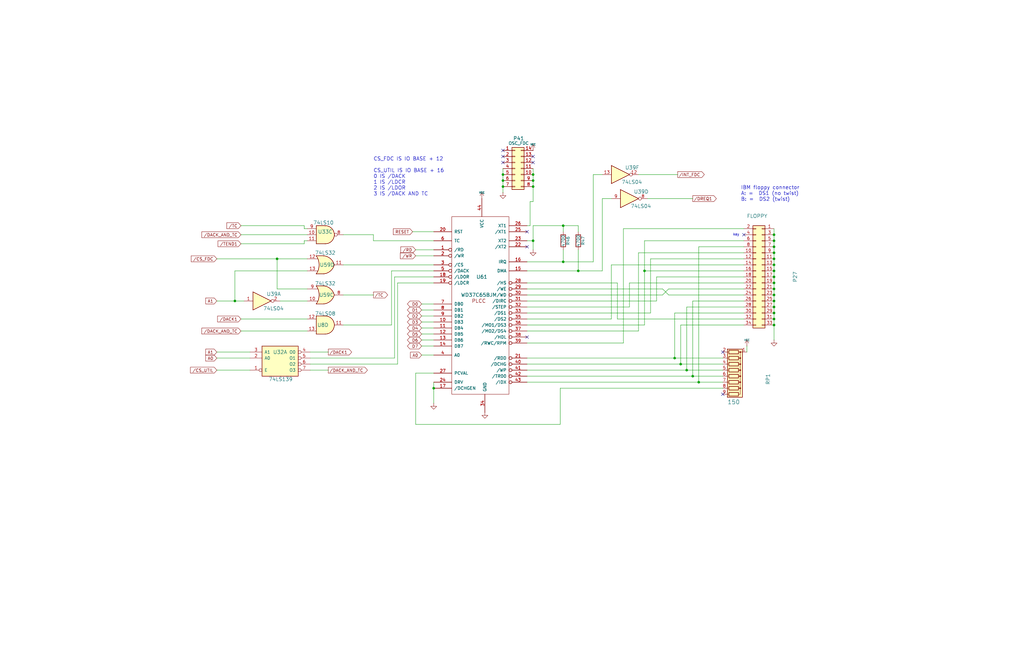
<source format=kicad_sch>
(kicad_sch
	(version 20250114)
	(generator "eeschema")
	(generator_version "9.0")
	(uuid "53f153f1-f896-44b0-b086-157b1240a58b")
	(paper "USLedger")
	(title_block
		(title "N8PC")
		(date "2025-11-02")
		(rev "000.8")
		(comment 1 "https://github.com/danwerner21/N8PC")
		(comment 2 "Based on work by Andrew Lynch and John Coffman")
	)
	(lib_symbols
		(symbol "74xx:74LS04"
			(exclude_from_sim no)
			(in_bom yes)
			(on_board yes)
			(property "Reference" "U"
				(at 0 1.27 0)
				(effects
					(font
						(size 1.27 1.27)
					)
				)
			)
			(property "Value" "74LS04"
				(at 0 -1.27 0)
				(effects
					(font
						(size 1.27 1.27)
					)
				)
			)
			(property "Footprint" ""
				(at 0 0 0)
				(effects
					(font
						(size 1.27 1.27)
					)
					(hide yes)
				)
			)
			(property "Datasheet" "http://www.ti.com/lit/gpn/sn74LS04"
				(at 0 0 0)
				(effects
					(font
						(size 1.27 1.27)
					)
					(hide yes)
				)
			)
			(property "Description" "Hex Inverter"
				(at 0 0 0)
				(effects
					(font
						(size 1.27 1.27)
					)
					(hide yes)
				)
			)
			(property "ki_locked" ""
				(at 0 0 0)
				(effects
					(font
						(size 1.27 1.27)
					)
				)
			)
			(property "ki_keywords" "TTL not inv"
				(at 0 0 0)
				(effects
					(font
						(size 1.27 1.27)
					)
					(hide yes)
				)
			)
			(property "ki_fp_filters" "DIP*W7.62mm* SSOP?14* TSSOP?14*"
				(at 0 0 0)
				(effects
					(font
						(size 1.27 1.27)
					)
					(hide yes)
				)
			)
			(symbol "74LS04_1_0"
				(polyline
					(pts
						(xy -3.81 3.81) (xy -3.81 -3.81) (xy 3.81 0) (xy -3.81 3.81)
					)
					(stroke
						(width 0.254)
						(type default)
					)
					(fill
						(type background)
					)
				)
				(pin input line
					(at -7.62 0 0)
					(length 3.81)
					(name "~"
						(effects
							(font
								(size 1.27 1.27)
							)
						)
					)
					(number "1"
						(effects
							(font
								(size 1.27 1.27)
							)
						)
					)
				)
				(pin output inverted
					(at 7.62 0 180)
					(length 3.81)
					(name "~"
						(effects
							(font
								(size 1.27 1.27)
							)
						)
					)
					(number "2"
						(effects
							(font
								(size 1.27 1.27)
							)
						)
					)
				)
			)
			(symbol "74LS04_2_0"
				(polyline
					(pts
						(xy -3.81 3.81) (xy -3.81 -3.81) (xy 3.81 0) (xy -3.81 3.81)
					)
					(stroke
						(width 0.254)
						(type default)
					)
					(fill
						(type background)
					)
				)
				(pin input line
					(at -7.62 0 0)
					(length 3.81)
					(name "~"
						(effects
							(font
								(size 1.27 1.27)
							)
						)
					)
					(number "3"
						(effects
							(font
								(size 1.27 1.27)
							)
						)
					)
				)
				(pin output inverted
					(at 7.62 0 180)
					(length 3.81)
					(name "~"
						(effects
							(font
								(size 1.27 1.27)
							)
						)
					)
					(number "4"
						(effects
							(font
								(size 1.27 1.27)
							)
						)
					)
				)
			)
			(symbol "74LS04_3_0"
				(polyline
					(pts
						(xy -3.81 3.81) (xy -3.81 -3.81) (xy 3.81 0) (xy -3.81 3.81)
					)
					(stroke
						(width 0.254)
						(type default)
					)
					(fill
						(type background)
					)
				)
				(pin input line
					(at -7.62 0 0)
					(length 3.81)
					(name "~"
						(effects
							(font
								(size 1.27 1.27)
							)
						)
					)
					(number "5"
						(effects
							(font
								(size 1.27 1.27)
							)
						)
					)
				)
				(pin output inverted
					(at 7.62 0 180)
					(length 3.81)
					(name "~"
						(effects
							(font
								(size 1.27 1.27)
							)
						)
					)
					(number "6"
						(effects
							(font
								(size 1.27 1.27)
							)
						)
					)
				)
			)
			(symbol "74LS04_4_0"
				(polyline
					(pts
						(xy -3.81 3.81) (xy -3.81 -3.81) (xy 3.81 0) (xy -3.81 3.81)
					)
					(stroke
						(width 0.254)
						(type default)
					)
					(fill
						(type background)
					)
				)
				(pin input line
					(at -7.62 0 0)
					(length 3.81)
					(name "~"
						(effects
							(font
								(size 1.27 1.27)
							)
						)
					)
					(number "9"
						(effects
							(font
								(size 1.27 1.27)
							)
						)
					)
				)
				(pin output inverted
					(at 7.62 0 180)
					(length 3.81)
					(name "~"
						(effects
							(font
								(size 1.27 1.27)
							)
						)
					)
					(number "8"
						(effects
							(font
								(size 1.27 1.27)
							)
						)
					)
				)
			)
			(symbol "74LS04_5_0"
				(polyline
					(pts
						(xy -3.81 3.81) (xy -3.81 -3.81) (xy 3.81 0) (xy -3.81 3.81)
					)
					(stroke
						(width 0.254)
						(type default)
					)
					(fill
						(type background)
					)
				)
				(pin input line
					(at -7.62 0 0)
					(length 3.81)
					(name "~"
						(effects
							(font
								(size 1.27 1.27)
							)
						)
					)
					(number "11"
						(effects
							(font
								(size 1.27 1.27)
							)
						)
					)
				)
				(pin output inverted
					(at 7.62 0 180)
					(length 3.81)
					(name "~"
						(effects
							(font
								(size 1.27 1.27)
							)
						)
					)
					(number "10"
						(effects
							(font
								(size 1.27 1.27)
							)
						)
					)
				)
			)
			(symbol "74LS04_6_0"
				(polyline
					(pts
						(xy -3.81 3.81) (xy -3.81 -3.81) (xy 3.81 0) (xy -3.81 3.81)
					)
					(stroke
						(width 0.254)
						(type default)
					)
					(fill
						(type background)
					)
				)
				(pin input line
					(at -7.62 0 0)
					(length 3.81)
					(name "~"
						(effects
							(font
								(size 1.27 1.27)
							)
						)
					)
					(number "13"
						(effects
							(font
								(size 1.27 1.27)
							)
						)
					)
				)
				(pin output inverted
					(at 7.62 0 180)
					(length 3.81)
					(name "~"
						(effects
							(font
								(size 1.27 1.27)
							)
						)
					)
					(number "12"
						(effects
							(font
								(size 1.27 1.27)
							)
						)
					)
				)
			)
			(symbol "74LS04_7_0"
				(pin power_in line
					(at 0 12.7 270)
					(length 5.08)
					(name "VCC"
						(effects
							(font
								(size 1.27 1.27)
							)
						)
					)
					(number "14"
						(effects
							(font
								(size 1.27 1.27)
							)
						)
					)
				)
				(pin power_in line
					(at 0 -12.7 90)
					(length 5.08)
					(name "GND"
						(effects
							(font
								(size 1.27 1.27)
							)
						)
					)
					(number "7"
						(effects
							(font
								(size 1.27 1.27)
							)
						)
					)
				)
			)
			(symbol "74LS04_7_1"
				(rectangle
					(start -5.08 7.62)
					(end 5.08 -7.62)
					(stroke
						(width 0.254)
						(type default)
					)
					(fill
						(type background)
					)
				)
			)
			(embedded_fonts no)
		)
		(symbol "74xx:74LS08"
			(pin_names
				(offset 1.016)
			)
			(exclude_from_sim no)
			(in_bom yes)
			(on_board yes)
			(property "Reference" "U"
				(at 0 1.27 0)
				(effects
					(font
						(size 1.27 1.27)
					)
				)
			)
			(property "Value" "74LS08"
				(at 0 -1.27 0)
				(effects
					(font
						(size 1.27 1.27)
					)
				)
			)
			(property "Footprint" ""
				(at 0 0 0)
				(effects
					(font
						(size 1.27 1.27)
					)
					(hide yes)
				)
			)
			(property "Datasheet" "http://www.ti.com/lit/gpn/sn74LS08"
				(at 0 0 0)
				(effects
					(font
						(size 1.27 1.27)
					)
					(hide yes)
				)
			)
			(property "Description" "Quad And2"
				(at 0 0 0)
				(effects
					(font
						(size 1.27 1.27)
					)
					(hide yes)
				)
			)
			(property "ki_locked" ""
				(at 0 0 0)
				(effects
					(font
						(size 1.27 1.27)
					)
				)
			)
			(property "ki_keywords" "TTL and2"
				(at 0 0 0)
				(effects
					(font
						(size 1.27 1.27)
					)
					(hide yes)
				)
			)
			(property "ki_fp_filters" "DIP*W7.62mm*"
				(at 0 0 0)
				(effects
					(font
						(size 1.27 1.27)
					)
					(hide yes)
				)
			)
			(symbol "74LS08_1_1"
				(arc
					(start 0 3.81)
					(mid 3.7934 0)
					(end 0 -3.81)
					(stroke
						(width 0.254)
						(type default)
					)
					(fill
						(type background)
					)
				)
				(polyline
					(pts
						(xy 0 3.81) (xy -3.81 3.81) (xy -3.81 -3.81) (xy 0 -3.81)
					)
					(stroke
						(width 0.254)
						(type default)
					)
					(fill
						(type background)
					)
				)
				(pin input line
					(at -7.62 2.54 0)
					(length 3.81)
					(name "~"
						(effects
							(font
								(size 1.27 1.27)
							)
						)
					)
					(number "1"
						(effects
							(font
								(size 1.27 1.27)
							)
						)
					)
				)
				(pin input line
					(at -7.62 -2.54 0)
					(length 3.81)
					(name "~"
						(effects
							(font
								(size 1.27 1.27)
							)
						)
					)
					(number "2"
						(effects
							(font
								(size 1.27 1.27)
							)
						)
					)
				)
				(pin output line
					(at 7.62 0 180)
					(length 3.81)
					(name "~"
						(effects
							(font
								(size 1.27 1.27)
							)
						)
					)
					(number "3"
						(effects
							(font
								(size 1.27 1.27)
							)
						)
					)
				)
			)
			(symbol "74LS08_1_2"
				(arc
					(start -3.81 3.81)
					(mid -2.589 0)
					(end -3.81 -3.81)
					(stroke
						(width 0.254)
						(type default)
					)
					(fill
						(type none)
					)
				)
				(polyline
					(pts
						(xy -3.81 3.81) (xy -0.635 3.81)
					)
					(stroke
						(width 0.254)
						(type default)
					)
					(fill
						(type background)
					)
				)
				(polyline
					(pts
						(xy -3.81 -3.81) (xy -0.635 -3.81)
					)
					(stroke
						(width 0.254)
						(type default)
					)
					(fill
						(type background)
					)
				)
				(arc
					(start 3.81 0)
					(mid 2.1855 -2.584)
					(end -0.6096 -3.81)
					(stroke
						(width 0.254)
						(type default)
					)
					(fill
						(type background)
					)
				)
				(arc
					(start -0.6096 3.81)
					(mid 2.1928 2.5924)
					(end 3.81 0)
					(stroke
						(width 0.254)
						(type default)
					)
					(fill
						(type background)
					)
				)
				(polyline
					(pts
						(xy -0.635 3.81) (xy -3.81 3.81) (xy -3.81 3.81) (xy -3.556 3.4036) (xy -3.0226 2.2606) (xy -2.6924 1.0414)
						(xy -2.6162 -0.254) (xy -2.7686 -1.4986) (xy -3.175 -2.7178) (xy -3.81 -3.81) (xy -3.81 -3.81)
						(xy -0.635 -3.81)
					)
					(stroke
						(width -25.4)
						(type default)
					)
					(fill
						(type background)
					)
				)
				(pin input inverted
					(at -7.62 2.54 0)
					(length 4.318)
					(name "~"
						(effects
							(font
								(size 1.27 1.27)
							)
						)
					)
					(number "1"
						(effects
							(font
								(size 1.27 1.27)
							)
						)
					)
				)
				(pin input inverted
					(at -7.62 -2.54 0)
					(length 4.318)
					(name "~"
						(effects
							(font
								(size 1.27 1.27)
							)
						)
					)
					(number "2"
						(effects
							(font
								(size 1.27 1.27)
							)
						)
					)
				)
				(pin output inverted
					(at 7.62 0 180)
					(length 3.81)
					(name "~"
						(effects
							(font
								(size 1.27 1.27)
							)
						)
					)
					(number "3"
						(effects
							(font
								(size 1.27 1.27)
							)
						)
					)
				)
			)
			(symbol "74LS08_2_1"
				(arc
					(start 0 3.81)
					(mid 3.7934 0)
					(end 0 -3.81)
					(stroke
						(width 0.254)
						(type default)
					)
					(fill
						(type background)
					)
				)
				(polyline
					(pts
						(xy 0 3.81) (xy -3.81 3.81) (xy -3.81 -3.81) (xy 0 -3.81)
					)
					(stroke
						(width 0.254)
						(type default)
					)
					(fill
						(type background)
					)
				)
				(pin input line
					(at -7.62 2.54 0)
					(length 3.81)
					(name "~"
						(effects
							(font
								(size 1.27 1.27)
							)
						)
					)
					(number "4"
						(effects
							(font
								(size 1.27 1.27)
							)
						)
					)
				)
				(pin input line
					(at -7.62 -2.54 0)
					(length 3.81)
					(name "~"
						(effects
							(font
								(size 1.27 1.27)
							)
						)
					)
					(number "5"
						(effects
							(font
								(size 1.27 1.27)
							)
						)
					)
				)
				(pin output line
					(at 7.62 0 180)
					(length 3.81)
					(name "~"
						(effects
							(font
								(size 1.27 1.27)
							)
						)
					)
					(number "6"
						(effects
							(font
								(size 1.27 1.27)
							)
						)
					)
				)
			)
			(symbol "74LS08_2_2"
				(arc
					(start -3.81 3.81)
					(mid -2.589 0)
					(end -3.81 -3.81)
					(stroke
						(width 0.254)
						(type default)
					)
					(fill
						(type none)
					)
				)
				(polyline
					(pts
						(xy -3.81 3.81) (xy -0.635 3.81)
					)
					(stroke
						(width 0.254)
						(type default)
					)
					(fill
						(type background)
					)
				)
				(polyline
					(pts
						(xy -3.81 -3.81) (xy -0.635 -3.81)
					)
					(stroke
						(width 0.254)
						(type default)
					)
					(fill
						(type background)
					)
				)
				(arc
					(start 3.81 0)
					(mid 2.1855 -2.584)
					(end -0.6096 -3.81)
					(stroke
						(width 0.254)
						(type default)
					)
					(fill
						(type background)
					)
				)
				(arc
					(start -0.6096 3.81)
					(mid 2.1928 2.5924)
					(end 3.81 0)
					(stroke
						(width 0.254)
						(type default)
					)
					(fill
						(type background)
					)
				)
				(polyline
					(pts
						(xy -0.635 3.81) (xy -3.81 3.81) (xy -3.81 3.81) (xy -3.556 3.4036) (xy -3.0226 2.2606) (xy -2.6924 1.0414)
						(xy -2.6162 -0.254) (xy -2.7686 -1.4986) (xy -3.175 -2.7178) (xy -3.81 -3.81) (xy -3.81 -3.81)
						(xy -0.635 -3.81)
					)
					(stroke
						(width -25.4)
						(type default)
					)
					(fill
						(type background)
					)
				)
				(pin input inverted
					(at -7.62 2.54 0)
					(length 4.318)
					(name "~"
						(effects
							(font
								(size 1.27 1.27)
							)
						)
					)
					(number "4"
						(effects
							(font
								(size 1.27 1.27)
							)
						)
					)
				)
				(pin input inverted
					(at -7.62 -2.54 0)
					(length 4.318)
					(name "~"
						(effects
							(font
								(size 1.27 1.27)
							)
						)
					)
					(number "5"
						(effects
							(font
								(size 1.27 1.27)
							)
						)
					)
				)
				(pin output inverted
					(at 7.62 0 180)
					(length 3.81)
					(name "~"
						(effects
							(font
								(size 1.27 1.27)
							)
						)
					)
					(number "6"
						(effects
							(font
								(size 1.27 1.27)
							)
						)
					)
				)
			)
			(symbol "74LS08_3_1"
				(arc
					(start 0 3.81)
					(mid 3.7934 0)
					(end 0 -3.81)
					(stroke
						(width 0.254)
						(type default)
					)
					(fill
						(type background)
					)
				)
				(polyline
					(pts
						(xy 0 3.81) (xy -3.81 3.81) (xy -3.81 -3.81) (xy 0 -3.81)
					)
					(stroke
						(width 0.254)
						(type default)
					)
					(fill
						(type background)
					)
				)
				(pin input line
					(at -7.62 2.54 0)
					(length 3.81)
					(name "~"
						(effects
							(font
								(size 1.27 1.27)
							)
						)
					)
					(number "9"
						(effects
							(font
								(size 1.27 1.27)
							)
						)
					)
				)
				(pin input line
					(at -7.62 -2.54 0)
					(length 3.81)
					(name "~"
						(effects
							(font
								(size 1.27 1.27)
							)
						)
					)
					(number "10"
						(effects
							(font
								(size 1.27 1.27)
							)
						)
					)
				)
				(pin output line
					(at 7.62 0 180)
					(length 3.81)
					(name "~"
						(effects
							(font
								(size 1.27 1.27)
							)
						)
					)
					(number "8"
						(effects
							(font
								(size 1.27 1.27)
							)
						)
					)
				)
			)
			(symbol "74LS08_3_2"
				(arc
					(start -3.81 3.81)
					(mid -2.589 0)
					(end -3.81 -3.81)
					(stroke
						(width 0.254)
						(type default)
					)
					(fill
						(type none)
					)
				)
				(polyline
					(pts
						(xy -3.81 3.81) (xy -0.635 3.81)
					)
					(stroke
						(width 0.254)
						(type default)
					)
					(fill
						(type background)
					)
				)
				(polyline
					(pts
						(xy -3.81 -3.81) (xy -0.635 -3.81)
					)
					(stroke
						(width 0.254)
						(type default)
					)
					(fill
						(type background)
					)
				)
				(arc
					(start 3.81 0)
					(mid 2.1855 -2.584)
					(end -0.6096 -3.81)
					(stroke
						(width 0.254)
						(type default)
					)
					(fill
						(type background)
					)
				)
				(arc
					(start -0.6096 3.81)
					(mid 2.1928 2.5924)
					(end 3.81 0)
					(stroke
						(width 0.254)
						(type default)
					)
					(fill
						(type background)
					)
				)
				(polyline
					(pts
						(xy -0.635 3.81) (xy -3.81 3.81) (xy -3.81 3.81) (xy -3.556 3.4036) (xy -3.0226 2.2606) (xy -2.6924 1.0414)
						(xy -2.6162 -0.254) (xy -2.7686 -1.4986) (xy -3.175 -2.7178) (xy -3.81 -3.81) (xy -3.81 -3.81)
						(xy -0.635 -3.81)
					)
					(stroke
						(width -25.4)
						(type default)
					)
					(fill
						(type background)
					)
				)
				(pin input inverted
					(at -7.62 2.54 0)
					(length 4.318)
					(name "~"
						(effects
							(font
								(size 1.27 1.27)
							)
						)
					)
					(number "9"
						(effects
							(font
								(size 1.27 1.27)
							)
						)
					)
				)
				(pin input inverted
					(at -7.62 -2.54 0)
					(length 4.318)
					(name "~"
						(effects
							(font
								(size 1.27 1.27)
							)
						)
					)
					(number "10"
						(effects
							(font
								(size 1.27 1.27)
							)
						)
					)
				)
				(pin output inverted
					(at 7.62 0 180)
					(length 3.81)
					(name "~"
						(effects
							(font
								(size 1.27 1.27)
							)
						)
					)
					(number "8"
						(effects
							(font
								(size 1.27 1.27)
							)
						)
					)
				)
			)
			(symbol "74LS08_4_1"
				(arc
					(start 0 3.81)
					(mid 3.7934 0)
					(end 0 -3.81)
					(stroke
						(width 0.254)
						(type default)
					)
					(fill
						(type background)
					)
				)
				(polyline
					(pts
						(xy 0 3.81) (xy -3.81 3.81) (xy -3.81 -3.81) (xy 0 -3.81)
					)
					(stroke
						(width 0.254)
						(type default)
					)
					(fill
						(type background)
					)
				)
				(pin input line
					(at -7.62 2.54 0)
					(length 3.81)
					(name "~"
						(effects
							(font
								(size 1.27 1.27)
							)
						)
					)
					(number "12"
						(effects
							(font
								(size 1.27 1.27)
							)
						)
					)
				)
				(pin input line
					(at -7.62 -2.54 0)
					(length 3.81)
					(name "~"
						(effects
							(font
								(size 1.27 1.27)
							)
						)
					)
					(number "13"
						(effects
							(font
								(size 1.27 1.27)
							)
						)
					)
				)
				(pin output line
					(at 7.62 0 180)
					(length 3.81)
					(name "~"
						(effects
							(font
								(size 1.27 1.27)
							)
						)
					)
					(number "11"
						(effects
							(font
								(size 1.27 1.27)
							)
						)
					)
				)
			)
			(symbol "74LS08_4_2"
				(arc
					(start -3.81 3.81)
					(mid -2.589 0)
					(end -3.81 -3.81)
					(stroke
						(width 0.254)
						(type default)
					)
					(fill
						(type none)
					)
				)
				(polyline
					(pts
						(xy -3.81 3.81) (xy -0.635 3.81)
					)
					(stroke
						(width 0.254)
						(type default)
					)
					(fill
						(type background)
					)
				)
				(polyline
					(pts
						(xy -3.81 -3.81) (xy -0.635 -3.81)
					)
					(stroke
						(width 0.254)
						(type default)
					)
					(fill
						(type background)
					)
				)
				(arc
					(start 3.81 0)
					(mid 2.1855 -2.584)
					(end -0.6096 -3.81)
					(stroke
						(width 0.254)
						(type default)
					)
					(fill
						(type background)
					)
				)
				(arc
					(start -0.6096 3.81)
					(mid 2.1928 2.5924)
					(end 3.81 0)
					(stroke
						(width 0.254)
						(type default)
					)
					(fill
						(type background)
					)
				)
				(polyline
					(pts
						(xy -0.635 3.81) (xy -3.81 3.81) (xy -3.81 3.81) (xy -3.556 3.4036) (xy -3.0226 2.2606) (xy -2.6924 1.0414)
						(xy -2.6162 -0.254) (xy -2.7686 -1.4986) (xy -3.175 -2.7178) (xy -3.81 -3.81) (xy -3.81 -3.81)
						(xy -0.635 -3.81)
					)
					(stroke
						(width -25.4)
						(type default)
					)
					(fill
						(type background)
					)
				)
				(pin input inverted
					(at -7.62 2.54 0)
					(length 4.318)
					(name "~"
						(effects
							(font
								(size 1.27 1.27)
							)
						)
					)
					(number "12"
						(effects
							(font
								(size 1.27 1.27)
							)
						)
					)
				)
				(pin input inverted
					(at -7.62 -2.54 0)
					(length 4.318)
					(name "~"
						(effects
							(font
								(size 1.27 1.27)
							)
						)
					)
					(number "13"
						(effects
							(font
								(size 1.27 1.27)
							)
						)
					)
				)
				(pin output inverted
					(at 7.62 0 180)
					(length 3.81)
					(name "~"
						(effects
							(font
								(size 1.27 1.27)
							)
						)
					)
					(number "11"
						(effects
							(font
								(size 1.27 1.27)
							)
						)
					)
				)
			)
			(symbol "74LS08_5_0"
				(pin power_in line
					(at 0 12.7 270)
					(length 5.08)
					(name "VCC"
						(effects
							(font
								(size 1.27 1.27)
							)
						)
					)
					(number "14"
						(effects
							(font
								(size 1.27 1.27)
							)
						)
					)
				)
				(pin power_in line
					(at 0 -12.7 90)
					(length 5.08)
					(name "GND"
						(effects
							(font
								(size 1.27 1.27)
							)
						)
					)
					(number "7"
						(effects
							(font
								(size 1.27 1.27)
							)
						)
					)
				)
			)
			(symbol "74LS08_5_1"
				(rectangle
					(start -5.08 7.62)
					(end 5.08 -7.62)
					(stroke
						(width 0.254)
						(type default)
					)
					(fill
						(type background)
					)
				)
			)
			(embedded_fonts no)
		)
		(symbol "74xx:74LS10"
			(pin_names
				(offset 1.016)
			)
			(exclude_from_sim no)
			(in_bom yes)
			(on_board yes)
			(property "Reference" "U"
				(at 0 1.27 0)
				(effects
					(font
						(size 1.27 1.27)
					)
				)
			)
			(property "Value" "74LS10"
				(at 0 -1.27 0)
				(effects
					(font
						(size 1.27 1.27)
					)
				)
			)
			(property "Footprint" ""
				(at 0 0 0)
				(effects
					(font
						(size 1.27 1.27)
					)
					(hide yes)
				)
			)
			(property "Datasheet" "http://www.ti.com/lit/gpn/sn74LS10"
				(at 0 0 0)
				(effects
					(font
						(size 1.27 1.27)
					)
					(hide yes)
				)
			)
			(property "Description" "Triple 3-input NAND"
				(at 0 0 0)
				(effects
					(font
						(size 1.27 1.27)
					)
					(hide yes)
				)
			)
			(property "ki_locked" ""
				(at 0 0 0)
				(effects
					(font
						(size 1.27 1.27)
					)
				)
			)
			(property "ki_keywords" "TTL Nand3"
				(at 0 0 0)
				(effects
					(font
						(size 1.27 1.27)
					)
					(hide yes)
				)
			)
			(property "ki_fp_filters" "DIP*W7.62mm*"
				(at 0 0 0)
				(effects
					(font
						(size 1.27 1.27)
					)
					(hide yes)
				)
			)
			(symbol "74LS10_1_1"
				(arc
					(start 0 3.81)
					(mid 3.7934 0)
					(end 0 -3.81)
					(stroke
						(width 0.254)
						(type default)
					)
					(fill
						(type background)
					)
				)
				(polyline
					(pts
						(xy 0 3.81) (xy -3.81 3.81) (xy -3.81 -3.81) (xy 0 -3.81)
					)
					(stroke
						(width 0.254)
						(type default)
					)
					(fill
						(type background)
					)
				)
				(pin input line
					(at -7.62 2.54 0)
					(length 3.81)
					(name "~"
						(effects
							(font
								(size 1.27 1.27)
							)
						)
					)
					(number "1"
						(effects
							(font
								(size 1.27 1.27)
							)
						)
					)
				)
				(pin input line
					(at -7.62 0 0)
					(length 3.81)
					(name "~"
						(effects
							(font
								(size 1.27 1.27)
							)
						)
					)
					(number "2"
						(effects
							(font
								(size 1.27 1.27)
							)
						)
					)
				)
				(pin input line
					(at -7.62 -2.54 0)
					(length 3.81)
					(name "~"
						(effects
							(font
								(size 1.27 1.27)
							)
						)
					)
					(number "13"
						(effects
							(font
								(size 1.27 1.27)
							)
						)
					)
				)
				(pin output inverted
					(at 7.62 0 180)
					(length 3.81)
					(name "~"
						(effects
							(font
								(size 1.27 1.27)
							)
						)
					)
					(number "12"
						(effects
							(font
								(size 1.27 1.27)
							)
						)
					)
				)
			)
			(symbol "74LS10_1_2"
				(arc
					(start -3.81 3.81)
					(mid -2.589 0)
					(end -3.81 -3.81)
					(stroke
						(width 0.254)
						(type default)
					)
					(fill
						(type none)
					)
				)
				(polyline
					(pts
						(xy -3.81 3.81) (xy -0.635 3.81)
					)
					(stroke
						(width 0.254)
						(type default)
					)
					(fill
						(type background)
					)
				)
				(polyline
					(pts
						(xy -3.81 -3.81) (xy -0.635 -3.81)
					)
					(stroke
						(width 0.254)
						(type default)
					)
					(fill
						(type background)
					)
				)
				(arc
					(start 3.81 0)
					(mid 2.1855 -2.584)
					(end -0.6096 -3.81)
					(stroke
						(width 0.254)
						(type default)
					)
					(fill
						(type background)
					)
				)
				(arc
					(start -0.6096 3.81)
					(mid 2.1928 2.5924)
					(end 3.81 0)
					(stroke
						(width 0.254)
						(type default)
					)
					(fill
						(type background)
					)
				)
				(polyline
					(pts
						(xy -0.635 3.81) (xy -3.81 3.81) (xy -3.81 3.81) (xy -3.556 3.4036) (xy -3.0226 2.2606) (xy -2.6924 1.0414)
						(xy -2.6162 -0.254) (xy -2.7686 -1.4986) (xy -3.175 -2.7178) (xy -3.81 -3.81) (xy -3.81 -3.81)
						(xy -0.635 -3.81)
					)
					(stroke
						(width -25.4)
						(type default)
					)
					(fill
						(type background)
					)
				)
				(pin input inverted
					(at -7.62 2.54 0)
					(length 4.318)
					(name "~"
						(effects
							(font
								(size 1.27 1.27)
							)
						)
					)
					(number "1"
						(effects
							(font
								(size 1.27 1.27)
							)
						)
					)
				)
				(pin input inverted
					(at -7.62 0 0)
					(length 4.953)
					(name "~"
						(effects
							(font
								(size 1.27 1.27)
							)
						)
					)
					(number "2"
						(effects
							(font
								(size 1.27 1.27)
							)
						)
					)
				)
				(pin input inverted
					(at -7.62 -2.54 0)
					(length 4.318)
					(name "~"
						(effects
							(font
								(size 1.27 1.27)
							)
						)
					)
					(number "13"
						(effects
							(font
								(size 1.27 1.27)
							)
						)
					)
				)
				(pin output line
					(at 7.62 0 180)
					(length 3.81)
					(name "~"
						(effects
							(font
								(size 1.27 1.27)
							)
						)
					)
					(number "12"
						(effects
							(font
								(size 1.27 1.27)
							)
						)
					)
				)
			)
			(symbol "74LS10_2_1"
				(arc
					(start 0 3.81)
					(mid 3.7934 0)
					(end 0 -3.81)
					(stroke
						(width 0.254)
						(type default)
					)
					(fill
						(type background)
					)
				)
				(polyline
					(pts
						(xy 0 3.81) (xy -3.81 3.81) (xy -3.81 -3.81) (xy 0 -3.81)
					)
					(stroke
						(width 0.254)
						(type default)
					)
					(fill
						(type background)
					)
				)
				(pin input line
					(at -7.62 2.54 0)
					(length 3.81)
					(name "~"
						(effects
							(font
								(size 1.27 1.27)
							)
						)
					)
					(number "3"
						(effects
							(font
								(size 1.27 1.27)
							)
						)
					)
				)
				(pin input line
					(at -7.62 0 0)
					(length 3.81)
					(name "~"
						(effects
							(font
								(size 1.27 1.27)
							)
						)
					)
					(number "4"
						(effects
							(font
								(size 1.27 1.27)
							)
						)
					)
				)
				(pin input line
					(at -7.62 -2.54 0)
					(length 3.81)
					(name "~"
						(effects
							(font
								(size 1.27 1.27)
							)
						)
					)
					(number "5"
						(effects
							(font
								(size 1.27 1.27)
							)
						)
					)
				)
				(pin output inverted
					(at 7.62 0 180)
					(length 3.81)
					(name "~"
						(effects
							(font
								(size 1.27 1.27)
							)
						)
					)
					(number "6"
						(effects
							(font
								(size 1.27 1.27)
							)
						)
					)
				)
			)
			(symbol "74LS10_2_2"
				(arc
					(start -3.81 3.81)
					(mid -2.589 0)
					(end -3.81 -3.81)
					(stroke
						(width 0.254)
						(type default)
					)
					(fill
						(type none)
					)
				)
				(polyline
					(pts
						(xy -3.81 3.81) (xy -0.635 3.81)
					)
					(stroke
						(width 0.254)
						(type default)
					)
					(fill
						(type background)
					)
				)
				(polyline
					(pts
						(xy -3.81 -3.81) (xy -0.635 -3.81)
					)
					(stroke
						(width 0.254)
						(type default)
					)
					(fill
						(type background)
					)
				)
				(arc
					(start 3.81 0)
					(mid 2.1855 -2.584)
					(end -0.6096 -3.81)
					(stroke
						(width 0.254)
						(type default)
					)
					(fill
						(type background)
					)
				)
				(arc
					(start -0.6096 3.81)
					(mid 2.1928 2.5924)
					(end 3.81 0)
					(stroke
						(width 0.254)
						(type default)
					)
					(fill
						(type background)
					)
				)
				(polyline
					(pts
						(xy -0.635 3.81) (xy -3.81 3.81) (xy -3.81 3.81) (xy -3.556 3.4036) (xy -3.0226 2.2606) (xy -2.6924 1.0414)
						(xy -2.6162 -0.254) (xy -2.7686 -1.4986) (xy -3.175 -2.7178) (xy -3.81 -3.81) (xy -3.81 -3.81)
						(xy -0.635 -3.81)
					)
					(stroke
						(width -25.4)
						(type default)
					)
					(fill
						(type background)
					)
				)
				(pin input inverted
					(at -7.62 2.54 0)
					(length 4.318)
					(name "~"
						(effects
							(font
								(size 1.27 1.27)
							)
						)
					)
					(number "3"
						(effects
							(font
								(size 1.27 1.27)
							)
						)
					)
				)
				(pin input inverted
					(at -7.62 0 0)
					(length 4.953)
					(name "~"
						(effects
							(font
								(size 1.27 1.27)
							)
						)
					)
					(number "4"
						(effects
							(font
								(size 1.27 1.27)
							)
						)
					)
				)
				(pin input inverted
					(at -7.62 -2.54 0)
					(length 4.318)
					(name "~"
						(effects
							(font
								(size 1.27 1.27)
							)
						)
					)
					(number "5"
						(effects
							(font
								(size 1.27 1.27)
							)
						)
					)
				)
				(pin output line
					(at 7.62 0 180)
					(length 3.81)
					(name "~"
						(effects
							(font
								(size 1.27 1.27)
							)
						)
					)
					(number "6"
						(effects
							(font
								(size 1.27 1.27)
							)
						)
					)
				)
			)
			(symbol "74LS10_3_1"
				(arc
					(start 0 3.81)
					(mid 3.7934 0)
					(end 0 -3.81)
					(stroke
						(width 0.254)
						(type default)
					)
					(fill
						(type background)
					)
				)
				(polyline
					(pts
						(xy 0 3.81) (xy -3.81 3.81) (xy -3.81 -3.81) (xy 0 -3.81)
					)
					(stroke
						(width 0.254)
						(type default)
					)
					(fill
						(type background)
					)
				)
				(pin input line
					(at -7.62 2.54 0)
					(length 3.81)
					(name "~"
						(effects
							(font
								(size 1.27 1.27)
							)
						)
					)
					(number "9"
						(effects
							(font
								(size 1.27 1.27)
							)
						)
					)
				)
				(pin input line
					(at -7.62 0 0)
					(length 3.81)
					(name "~"
						(effects
							(font
								(size 1.27 1.27)
							)
						)
					)
					(number "10"
						(effects
							(font
								(size 1.27 1.27)
							)
						)
					)
				)
				(pin input line
					(at -7.62 -2.54 0)
					(length 3.81)
					(name "~"
						(effects
							(font
								(size 1.27 1.27)
							)
						)
					)
					(number "11"
						(effects
							(font
								(size 1.27 1.27)
							)
						)
					)
				)
				(pin output inverted
					(at 7.62 0 180)
					(length 3.81)
					(name "~"
						(effects
							(font
								(size 1.27 1.27)
							)
						)
					)
					(number "8"
						(effects
							(font
								(size 1.27 1.27)
							)
						)
					)
				)
			)
			(symbol "74LS10_3_2"
				(arc
					(start -3.81 3.81)
					(mid -2.589 0)
					(end -3.81 -3.81)
					(stroke
						(width 0.254)
						(type default)
					)
					(fill
						(type none)
					)
				)
				(polyline
					(pts
						(xy -3.81 3.81) (xy -0.635 3.81)
					)
					(stroke
						(width 0.254)
						(type default)
					)
					(fill
						(type background)
					)
				)
				(polyline
					(pts
						(xy -3.81 -3.81) (xy -0.635 -3.81)
					)
					(stroke
						(width 0.254)
						(type default)
					)
					(fill
						(type background)
					)
				)
				(arc
					(start 3.81 0)
					(mid 2.1855 -2.584)
					(end -0.6096 -3.81)
					(stroke
						(width 0.254)
						(type default)
					)
					(fill
						(type background)
					)
				)
				(arc
					(start -0.6096 3.81)
					(mid 2.1928 2.5924)
					(end 3.81 0)
					(stroke
						(width 0.254)
						(type default)
					)
					(fill
						(type background)
					)
				)
				(polyline
					(pts
						(xy -0.635 3.81) (xy -3.81 3.81) (xy -3.81 3.81) (xy -3.556 3.4036) (xy -3.0226 2.2606) (xy -2.6924 1.0414)
						(xy -2.6162 -0.254) (xy -2.7686 -1.4986) (xy -3.175 -2.7178) (xy -3.81 -3.81) (xy -3.81 -3.81)
						(xy -0.635 -3.81)
					)
					(stroke
						(width -25.4)
						(type default)
					)
					(fill
						(type background)
					)
				)
				(pin input inverted
					(at -7.62 2.54 0)
					(length 4.318)
					(name "~"
						(effects
							(font
								(size 1.27 1.27)
							)
						)
					)
					(number "9"
						(effects
							(font
								(size 1.27 1.27)
							)
						)
					)
				)
				(pin input inverted
					(at -7.62 0 0)
					(length 4.953)
					(name "~"
						(effects
							(font
								(size 1.27 1.27)
							)
						)
					)
					(number "10"
						(effects
							(font
								(size 1.27 1.27)
							)
						)
					)
				)
				(pin input inverted
					(at -7.62 -2.54 0)
					(length 4.318)
					(name "~"
						(effects
							(font
								(size 1.27 1.27)
							)
						)
					)
					(number "11"
						(effects
							(font
								(size 1.27 1.27)
							)
						)
					)
				)
				(pin output line
					(at 7.62 0 180)
					(length 3.81)
					(name "~"
						(effects
							(font
								(size 1.27 1.27)
							)
						)
					)
					(number "8"
						(effects
							(font
								(size 1.27 1.27)
							)
						)
					)
				)
			)
			(symbol "74LS10_4_0"
				(pin power_in line
					(at 0 12.7 270)
					(length 5.08)
					(name "VCC"
						(effects
							(font
								(size 1.27 1.27)
							)
						)
					)
					(number "14"
						(effects
							(font
								(size 1.27 1.27)
							)
						)
					)
				)
				(pin power_in line
					(at 0 -12.7 90)
					(length 5.08)
					(name "GND"
						(effects
							(font
								(size 1.27 1.27)
							)
						)
					)
					(number "7"
						(effects
							(font
								(size 1.27 1.27)
							)
						)
					)
				)
			)
			(symbol "74LS10_4_1"
				(rectangle
					(start -5.08 7.62)
					(end 5.08 -7.62)
					(stroke
						(width 0.254)
						(type default)
					)
					(fill
						(type background)
					)
				)
			)
			(embedded_fonts no)
		)
		(symbol "74xx:74LS139"
			(pin_names
				(offset 1.016)
			)
			(exclude_from_sim no)
			(in_bom yes)
			(on_board yes)
			(property "Reference" "U"
				(at -7.62 8.89 0)
				(effects
					(font
						(size 1.27 1.27)
					)
				)
			)
			(property "Value" "74LS139"
				(at -7.62 -8.89 0)
				(effects
					(font
						(size 1.27 1.27)
					)
				)
			)
			(property "Footprint" ""
				(at 0 0 0)
				(effects
					(font
						(size 1.27 1.27)
					)
					(hide yes)
				)
			)
			(property "Datasheet" "http://www.ti.com/lit/ds/symlink/sn74ls139a.pdf"
				(at 0 0 0)
				(effects
					(font
						(size 1.27 1.27)
					)
					(hide yes)
				)
			)
			(property "Description" "Dual Decoder 1 of 4, Active low outputs"
				(at 0 0 0)
				(effects
					(font
						(size 1.27 1.27)
					)
					(hide yes)
				)
			)
			(property "ki_locked" ""
				(at 0 0 0)
				(effects
					(font
						(size 1.27 1.27)
					)
				)
			)
			(property "ki_keywords" "TTL DECOD4"
				(at 0 0 0)
				(effects
					(font
						(size 1.27 1.27)
					)
					(hide yes)
				)
			)
			(property "ki_fp_filters" "DIP?16*"
				(at 0 0 0)
				(effects
					(font
						(size 1.27 1.27)
					)
					(hide yes)
				)
			)
			(symbol "74LS139_1_0"
				(pin input line
					(at -12.7 2.54 0)
					(length 5.08)
					(name "A1"
						(effects
							(font
								(size 1.27 1.27)
							)
						)
					)
					(number "3"
						(effects
							(font
								(size 1.27 1.27)
							)
						)
					)
				)
				(pin input line
					(at -12.7 0 0)
					(length 5.08)
					(name "A0"
						(effects
							(font
								(size 1.27 1.27)
							)
						)
					)
					(number "2"
						(effects
							(font
								(size 1.27 1.27)
							)
						)
					)
				)
				(pin input inverted
					(at -12.7 -5.08 0)
					(length 5.08)
					(name "E"
						(effects
							(font
								(size 1.27 1.27)
							)
						)
					)
					(number "1"
						(effects
							(font
								(size 1.27 1.27)
							)
						)
					)
				)
				(pin output inverted
					(at 12.7 2.54 180)
					(length 5.08)
					(name "O0"
						(effects
							(font
								(size 1.27 1.27)
							)
						)
					)
					(number "4"
						(effects
							(font
								(size 1.27 1.27)
							)
						)
					)
				)
				(pin output inverted
					(at 12.7 0 180)
					(length 5.08)
					(name "O1"
						(effects
							(font
								(size 1.27 1.27)
							)
						)
					)
					(number "5"
						(effects
							(font
								(size 1.27 1.27)
							)
						)
					)
				)
				(pin output inverted
					(at 12.7 -2.54 180)
					(length 5.08)
					(name "O2"
						(effects
							(font
								(size 1.27 1.27)
							)
						)
					)
					(number "6"
						(effects
							(font
								(size 1.27 1.27)
							)
						)
					)
				)
				(pin output inverted
					(at 12.7 -5.08 180)
					(length 5.08)
					(name "O3"
						(effects
							(font
								(size 1.27 1.27)
							)
						)
					)
					(number "7"
						(effects
							(font
								(size 1.27 1.27)
							)
						)
					)
				)
			)
			(symbol "74LS139_1_1"
				(rectangle
					(start -7.62 5.08)
					(end 7.62 -7.62)
					(stroke
						(width 0.254)
						(type default)
					)
					(fill
						(type background)
					)
				)
			)
			(symbol "74LS139_2_0"
				(pin input line
					(at -12.7 2.54 0)
					(length 5.08)
					(name "A1"
						(effects
							(font
								(size 1.27 1.27)
							)
						)
					)
					(number "13"
						(effects
							(font
								(size 1.27 1.27)
							)
						)
					)
				)
				(pin input line
					(at -12.7 0 0)
					(length 5.08)
					(name "A0"
						(effects
							(font
								(size 1.27 1.27)
							)
						)
					)
					(number "14"
						(effects
							(font
								(size 1.27 1.27)
							)
						)
					)
				)
				(pin input inverted
					(at -12.7 -5.08 0)
					(length 5.08)
					(name "E"
						(effects
							(font
								(size 1.27 1.27)
							)
						)
					)
					(number "15"
						(effects
							(font
								(size 1.27 1.27)
							)
						)
					)
				)
				(pin output inverted
					(at 12.7 2.54 180)
					(length 5.08)
					(name "O0"
						(effects
							(font
								(size 1.27 1.27)
							)
						)
					)
					(number "12"
						(effects
							(font
								(size 1.27 1.27)
							)
						)
					)
				)
				(pin output inverted
					(at 12.7 0 180)
					(length 5.08)
					(name "O1"
						(effects
							(font
								(size 1.27 1.27)
							)
						)
					)
					(number "11"
						(effects
							(font
								(size 1.27 1.27)
							)
						)
					)
				)
				(pin output inverted
					(at 12.7 -2.54 180)
					(length 5.08)
					(name "O2"
						(effects
							(font
								(size 1.27 1.27)
							)
						)
					)
					(number "10"
						(effects
							(font
								(size 1.27 1.27)
							)
						)
					)
				)
				(pin output inverted
					(at 12.7 -5.08 180)
					(length 5.08)
					(name "O3"
						(effects
							(font
								(size 1.27 1.27)
							)
						)
					)
					(number "9"
						(effects
							(font
								(size 1.27 1.27)
							)
						)
					)
				)
			)
			(symbol "74LS139_2_1"
				(rectangle
					(start -7.62 5.08)
					(end 7.62 -7.62)
					(stroke
						(width 0.254)
						(type default)
					)
					(fill
						(type background)
					)
				)
			)
			(symbol "74LS139_3_0"
				(pin power_in line
					(at 0 12.7 270)
					(length 5.08)
					(name "VCC"
						(effects
							(font
								(size 1.27 1.27)
							)
						)
					)
					(number "16"
						(effects
							(font
								(size 1.27 1.27)
							)
						)
					)
				)
				(pin power_in line
					(at 0 -12.7 90)
					(length 5.08)
					(name "GND"
						(effects
							(font
								(size 1.27 1.27)
							)
						)
					)
					(number "8"
						(effects
							(font
								(size 1.27 1.27)
							)
						)
					)
				)
			)
			(symbol "74LS139_3_1"
				(rectangle
					(start -5.08 7.62)
					(end 5.08 -7.62)
					(stroke
						(width 0.254)
						(type default)
					)
					(fill
						(type background)
					)
				)
			)
			(embedded_fonts no)
		)
		(symbol "74xx:74LS32"
			(pin_names
				(offset 1.016)
			)
			(exclude_from_sim no)
			(in_bom yes)
			(on_board yes)
			(property "Reference" "U"
				(at 0 1.27 0)
				(effects
					(font
						(size 1.27 1.27)
					)
				)
			)
			(property "Value" "74LS32"
				(at 0 -1.27 0)
				(effects
					(font
						(size 1.27 1.27)
					)
				)
			)
			(property "Footprint" ""
				(at 0 0 0)
				(effects
					(font
						(size 1.27 1.27)
					)
					(hide yes)
				)
			)
			(property "Datasheet" "http://www.ti.com/lit/gpn/sn74LS32"
				(at 0 0 0)
				(effects
					(font
						(size 1.27 1.27)
					)
					(hide yes)
				)
			)
			(property "Description" "Quad 2-input OR"
				(at 0 0 0)
				(effects
					(font
						(size 1.27 1.27)
					)
					(hide yes)
				)
			)
			(property "ki_locked" ""
				(at 0 0 0)
				(effects
					(font
						(size 1.27 1.27)
					)
				)
			)
			(property "ki_keywords" "TTL Or2"
				(at 0 0 0)
				(effects
					(font
						(size 1.27 1.27)
					)
					(hide yes)
				)
			)
			(property "ki_fp_filters" "DIP?14*"
				(at 0 0 0)
				(effects
					(font
						(size 1.27 1.27)
					)
					(hide yes)
				)
			)
			(symbol "74LS32_1_1"
				(arc
					(start -3.81 3.81)
					(mid -2.589 0)
					(end -3.81 -3.81)
					(stroke
						(width 0.254)
						(type default)
					)
					(fill
						(type none)
					)
				)
				(polyline
					(pts
						(xy -3.81 3.81) (xy -0.635 3.81)
					)
					(stroke
						(width 0.254)
						(type default)
					)
					(fill
						(type background)
					)
				)
				(polyline
					(pts
						(xy -3.81 -3.81) (xy -0.635 -3.81)
					)
					(stroke
						(width 0.254)
						(type default)
					)
					(fill
						(type background)
					)
				)
				(arc
					(start 3.81 0)
					(mid 2.1855 -2.584)
					(end -0.6096 -3.81)
					(stroke
						(width 0.254)
						(type default)
					)
					(fill
						(type background)
					)
				)
				(arc
					(start -0.6096 3.81)
					(mid 2.1928 2.5924)
					(end 3.81 0)
					(stroke
						(width 0.254)
						(type default)
					)
					(fill
						(type background)
					)
				)
				(polyline
					(pts
						(xy -0.635 3.81) (xy -3.81 3.81) (xy -3.81 3.81) (xy -3.556 3.4036) (xy -3.0226 2.2606) (xy -2.6924 1.0414)
						(xy -2.6162 -0.254) (xy -2.7686 -1.4986) (xy -3.175 -2.7178) (xy -3.81 -3.81) (xy -3.81 -3.81)
						(xy -0.635 -3.81)
					)
					(stroke
						(width -25.4)
						(type default)
					)
					(fill
						(type background)
					)
				)
				(pin input line
					(at -7.62 2.54 0)
					(length 4.318)
					(name "~"
						(effects
							(font
								(size 1.27 1.27)
							)
						)
					)
					(number "1"
						(effects
							(font
								(size 1.27 1.27)
							)
						)
					)
				)
				(pin input line
					(at -7.62 -2.54 0)
					(length 4.318)
					(name "~"
						(effects
							(font
								(size 1.27 1.27)
							)
						)
					)
					(number "2"
						(effects
							(font
								(size 1.27 1.27)
							)
						)
					)
				)
				(pin output line
					(at 7.62 0 180)
					(length 3.81)
					(name "~"
						(effects
							(font
								(size 1.27 1.27)
							)
						)
					)
					(number "3"
						(effects
							(font
								(size 1.27 1.27)
							)
						)
					)
				)
			)
			(symbol "74LS32_1_2"
				(arc
					(start 0 3.81)
					(mid 3.7934 0)
					(end 0 -3.81)
					(stroke
						(width 0.254)
						(type default)
					)
					(fill
						(type background)
					)
				)
				(polyline
					(pts
						(xy 0 3.81) (xy -3.81 3.81) (xy -3.81 -3.81) (xy 0 -3.81)
					)
					(stroke
						(width 0.254)
						(type default)
					)
					(fill
						(type background)
					)
				)
				(pin input inverted
					(at -7.62 2.54 0)
					(length 3.81)
					(name "~"
						(effects
							(font
								(size 1.27 1.27)
							)
						)
					)
					(number "1"
						(effects
							(font
								(size 1.27 1.27)
							)
						)
					)
				)
				(pin input inverted
					(at -7.62 -2.54 0)
					(length 3.81)
					(name "~"
						(effects
							(font
								(size 1.27 1.27)
							)
						)
					)
					(number "2"
						(effects
							(font
								(size 1.27 1.27)
							)
						)
					)
				)
				(pin output inverted
					(at 7.62 0 180)
					(length 3.81)
					(name "~"
						(effects
							(font
								(size 1.27 1.27)
							)
						)
					)
					(number "3"
						(effects
							(font
								(size 1.27 1.27)
							)
						)
					)
				)
			)
			(symbol "74LS32_2_1"
				(arc
					(start -3.81 3.81)
					(mid -2.589 0)
					(end -3.81 -3.81)
					(stroke
						(width 0.254)
						(type default)
					)
					(fill
						(type none)
					)
				)
				(polyline
					(pts
						(xy -3.81 3.81) (xy -0.635 3.81)
					)
					(stroke
						(width 0.254)
						(type default)
					)
					(fill
						(type background)
					)
				)
				(polyline
					(pts
						(xy -3.81 -3.81) (xy -0.635 -3.81)
					)
					(stroke
						(width 0.254)
						(type default)
					)
					(fill
						(type background)
					)
				)
				(arc
					(start 3.81 0)
					(mid 2.1855 -2.584)
					(end -0.6096 -3.81)
					(stroke
						(width 0.254)
						(type default)
					)
					(fill
						(type background)
					)
				)
				(arc
					(start -0.6096 3.81)
					(mid 2.1928 2.5924)
					(end 3.81 0)
					(stroke
						(width 0.254)
						(type default)
					)
					(fill
						(type background)
					)
				)
				(polyline
					(pts
						(xy -0.635 3.81) (xy -3.81 3.81) (xy -3.81 3.81) (xy -3.556 3.4036) (xy -3.0226 2.2606) (xy -2.6924 1.0414)
						(xy -2.6162 -0.254) (xy -2.7686 -1.4986) (xy -3.175 -2.7178) (xy -3.81 -3.81) (xy -3.81 -3.81)
						(xy -0.635 -3.81)
					)
					(stroke
						(width -25.4)
						(type default)
					)
					(fill
						(type background)
					)
				)
				(pin input line
					(at -7.62 2.54 0)
					(length 4.318)
					(name "~"
						(effects
							(font
								(size 1.27 1.27)
							)
						)
					)
					(number "4"
						(effects
							(font
								(size 1.27 1.27)
							)
						)
					)
				)
				(pin input line
					(at -7.62 -2.54 0)
					(length 4.318)
					(name "~"
						(effects
							(font
								(size 1.27 1.27)
							)
						)
					)
					(number "5"
						(effects
							(font
								(size 1.27 1.27)
							)
						)
					)
				)
				(pin output line
					(at 7.62 0 180)
					(length 3.81)
					(name "~"
						(effects
							(font
								(size 1.27 1.27)
							)
						)
					)
					(number "6"
						(effects
							(font
								(size 1.27 1.27)
							)
						)
					)
				)
			)
			(symbol "74LS32_2_2"
				(arc
					(start 0 3.81)
					(mid 3.7934 0)
					(end 0 -3.81)
					(stroke
						(width 0.254)
						(type default)
					)
					(fill
						(type background)
					)
				)
				(polyline
					(pts
						(xy 0 3.81) (xy -3.81 3.81) (xy -3.81 -3.81) (xy 0 -3.81)
					)
					(stroke
						(width 0.254)
						(type default)
					)
					(fill
						(type background)
					)
				)
				(pin input inverted
					(at -7.62 2.54 0)
					(length 3.81)
					(name "~"
						(effects
							(font
								(size 1.27 1.27)
							)
						)
					)
					(number "4"
						(effects
							(font
								(size 1.27 1.27)
							)
						)
					)
				)
				(pin input inverted
					(at -7.62 -2.54 0)
					(length 3.81)
					(name "~"
						(effects
							(font
								(size 1.27 1.27)
							)
						)
					)
					(number "5"
						(effects
							(font
								(size 1.27 1.27)
							)
						)
					)
				)
				(pin output inverted
					(at 7.62 0 180)
					(length 3.81)
					(name "~"
						(effects
							(font
								(size 1.27 1.27)
							)
						)
					)
					(number "6"
						(effects
							(font
								(size 1.27 1.27)
							)
						)
					)
				)
			)
			(symbol "74LS32_3_1"
				(arc
					(start -3.81 3.81)
					(mid -2.589 0)
					(end -3.81 -3.81)
					(stroke
						(width 0.254)
						(type default)
					)
					(fill
						(type none)
					)
				)
				(polyline
					(pts
						(xy -3.81 3.81) (xy -0.635 3.81)
					)
					(stroke
						(width 0.254)
						(type default)
					)
					(fill
						(type background)
					)
				)
				(polyline
					(pts
						(xy -3.81 -3.81) (xy -0.635 -3.81)
					)
					(stroke
						(width 0.254)
						(type default)
					)
					(fill
						(type background)
					)
				)
				(arc
					(start 3.81 0)
					(mid 2.1855 -2.584)
					(end -0.6096 -3.81)
					(stroke
						(width 0.254)
						(type default)
					)
					(fill
						(type background)
					)
				)
				(arc
					(start -0.6096 3.81)
					(mid 2.1928 2.5924)
					(end 3.81 0)
					(stroke
						(width 0.254)
						(type default)
					)
					(fill
						(type background)
					)
				)
				(polyline
					(pts
						(xy -0.635 3.81) (xy -3.81 3.81) (xy -3.81 3.81) (xy -3.556 3.4036) (xy -3.0226 2.2606) (xy -2.6924 1.0414)
						(xy -2.6162 -0.254) (xy -2.7686 -1.4986) (xy -3.175 -2.7178) (xy -3.81 -3.81) (xy -3.81 -3.81)
						(xy -0.635 -3.81)
					)
					(stroke
						(width -25.4)
						(type default)
					)
					(fill
						(type background)
					)
				)
				(pin input line
					(at -7.62 2.54 0)
					(length 4.318)
					(name "~"
						(effects
							(font
								(size 1.27 1.27)
							)
						)
					)
					(number "9"
						(effects
							(font
								(size 1.27 1.27)
							)
						)
					)
				)
				(pin input line
					(at -7.62 -2.54 0)
					(length 4.318)
					(name "~"
						(effects
							(font
								(size 1.27 1.27)
							)
						)
					)
					(number "10"
						(effects
							(font
								(size 1.27 1.27)
							)
						)
					)
				)
				(pin output line
					(at 7.62 0 180)
					(length 3.81)
					(name "~"
						(effects
							(font
								(size 1.27 1.27)
							)
						)
					)
					(number "8"
						(effects
							(font
								(size 1.27 1.27)
							)
						)
					)
				)
			)
			(symbol "74LS32_3_2"
				(arc
					(start 0 3.81)
					(mid 3.7934 0)
					(end 0 -3.81)
					(stroke
						(width 0.254)
						(type default)
					)
					(fill
						(type background)
					)
				)
				(polyline
					(pts
						(xy 0 3.81) (xy -3.81 3.81) (xy -3.81 -3.81) (xy 0 -3.81)
					)
					(stroke
						(width 0.254)
						(type default)
					)
					(fill
						(type background)
					)
				)
				(pin input inverted
					(at -7.62 2.54 0)
					(length 3.81)
					(name "~"
						(effects
							(font
								(size 1.27 1.27)
							)
						)
					)
					(number "9"
						(effects
							(font
								(size 1.27 1.27)
							)
						)
					)
				)
				(pin input inverted
					(at -7.62 -2.54 0)
					(length 3.81)
					(name "~"
						(effects
							(font
								(size 1.27 1.27)
							)
						)
					)
					(number "10"
						(effects
							(font
								(size 1.27 1.27)
							)
						)
					)
				)
				(pin output inverted
					(at 7.62 0 180)
					(length 3.81)
					(name "~"
						(effects
							(font
								(size 1.27 1.27)
							)
						)
					)
					(number "8"
						(effects
							(font
								(size 1.27 1.27)
							)
						)
					)
				)
			)
			(symbol "74LS32_4_1"
				(arc
					(start -3.81 3.81)
					(mid -2.589 0)
					(end -3.81 -3.81)
					(stroke
						(width 0.254)
						(type default)
					)
					(fill
						(type none)
					)
				)
				(polyline
					(pts
						(xy -3.81 3.81) (xy -0.635 3.81)
					)
					(stroke
						(width 0.254)
						(type default)
					)
					(fill
						(type background)
					)
				)
				(polyline
					(pts
						(xy -3.81 -3.81) (xy -0.635 -3.81)
					)
					(stroke
						(width 0.254)
						(type default)
					)
					(fill
						(type background)
					)
				)
				(arc
					(start 3.81 0)
					(mid 2.1855 -2.584)
					(end -0.6096 -3.81)
					(stroke
						(width 0.254)
						(type default)
					)
					(fill
						(type background)
					)
				)
				(arc
					(start -0.6096 3.81)
					(mid 2.1928 2.5924)
					(end 3.81 0)
					(stroke
						(width 0.254)
						(type default)
					)
					(fill
						(type background)
					)
				)
				(polyline
					(pts
						(xy -0.635 3.81) (xy -3.81 3.81) (xy -3.81 3.81) (xy -3.556 3.4036) (xy -3.0226 2.2606) (xy -2.6924 1.0414)
						(xy -2.6162 -0.254) (xy -2.7686 -1.4986) (xy -3.175 -2.7178) (xy -3.81 -3.81) (xy -3.81 -3.81)
						(xy -0.635 -3.81)
					)
					(stroke
						(width -25.4)
						(type default)
					)
					(fill
						(type background)
					)
				)
				(pin input line
					(at -7.62 2.54 0)
					(length 4.318)
					(name "~"
						(effects
							(font
								(size 1.27 1.27)
							)
						)
					)
					(number "12"
						(effects
							(font
								(size 1.27 1.27)
							)
						)
					)
				)
				(pin input line
					(at -7.62 -2.54 0)
					(length 4.318)
					(name "~"
						(effects
							(font
								(size 1.27 1.27)
							)
						)
					)
					(number "13"
						(effects
							(font
								(size 1.27 1.27)
							)
						)
					)
				)
				(pin output line
					(at 7.62 0 180)
					(length 3.81)
					(name "~"
						(effects
							(font
								(size 1.27 1.27)
							)
						)
					)
					(number "11"
						(effects
							(font
								(size 1.27 1.27)
							)
						)
					)
				)
			)
			(symbol "74LS32_4_2"
				(arc
					(start 0 3.81)
					(mid 3.7934 0)
					(end 0 -3.81)
					(stroke
						(width 0.254)
						(type default)
					)
					(fill
						(type background)
					)
				)
				(polyline
					(pts
						(xy 0 3.81) (xy -3.81 3.81) (xy -3.81 -3.81) (xy 0 -3.81)
					)
					(stroke
						(width 0.254)
						(type default)
					)
					(fill
						(type background)
					)
				)
				(pin input inverted
					(at -7.62 2.54 0)
					(length 3.81)
					(name "~"
						(effects
							(font
								(size 1.27 1.27)
							)
						)
					)
					(number "12"
						(effects
							(font
								(size 1.27 1.27)
							)
						)
					)
				)
				(pin input inverted
					(at -7.62 -2.54 0)
					(length 3.81)
					(name "~"
						(effects
							(font
								(size 1.27 1.27)
							)
						)
					)
					(number "13"
						(effects
							(font
								(size 1.27 1.27)
							)
						)
					)
				)
				(pin output inverted
					(at 7.62 0 180)
					(length 3.81)
					(name "~"
						(effects
							(font
								(size 1.27 1.27)
							)
						)
					)
					(number "11"
						(effects
							(font
								(size 1.27 1.27)
							)
						)
					)
				)
			)
			(symbol "74LS32_5_0"
				(pin power_in line
					(at 0 12.7 270)
					(length 5.08)
					(name "VCC"
						(effects
							(font
								(size 1.27 1.27)
							)
						)
					)
					(number "14"
						(effects
							(font
								(size 1.27 1.27)
							)
						)
					)
				)
				(pin power_in line
					(at 0 -12.7 90)
					(length 5.08)
					(name "GND"
						(effects
							(font
								(size 1.27 1.27)
							)
						)
					)
					(number "7"
						(effects
							(font
								(size 1.27 1.27)
							)
						)
					)
				)
			)
			(symbol "74LS32_5_1"
				(rectangle
					(start -5.08 7.62)
					(end 5.08 -7.62)
					(stroke
						(width 0.254)
						(type default)
					)
					(fill
						(type background)
					)
				)
			)
			(embedded_fonts no)
		)
		(symbol "Connector_Generic:Conn_02x17_Odd_Even"
			(pin_names
				(offset 1.016)
				(hide yes)
			)
			(exclude_from_sim no)
			(in_bom yes)
			(on_board yes)
			(property "Reference" "J"
				(at 1.27 22.86 0)
				(effects
					(font
						(size 1.27 1.27)
					)
				)
			)
			(property "Value" "Conn_02x17_Odd_Even"
				(at 1.27 -22.86 0)
				(effects
					(font
						(size 1.27 1.27)
					)
				)
			)
			(property "Footprint" ""
				(at 0 0 0)
				(effects
					(font
						(size 1.27 1.27)
					)
					(hide yes)
				)
			)
			(property "Datasheet" "~"
				(at 0 0 0)
				(effects
					(font
						(size 1.27 1.27)
					)
					(hide yes)
				)
			)
			(property "Description" "Generic connector, double row, 02x17, odd/even pin numbering scheme (row 1 odd numbers, row 2 even numbers), script generated (kicad-library-utils/schlib/autogen/connector/)"
				(at 0 0 0)
				(effects
					(font
						(size 1.27 1.27)
					)
					(hide yes)
				)
			)
			(property "ki_keywords" "connector"
				(at 0 0 0)
				(effects
					(font
						(size 1.27 1.27)
					)
					(hide yes)
				)
			)
			(property "ki_fp_filters" "Connector*:*_2x??_*"
				(at 0 0 0)
				(effects
					(font
						(size 1.27 1.27)
					)
					(hide yes)
				)
			)
			(symbol "Conn_02x17_Odd_Even_1_1"
				(rectangle
					(start -1.27 21.59)
					(end 3.81 -21.59)
					(stroke
						(width 0.254)
						(type default)
					)
					(fill
						(type background)
					)
				)
				(rectangle
					(start -1.27 20.447)
					(end 0 20.193)
					(stroke
						(width 0.1524)
						(type default)
					)
					(fill
						(type none)
					)
				)
				(rectangle
					(start -1.27 17.907)
					(end 0 17.653)
					(stroke
						(width 0.1524)
						(type default)
					)
					(fill
						(type none)
					)
				)
				(rectangle
					(start -1.27 15.367)
					(end 0 15.113)
					(stroke
						(width 0.1524)
						(type default)
					)
					(fill
						(type none)
					)
				)
				(rectangle
					(start -1.27 12.827)
					(end 0 12.573)
					(stroke
						(width 0.1524)
						(type default)
					)
					(fill
						(type none)
					)
				)
				(rectangle
					(start -1.27 10.287)
					(end 0 10.033)
					(stroke
						(width 0.1524)
						(type default)
					)
					(fill
						(type none)
					)
				)
				(rectangle
					(start -1.27 7.747)
					(end 0 7.493)
					(stroke
						(width 0.1524)
						(type default)
					)
					(fill
						(type none)
					)
				)
				(rectangle
					(start -1.27 5.207)
					(end 0 4.953)
					(stroke
						(width 0.1524)
						(type default)
					)
					(fill
						(type none)
					)
				)
				(rectangle
					(start -1.27 2.667)
					(end 0 2.413)
					(stroke
						(width 0.1524)
						(type default)
					)
					(fill
						(type none)
					)
				)
				(rectangle
					(start -1.27 0.127)
					(end 0 -0.127)
					(stroke
						(width 0.1524)
						(type default)
					)
					(fill
						(type none)
					)
				)
				(rectangle
					(start -1.27 -2.413)
					(end 0 -2.667)
					(stroke
						(width 0.1524)
						(type default)
					)
					(fill
						(type none)
					)
				)
				(rectangle
					(start -1.27 -4.953)
					(end 0 -5.207)
					(stroke
						(width 0.1524)
						(type default)
					)
					(fill
						(type none)
					)
				)
				(rectangle
					(start -1.27 -7.493)
					(end 0 -7.747)
					(stroke
						(width 0.1524)
						(type default)
					)
					(fill
						(type none)
					)
				)
				(rectangle
					(start -1.27 -10.033)
					(end 0 -10.287)
					(stroke
						(width 0.1524)
						(type default)
					)
					(fill
						(type none)
					)
				)
				(rectangle
					(start -1.27 -12.573)
					(end 0 -12.827)
					(stroke
						(width 0.1524)
						(type default)
					)
					(fill
						(type none)
					)
				)
				(rectangle
					(start -1.27 -15.113)
					(end 0 -15.367)
					(stroke
						(width 0.1524)
						(type default)
					)
					(fill
						(type none)
					)
				)
				(rectangle
					(start -1.27 -17.653)
					(end 0 -17.907)
					(stroke
						(width 0.1524)
						(type default)
					)
					(fill
						(type none)
					)
				)
				(rectangle
					(start -1.27 -20.193)
					(end 0 -20.447)
					(stroke
						(width 0.1524)
						(type default)
					)
					(fill
						(type none)
					)
				)
				(rectangle
					(start 3.81 20.447)
					(end 2.54 20.193)
					(stroke
						(width 0.1524)
						(type default)
					)
					(fill
						(type none)
					)
				)
				(rectangle
					(start 3.81 17.907)
					(end 2.54 17.653)
					(stroke
						(width 0.1524)
						(type default)
					)
					(fill
						(type none)
					)
				)
				(rectangle
					(start 3.81 15.367)
					(end 2.54 15.113)
					(stroke
						(width 0.1524)
						(type default)
					)
					(fill
						(type none)
					)
				)
				(rectangle
					(start 3.81 12.827)
					(end 2.54 12.573)
					(stroke
						(width 0.1524)
						(type default)
					)
					(fill
						(type none)
					)
				)
				(rectangle
					(start 3.81 10.287)
					(end 2.54 10.033)
					(stroke
						(width 0.1524)
						(type default)
					)
					(fill
						(type none)
					)
				)
				(rectangle
					(start 3.81 7.747)
					(end 2.54 7.493)
					(stroke
						(width 0.1524)
						(type default)
					)
					(fill
						(type none)
					)
				)
				(rectangle
					(start 3.81 5.207)
					(end 2.54 4.953)
					(stroke
						(width 0.1524)
						(type default)
					)
					(fill
						(type none)
					)
				)
				(rectangle
					(start 3.81 2.667)
					(end 2.54 2.413)
					(stroke
						(width 0.1524)
						(type default)
					)
					(fill
						(type none)
					)
				)
				(rectangle
					(start 3.81 0.127)
					(end 2.54 -0.127)
					(stroke
						(width 0.1524)
						(type default)
					)
					(fill
						(type none)
					)
				)
				(rectangle
					(start 3.81 -2.413)
					(end 2.54 -2.667)
					(stroke
						(width 0.1524)
						(type default)
					)
					(fill
						(type none)
					)
				)
				(rectangle
					(start 3.81 -4.953)
					(end 2.54 -5.207)
					(stroke
						(width 0.1524)
						(type default)
					)
					(fill
						(type none)
					)
				)
				(rectangle
					(start 3.81 -7.493)
					(end 2.54 -7.747)
					(stroke
						(width 0.1524)
						(type default)
					)
					(fill
						(type none)
					)
				)
				(rectangle
					(start 3.81 -10.033)
					(end 2.54 -10.287)
					(stroke
						(width 0.1524)
						(type default)
					)
					(fill
						(type none)
					)
				)
				(rectangle
					(start 3.81 -12.573)
					(end 2.54 -12.827)
					(stroke
						(width 0.1524)
						(type default)
					)
					(fill
						(type none)
					)
				)
				(rectangle
					(start 3.81 -15.113)
					(end 2.54 -15.367)
					(stroke
						(width 0.1524)
						(type default)
					)
					(fill
						(type none)
					)
				)
				(rectangle
					(start 3.81 -17.653)
					(end 2.54 -17.907)
					(stroke
						(width 0.1524)
						(type default)
					)
					(fill
						(type none)
					)
				)
				(rectangle
					(start 3.81 -20.193)
					(end 2.54 -20.447)
					(stroke
						(width 0.1524)
						(type default)
					)
					(fill
						(type none)
					)
				)
				(pin passive line
					(at -5.08 20.32 0)
					(length 3.81)
					(name "Pin_1"
						(effects
							(font
								(size 1.27 1.27)
							)
						)
					)
					(number "1"
						(effects
							(font
								(size 1.27 1.27)
							)
						)
					)
				)
				(pin passive line
					(at -5.08 17.78 0)
					(length 3.81)
					(name "Pin_3"
						(effects
							(font
								(size 1.27 1.27)
							)
						)
					)
					(number "3"
						(effects
							(font
								(size 1.27 1.27)
							)
						)
					)
				)
				(pin passive line
					(at -5.08 15.24 0)
					(length 3.81)
					(name "Pin_5"
						(effects
							(font
								(size 1.27 1.27)
							)
						)
					)
					(number "5"
						(effects
							(font
								(size 1.27 1.27)
							)
						)
					)
				)
				(pin passive line
					(at -5.08 12.7 0)
					(length 3.81)
					(name "Pin_7"
						(effects
							(font
								(size 1.27 1.27)
							)
						)
					)
					(number "7"
						(effects
							(font
								(size 1.27 1.27)
							)
						)
					)
				)
				(pin passive line
					(at -5.08 10.16 0)
					(length 3.81)
					(name "Pin_9"
						(effects
							(font
								(size 1.27 1.27)
							)
						)
					)
					(number "9"
						(effects
							(font
								(size 1.27 1.27)
							)
						)
					)
				)
				(pin passive line
					(at -5.08 7.62 0)
					(length 3.81)
					(name "Pin_11"
						(effects
							(font
								(size 1.27 1.27)
							)
						)
					)
					(number "11"
						(effects
							(font
								(size 1.27 1.27)
							)
						)
					)
				)
				(pin passive line
					(at -5.08 5.08 0)
					(length 3.81)
					(name "Pin_13"
						(effects
							(font
								(size 1.27 1.27)
							)
						)
					)
					(number "13"
						(effects
							(font
								(size 1.27 1.27)
							)
						)
					)
				)
				(pin passive line
					(at -5.08 2.54 0)
					(length 3.81)
					(name "Pin_15"
						(effects
							(font
								(size 1.27 1.27)
							)
						)
					)
					(number "15"
						(effects
							(font
								(size 1.27 1.27)
							)
						)
					)
				)
				(pin passive line
					(at -5.08 0 0)
					(length 3.81)
					(name "Pin_17"
						(effects
							(font
								(size 1.27 1.27)
							)
						)
					)
					(number "17"
						(effects
							(font
								(size 1.27 1.27)
							)
						)
					)
				)
				(pin passive line
					(at -5.08 -2.54 0)
					(length 3.81)
					(name "Pin_19"
						(effects
							(font
								(size 1.27 1.27)
							)
						)
					)
					(number "19"
						(effects
							(font
								(size 1.27 1.27)
							)
						)
					)
				)
				(pin passive line
					(at -5.08 -5.08 0)
					(length 3.81)
					(name "Pin_21"
						(effects
							(font
								(size 1.27 1.27)
							)
						)
					)
					(number "21"
						(effects
							(font
								(size 1.27 1.27)
							)
						)
					)
				)
				(pin passive line
					(at -5.08 -7.62 0)
					(length 3.81)
					(name "Pin_23"
						(effects
							(font
								(size 1.27 1.27)
							)
						)
					)
					(number "23"
						(effects
							(font
								(size 1.27 1.27)
							)
						)
					)
				)
				(pin passive line
					(at -5.08 -10.16 0)
					(length 3.81)
					(name "Pin_25"
						(effects
							(font
								(size 1.27 1.27)
							)
						)
					)
					(number "25"
						(effects
							(font
								(size 1.27 1.27)
							)
						)
					)
				)
				(pin passive line
					(at -5.08 -12.7 0)
					(length 3.81)
					(name "Pin_27"
						(effects
							(font
								(size 1.27 1.27)
							)
						)
					)
					(number "27"
						(effects
							(font
								(size 1.27 1.27)
							)
						)
					)
				)
				(pin passive line
					(at -5.08 -15.24 0)
					(length 3.81)
					(name "Pin_29"
						(effects
							(font
								(size 1.27 1.27)
							)
						)
					)
					(number "29"
						(effects
							(font
								(size 1.27 1.27)
							)
						)
					)
				)
				(pin passive line
					(at -5.08 -17.78 0)
					(length 3.81)
					(name "Pin_31"
						(effects
							(font
								(size 1.27 1.27)
							)
						)
					)
					(number "31"
						(effects
							(font
								(size 1.27 1.27)
							)
						)
					)
				)
				(pin passive line
					(at -5.08 -20.32 0)
					(length 3.81)
					(name "Pin_33"
						(effects
							(font
								(size 1.27 1.27)
							)
						)
					)
					(number "33"
						(effects
							(font
								(size 1.27 1.27)
							)
						)
					)
				)
				(pin passive line
					(at 7.62 20.32 180)
					(length 3.81)
					(name "Pin_2"
						(effects
							(font
								(size 1.27 1.27)
							)
						)
					)
					(number "2"
						(effects
							(font
								(size 1.27 1.27)
							)
						)
					)
				)
				(pin passive line
					(at 7.62 17.78 180)
					(length 3.81)
					(name "Pin_4"
						(effects
							(font
								(size 1.27 1.27)
							)
						)
					)
					(number "4"
						(effects
							(font
								(size 1.27 1.27)
							)
						)
					)
				)
				(pin passive line
					(at 7.62 15.24 180)
					(length 3.81)
					(name "Pin_6"
						(effects
							(font
								(size 1.27 1.27)
							)
						)
					)
					(number "6"
						(effects
							(font
								(size 1.27 1.27)
							)
						)
					)
				)
				(pin passive line
					(at 7.62 12.7 180)
					(length 3.81)
					(name "Pin_8"
						(effects
							(font
								(size 1.27 1.27)
							)
						)
					)
					(number "8"
						(effects
							(font
								(size 1.27 1.27)
							)
						)
					)
				)
				(pin passive line
					(at 7.62 10.16 180)
					(length 3.81)
					(name "Pin_10"
						(effects
							(font
								(size 1.27 1.27)
							)
						)
					)
					(number "10"
						(effects
							(font
								(size 1.27 1.27)
							)
						)
					)
				)
				(pin passive line
					(at 7.62 7.62 180)
					(length 3.81)
					(name "Pin_12"
						(effects
							(font
								(size 1.27 1.27)
							)
						)
					)
					(number "12"
						(effects
							(font
								(size 1.27 1.27)
							)
						)
					)
				)
				(pin passive line
					(at 7.62 5.08 180)
					(length 3.81)
					(name "Pin_14"
						(effects
							(font
								(size 1.27 1.27)
							)
						)
					)
					(number "14"
						(effects
							(font
								(size 1.27 1.27)
							)
						)
					)
				)
				(pin passive line
					(at 7.62 2.54 180)
					(length 3.81)
					(name "Pin_16"
						(effects
							(font
								(size 1.27 1.27)
							)
						)
					)
					(number "16"
						(effects
							(font
								(size 1.27 1.27)
							)
						)
					)
				)
				(pin passive line
					(at 7.62 0 180)
					(length 3.81)
					(name "Pin_18"
						(effects
							(font
								(size 1.27 1.27)
							)
						)
					)
					(number "18"
						(effects
							(font
								(size 1.27 1.27)
							)
						)
					)
				)
				(pin passive line
					(at 7.62 -2.54 180)
					(length 3.81)
					(name "Pin_20"
						(effects
							(font
								(size 1.27 1.27)
							)
						)
					)
					(number "20"
						(effects
							(font
								(size 1.27 1.27)
							)
						)
					)
				)
				(pin passive line
					(at 7.62 -5.08 180)
					(length 3.81)
					(name "Pin_22"
						(effects
							(font
								(size 1.27 1.27)
							)
						)
					)
					(number "22"
						(effects
							(font
								(size 1.27 1.27)
							)
						)
					)
				)
				(pin passive line
					(at 7.62 -7.62 180)
					(length 3.81)
					(name "Pin_24"
						(effects
							(font
								(size 1.27 1.27)
							)
						)
					)
					(number "24"
						(effects
							(font
								(size 1.27 1.27)
							)
						)
					)
				)
				(pin passive line
					(at 7.62 -10.16 180)
					(length 3.81)
					(name "Pin_26"
						(effects
							(font
								(size 1.27 1.27)
							)
						)
					)
					(number "26"
						(effects
							(font
								(size 1.27 1.27)
							)
						)
					)
				)
				(pin passive line
					(at 7.62 -12.7 180)
					(length 3.81)
					(name "Pin_28"
						(effects
							(font
								(size 1.27 1.27)
							)
						)
					)
					(number "28"
						(effects
							(font
								(size 1.27 1.27)
							)
						)
					)
				)
				(pin passive line
					(at 7.62 -15.24 180)
					(length 3.81)
					(name "Pin_30"
						(effects
							(font
								(size 1.27 1.27)
							)
						)
					)
					(number "30"
						(effects
							(font
								(size 1.27 1.27)
							)
						)
					)
				)
				(pin passive line
					(at 7.62 -17.78 180)
					(length 3.81)
					(name "Pin_32"
						(effects
							(font
								(size 1.27 1.27)
							)
						)
					)
					(number "32"
						(effects
							(font
								(size 1.27 1.27)
							)
						)
					)
				)
				(pin passive line
					(at 7.62 -20.32 180)
					(length 3.81)
					(name "Pin_34"
						(effects
							(font
								(size 1.27 1.27)
							)
						)
					)
					(number "34"
						(effects
							(font
								(size 1.27 1.27)
							)
						)
					)
				)
			)
			(embedded_fonts no)
		)
		(symbol "Custom:CLK"
			(exclude_from_sim no)
			(in_bom yes)
			(on_board yes)
			(property "Reference" "U"
				(at 0 0 0)
				(effects
					(font
						(size 1.27 1.27)
					)
				)
			)
			(property "Value" ""
				(at 0 0 0)
				(effects
					(font
						(size 1.27 1.27)
					)
				)
			)
			(property "Footprint" ""
				(at 0 0 0)
				(effects
					(font
						(size 1.27 1.27)
					)
					(hide yes)
				)
			)
			(property "Datasheet" ""
				(at 0 0 0)
				(effects
					(font
						(size 1.27 1.27)
					)
					(hide yes)
				)
			)
			(property "Description" ""
				(at 0 0 0)
				(effects
					(font
						(size 1.27 1.27)
					)
					(hide yes)
				)
			)
			(symbol "CLK_1_1"
				(rectangle
					(start -2.54 -1.27)
					(end 2.54 -19.05)
					(stroke
						(width 0.254)
						(type default)
					)
					(fill
						(type background)
					)
				)
				(rectangle
					(start -2.54 -2.413)
					(end -1.27 -2.667)
					(stroke
						(width 0.1524)
						(type default)
					)
					(fill
						(type none)
					)
				)
				(rectangle
					(start -2.54 -4.953)
					(end -1.27 -5.207)
					(stroke
						(width 0.1524)
						(type default)
					)
					(fill
						(type none)
					)
				)
				(rectangle
					(start -2.54 -7.493)
					(end -1.27 -7.747)
					(stroke
						(width 0.1524)
						(type default)
					)
					(fill
						(type none)
					)
				)
				(rectangle
					(start -2.54 -10.033)
					(end -1.27 -10.287)
					(stroke
						(width 0.1524)
						(type default)
					)
					(fill
						(type none)
					)
				)
				(rectangle
					(start -2.54 -12.573)
					(end -1.27 -12.827)
					(stroke
						(width 0.1524)
						(type default)
					)
					(fill
						(type none)
					)
				)
				(rectangle
					(start -2.54 -15.113)
					(end -1.27 -15.367)
					(stroke
						(width 0.1524)
						(type default)
					)
					(fill
						(type none)
					)
				)
				(rectangle
					(start -2.54 -17.653)
					(end -1.27 -17.907)
					(stroke
						(width 0.1524)
						(type default)
					)
					(fill
						(type none)
					)
				)
				(rectangle
					(start 2.54 -2.413)
					(end 1.27 -2.667)
					(stroke
						(width 0.1524)
						(type default)
					)
					(fill
						(type none)
					)
				)
				(rectangle
					(start 2.54 -4.953)
					(end 1.27 -5.207)
					(stroke
						(width 0.1524)
						(type default)
					)
					(fill
						(type none)
					)
				)
				(rectangle
					(start 2.54 -7.493)
					(end 1.27 -7.747)
					(stroke
						(width 0.1524)
						(type default)
					)
					(fill
						(type none)
					)
				)
				(rectangle
					(start 2.54 -10.033)
					(end 1.27 -10.287)
					(stroke
						(width 0.1524)
						(type default)
					)
					(fill
						(type none)
					)
				)
				(rectangle
					(start 2.54 -12.573)
					(end 1.27 -12.827)
					(stroke
						(width 0.1524)
						(type default)
					)
					(fill
						(type none)
					)
				)
				(rectangle
					(start 2.54 -15.113)
					(end 1.27 -15.367)
					(stroke
						(width 0.1524)
						(type default)
					)
					(fill
						(type none)
					)
				)
				(rectangle
					(start 2.54 -17.653)
					(end 1.27 -17.907)
					(stroke
						(width 0.1524)
						(type default)
					)
					(fill
						(type none)
					)
				)
				(pin passive line
					(at -6.35 -2.54 0)
					(length 3.81)
					(name ""
						(effects
							(font
								(size 1.27 1.27)
							)
						)
					)
					(number "1"
						(effects
							(font
								(size 1.27 1.27)
							)
						)
					)
				)
				(pin passive line
					(at -6.35 -5.08 0)
					(length 3.81)
					(name ""
						(effects
							(font
								(size 1.27 1.27)
							)
						)
					)
					(number "2"
						(effects
							(font
								(size 1.27 1.27)
							)
						)
					)
				)
				(pin passive line
					(at -6.35 -7.62 0)
					(length 3.81)
					(name ""
						(effects
							(font
								(size 1.27 1.27)
							)
						)
					)
					(number "3"
						(effects
							(font
								(size 1.27 1.27)
							)
						)
					)
				)
				(pin passive line
					(at -6.35 -10.16 0)
					(length 3.81)
					(name ""
						(effects
							(font
								(size 1.27 1.27)
							)
						)
					)
					(number "4"
						(effects
							(font
								(size 1.27 1.27)
							)
						)
					)
				)
				(pin passive line
					(at -6.35 -12.7 0)
					(length 3.81)
					(name ""
						(effects
							(font
								(size 1.27 1.27)
							)
						)
					)
					(number "5"
						(effects
							(font
								(size 1.27 1.27)
							)
						)
					)
				)
				(pin passive line
					(at -6.35 -15.24 0)
					(length 3.81)
					(name ""
						(effects
							(font
								(size 1.27 1.27)
							)
						)
					)
					(number "6"
						(effects
							(font
								(size 1.27 1.27)
							)
						)
					)
				)
				(pin passive line
					(at -6.35 -17.78 0)
					(length 3.81)
					(name ""
						(effects
							(font
								(size 1.27 1.27)
							)
						)
					)
					(number "7"
						(effects
							(font
								(size 1.27 1.27)
							)
						)
					)
				)
				(pin passive line
					(at 6.35 -2.54 180)
					(length 3.81)
					(name ""
						(effects
							(font
								(size 1.27 1.27)
							)
						)
					)
					(number "14"
						(effects
							(font
								(size 1.27 1.27)
							)
						)
					)
				)
				(pin passive line
					(at 6.35 -5.08 180)
					(length 3.81)
					(name ""
						(effects
							(font
								(size 1.27 1.27)
							)
						)
					)
					(number "13"
						(effects
							(font
								(size 1.27 1.27)
							)
						)
					)
				)
				(pin passive line
					(at 6.35 -7.62 180)
					(length 3.81)
					(name ""
						(effects
							(font
								(size 1.27 1.27)
							)
						)
					)
					(number "12"
						(effects
							(font
								(size 1.27 1.27)
							)
						)
					)
				)
				(pin passive line
					(at 6.35 -10.16 180)
					(length 3.81)
					(name ""
						(effects
							(font
								(size 1.27 1.27)
							)
						)
					)
					(number "11"
						(effects
							(font
								(size 1.27 1.27)
							)
						)
					)
				)
				(pin passive line
					(at 6.35 -12.7 180)
					(length 3.81)
					(name ""
						(effects
							(font
								(size 1.27 1.27)
							)
						)
					)
					(number "10"
						(effects
							(font
								(size 1.27 1.27)
							)
						)
					)
				)
				(pin passive line
					(at 6.35 -15.24 180)
					(length 3.81)
					(name ""
						(effects
							(font
								(size 1.27 1.27)
							)
						)
					)
					(number "9"
						(effects
							(font
								(size 1.27 1.27)
							)
						)
					)
				)
				(pin passive line
					(at 6.35 -17.78 180)
					(length 3.81)
					(name ""
						(effects
							(font
								(size 1.27 1.27)
							)
						)
					)
					(number "8"
						(effects
							(font
								(size 1.27 1.27)
							)
						)
					)
				)
			)
			(embedded_fonts no)
		)
		(symbol "Custom:WD37C65"
			(pin_names
				(offset 1.016)
			)
			(exclude_from_sim no)
			(in_bom yes)
			(on_board yes)
			(property "Reference" "U61"
				(at 0 10.16 0)
				(effects
					(font
						(size 1.524 1.524)
					)
				)
			)
			(property "Value" "WD37C65BJM"
				(at -1.27 2.54 0)
				(effects
					(font
						(size 1.524 1.524)
					)
				)
			)
			(property "Footprint" "PLCC44"
				(at 0 0 0)
				(effects
					(font
						(size 1.524 1.524)
					)
					(hide yes)
				)
			)
			(property "Datasheet" ""
				(at 0 0 0)
				(effects
					(font
						(size 1.27 1.27)
					)
					(hide yes)
				)
			)
			(property "Description" ""
				(at 0 0 0)
				(effects
					(font
						(size 1.27 1.27)
					)
					(hide yes)
				)
			)
			(symbol "WD37C65_0_0"
				(rectangle
					(start -12.7 35.56)
					(end 11.43 -39.37)
					(stroke
						(width 0)
						(type solid)
					)
					(fill
						(type none)
					)
				)
				(text "PLCC"
					(at -1.27 0 0)
					(effects
						(font
							(size 1.524 1.524)
						)
					)
				)
			)
			(symbol "WD37C65_1_1"
				(pin input line
					(at -20.32 29.21 0)
					(length 7.62)
					(name "RST"
						(effects
							(font
								(size 1.27 1.27)
							)
						)
					)
					(number "20"
						(effects
							(font
								(size 1.27 1.27)
							)
						)
					)
				)
				(pin input line
					(at -20.32 25.4 0)
					(length 7.62)
					(name "TC"
						(effects
							(font
								(size 1.27 1.27)
							)
						)
					)
					(number "6"
						(effects
							(font
								(size 1.27 1.27)
							)
						)
					)
				)
				(pin input inverted
					(at -20.32 21.59 0)
					(length 7.62)
					(name "/RD"
						(effects
							(font
								(size 1.27 1.27)
							)
						)
					)
					(number "1"
						(effects
							(font
								(size 1.27 1.27)
							)
						)
					)
				)
				(pin input inverted
					(at -20.32 19.05 0)
					(length 7.62)
					(name "/WR"
						(effects
							(font
								(size 1.27 1.27)
							)
						)
					)
					(number "2"
						(effects
							(font
								(size 1.27 1.27)
							)
						)
					)
				)
				(pin input inverted
					(at -20.32 15.24 0)
					(length 7.62)
					(name "/CS"
						(effects
							(font
								(size 1.27 1.27)
							)
						)
					)
					(number "3"
						(effects
							(font
								(size 1.27 1.27)
							)
						)
					)
				)
				(pin input inverted
					(at -20.32 12.7 0)
					(length 7.62)
					(name "/DACK"
						(effects
							(font
								(size 1.27 1.27)
							)
						)
					)
					(number "5"
						(effects
							(font
								(size 1.27 1.27)
							)
						)
					)
				)
				(pin input inverted
					(at -20.32 10.16 0)
					(length 7.62)
					(name "/LDOR"
						(effects
							(font
								(size 1.27 1.27)
							)
						)
					)
					(number "18"
						(effects
							(font
								(size 1.27 1.27)
							)
						)
					)
				)
				(pin input inverted
					(at -20.32 7.62 0)
					(length 7.62)
					(name "/LDCR"
						(effects
							(font
								(size 1.27 1.27)
							)
						)
					)
					(number "19"
						(effects
							(font
								(size 1.27 1.27)
							)
						)
					)
				)
				(pin bidirectional line
					(at -20.32 -1.27 0)
					(length 7.62)
					(name "DB0"
						(effects
							(font
								(size 1.27 1.27)
							)
						)
					)
					(number "7"
						(effects
							(font
								(size 1.27 1.27)
							)
						)
					)
				)
				(pin bidirectional line
					(at -20.32 -3.81 0)
					(length 7.62)
					(name "DB1"
						(effects
							(font
								(size 1.27 1.27)
							)
						)
					)
					(number "8"
						(effects
							(font
								(size 1.27 1.27)
							)
						)
					)
				)
				(pin bidirectional line
					(at -20.32 -6.35 0)
					(length 7.62)
					(name "DB2"
						(effects
							(font
								(size 1.27 1.27)
							)
						)
					)
					(number "9"
						(effects
							(font
								(size 1.27 1.27)
							)
						)
					)
				)
				(pin bidirectional line
					(at -20.32 -8.89 0)
					(length 7.62)
					(name "DB3"
						(effects
							(font
								(size 1.27 1.27)
							)
						)
					)
					(number "10"
						(effects
							(font
								(size 1.27 1.27)
							)
						)
					)
				)
				(pin bidirectional line
					(at -20.32 -11.43 0)
					(length 7.62)
					(name "DB4"
						(effects
							(font
								(size 1.27 1.27)
							)
						)
					)
					(number "11"
						(effects
							(font
								(size 1.27 1.27)
							)
						)
					)
				)
				(pin bidirectional line
					(at -20.32 -13.97 0)
					(length 7.62)
					(name "DB5"
						(effects
							(font
								(size 1.27 1.27)
							)
						)
					)
					(number "12"
						(effects
							(font
								(size 1.27 1.27)
							)
						)
					)
				)
				(pin bidirectional line
					(at -20.32 -16.51 0)
					(length 7.62)
					(name "DB6"
						(effects
							(font
								(size 1.27 1.27)
							)
						)
					)
					(number "13"
						(effects
							(font
								(size 1.27 1.27)
							)
						)
					)
				)
				(pin bidirectional line
					(at -20.32 -19.05 0)
					(length 7.62)
					(name "DB7"
						(effects
							(font
								(size 1.27 1.27)
							)
						)
					)
					(number "14"
						(effects
							(font
								(size 1.27 1.27)
							)
						)
					)
				)
				(pin input line
					(at -20.32 -22.86 0)
					(length 7.62)
					(name "A0"
						(effects
							(font
								(size 1.27 1.27)
							)
						)
					)
					(number "4"
						(effects
							(font
								(size 1.27 1.27)
							)
						)
					)
				)
				(pin input line
					(at -20.32 -30.48 0)
					(length 7.62)
					(name "PCVAL"
						(effects
							(font
								(size 1.27 1.27)
							)
						)
					)
					(number "27"
						(effects
							(font
								(size 1.27 1.27)
							)
						)
					)
				)
				(pin input line
					(at -20.32 -34.29 0)
					(length 7.62)
					(name "DRV"
						(effects
							(font
								(size 1.27 1.27)
							)
						)
					)
					(number "24"
						(effects
							(font
								(size 1.27 1.27)
							)
						)
					)
				)
				(pin input line
					(at -20.32 -36.83 0)
					(length 7.62)
					(name "/DCHGEN"
						(effects
							(font
								(size 1.27 1.27)
							)
						)
					)
					(number "17"
						(effects
							(font
								(size 1.27 1.27)
							)
						)
					)
				)
				(pin power_in line
					(at 0 43.18 270)
					(length 7.62)
					(name "VCC"
						(effects
							(font
								(size 1.27 1.27)
							)
						)
					)
					(number "44"
						(effects
							(font
								(size 1.27 1.27)
							)
						)
					)
				)
				(pin power_in line
					(at 1.27 -46.99 90)
					(length 7.62)
					(name "GND"
						(effects
							(font
								(size 1.27 1.27)
							)
						)
					)
					(number "34"
						(effects
							(font
								(size 1.27 1.27)
							)
						)
					)
				)
				(pin input line
					(at 19.05 31.75 180)
					(length 7.62)
					(name "XT1"
						(effects
							(font
								(size 1.27 1.27)
							)
						)
					)
					(number "26"
						(effects
							(font
								(size 1.27 1.27)
							)
						)
					)
				)
				(pin input line
					(at 19.05 29.21 180)
					(length 7.62)
					(name "/XT1"
						(effects
							(font
								(size 1.27 1.27)
							)
						)
					)
					(number "25"
						(effects
							(font
								(size 1.27 1.27)
							)
						)
					)
				)
				(pin input line
					(at 19.05 25.4 180)
					(length 7.62)
					(name "XT2"
						(effects
							(font
								(size 1.27 1.27)
							)
						)
					)
					(number "23"
						(effects
							(font
								(size 1.27 1.27)
							)
						)
					)
				)
				(pin input line
					(at 19.05 22.86 180)
					(length 7.62)
					(name "/XT2"
						(effects
							(font
								(size 1.27 1.27)
							)
						)
					)
					(number "22"
						(effects
							(font
								(size 1.27 1.27)
							)
						)
					)
				)
				(pin output line
					(at 19.05 16.51 180)
					(length 7.62)
					(name "IRQ"
						(effects
							(font
								(size 1.27 1.27)
							)
						)
					)
					(number "16"
						(effects
							(font
								(size 1.27 1.27)
							)
						)
					)
				)
				(pin output line
					(at 19.05 12.7 180)
					(length 7.62)
					(name "DMA"
						(effects
							(font
								(size 1.27 1.27)
							)
						)
					)
					(number "15"
						(effects
							(font
								(size 1.27 1.27)
							)
						)
					)
				)
				(pin output inverted
					(at 19.05 7.62 180)
					(length 7.62)
					(name "/HS"
						(effects
							(font
								(size 1.27 1.27)
							)
						)
					)
					(number "28"
						(effects
							(font
								(size 1.27 1.27)
							)
						)
					)
				)
				(pin output inverted
					(at 19.05 5.08 180)
					(length 7.62)
					(name "/WE"
						(effects
							(font
								(size 1.27 1.27)
							)
						)
					)
					(number "29"
						(effects
							(font
								(size 1.27 1.27)
							)
						)
					)
				)
				(pin output inverted
					(at 19.05 2.54 180)
					(length 7.62)
					(name "/WD"
						(effects
							(font
								(size 1.27 1.27)
							)
						)
					)
					(number "30"
						(effects
							(font
								(size 1.27 1.27)
							)
						)
					)
				)
				(pin output inverted
					(at 19.05 0 180)
					(length 7.62)
					(name "/DIRC"
						(effects
							(font
								(size 1.27 1.27)
							)
						)
					)
					(number "31"
						(effects
							(font
								(size 1.27 1.27)
							)
						)
					)
				)
				(pin output inverted
					(at 19.05 -2.54 180)
					(length 7.62)
					(name "/STEP"
						(effects
							(font
								(size 1.27 1.27)
							)
						)
					)
					(number "32"
						(effects
							(font
								(size 1.27 1.27)
							)
						)
					)
				)
				(pin output inverted
					(at 19.05 -5.08 180)
					(length 7.62)
					(name "/DS1"
						(effects
							(font
								(size 1.27 1.27)
							)
						)
					)
					(number "33"
						(effects
							(font
								(size 1.27 1.27)
							)
						)
					)
				)
				(pin output inverted
					(at 19.05 -7.62 180)
					(length 7.62)
					(name "/DS2"
						(effects
							(font
								(size 1.27 1.27)
							)
						)
					)
					(number "35"
						(effects
							(font
								(size 1.27 1.27)
							)
						)
					)
				)
				(pin output inverted
					(at 19.05 -10.16 180)
					(length 7.62)
					(name "/MO1/DS3"
						(effects
							(font
								(size 1.27 1.27)
							)
						)
					)
					(number "36"
						(effects
							(font
								(size 1.27 1.27)
							)
						)
					)
				)
				(pin output inverted
					(at 19.05 -12.7 180)
					(length 7.62)
					(name "/MO2/DS4"
						(effects
							(font
								(size 1.27 1.27)
							)
						)
					)
					(number "37"
						(effects
							(font
								(size 1.27 1.27)
							)
						)
					)
				)
				(pin output inverted
					(at 19.05 -15.24 180)
					(length 7.62)
					(name "/HDL"
						(effects
							(font
								(size 1.27 1.27)
							)
						)
					)
					(number "38"
						(effects
							(font
								(size 1.27 1.27)
							)
						)
					)
				)
				(pin output inverted
					(at 19.05 -17.78 180)
					(length 7.62)
					(name "/RWC/RPM"
						(effects
							(font
								(size 1.27 1.27)
							)
						)
					)
					(number "39"
						(effects
							(font
								(size 1.27 1.27)
							)
						)
					)
				)
				(pin input inverted
					(at 19.05 -24.13 180)
					(length 7.62)
					(name "/RDD"
						(effects
							(font
								(size 1.27 1.27)
							)
						)
					)
					(number "21"
						(effects
							(font
								(size 1.27 1.27)
							)
						)
					)
				)
				(pin input inverted
					(at 19.05 -26.67 180)
					(length 7.62)
					(name "/DCHG"
						(effects
							(font
								(size 1.27 1.27)
							)
						)
					)
					(number "40"
						(effects
							(font
								(size 1.27 1.27)
							)
						)
					)
				)
				(pin input inverted
					(at 19.05 -29.21 180)
					(length 7.62)
					(name "/WP"
						(effects
							(font
								(size 1.27 1.27)
							)
						)
					)
					(number "41"
						(effects
							(font
								(size 1.27 1.27)
							)
						)
					)
				)
				(pin input inverted
					(at 19.05 -31.75 180)
					(length 7.62)
					(name "/TR00"
						(effects
							(font
								(size 1.27 1.27)
							)
						)
					)
					(number "42"
						(effects
							(font
								(size 1.27 1.27)
							)
						)
					)
				)
				(pin input inverted
					(at 19.05 -34.29 180)
					(length 7.62)
					(name "/IDX"
						(effects
							(font
								(size 1.27 1.27)
							)
						)
					)
					(number "43"
						(effects
							(font
								(size 1.27 1.27)
							)
						)
					)
				)
			)
			(embedded_fonts no)
		)
		(symbol "Device:R"
			(pin_numbers
				(hide yes)
			)
			(pin_names
				(offset 0)
			)
			(exclude_from_sim no)
			(in_bom yes)
			(on_board yes)
			(property "Reference" "R"
				(at 2.032 0 90)
				(effects
					(font
						(size 1.27 1.27)
					)
				)
			)
			(property "Value" "R"
				(at 0 0 90)
				(effects
					(font
						(size 1.27 1.27)
					)
				)
			)
			(property "Footprint" ""
				(at -1.778 0 90)
				(effects
					(font
						(size 1.27 1.27)
					)
					(hide yes)
				)
			)
			(property "Datasheet" "~"
				(at 0 0 0)
				(effects
					(font
						(size 1.27 1.27)
					)
					(hide yes)
				)
			)
			(property "Description" "Resistor"
				(at 0 0 0)
				(effects
					(font
						(size 1.27 1.27)
					)
					(hide yes)
				)
			)
			(property "ki_keywords" "R res resistor"
				(at 0 0 0)
				(effects
					(font
						(size 1.27 1.27)
					)
					(hide yes)
				)
			)
			(property "ki_fp_filters" "R_*"
				(at 0 0 0)
				(effects
					(font
						(size 1.27 1.27)
					)
					(hide yes)
				)
			)
			(symbol "R_0_1"
				(rectangle
					(start -1.016 -2.54)
					(end 1.016 2.54)
					(stroke
						(width 0.254)
						(type default)
					)
					(fill
						(type none)
					)
				)
			)
			(symbol "R_1_1"
				(pin passive line
					(at 0 3.81 270)
					(length 1.27)
					(name "~"
						(effects
							(font
								(size 1.27 1.27)
							)
						)
					)
					(number "1"
						(effects
							(font
								(size 1.27 1.27)
							)
						)
					)
				)
				(pin passive line
					(at 0 -3.81 90)
					(length 1.27)
					(name "~"
						(effects
							(font
								(size 1.27 1.27)
							)
						)
					)
					(number "2"
						(effects
							(font
								(size 1.27 1.27)
							)
						)
					)
				)
			)
			(embedded_fonts no)
		)
		(symbol "Device:R_Network08"
			(pin_names
				(offset 0)
				(hide yes)
			)
			(exclude_from_sim no)
			(in_bom yes)
			(on_board yes)
			(property "Reference" "RN"
				(at -12.7 0 90)
				(effects
					(font
						(size 1.27 1.27)
					)
				)
			)
			(property "Value" "R_Network08"
				(at 10.16 0 90)
				(effects
					(font
						(size 1.27 1.27)
					)
				)
			)
			(property "Footprint" "Resistor_THT:R_Array_SIP9"
				(at 12.065 0 90)
				(effects
					(font
						(size 1.27 1.27)
					)
					(hide yes)
				)
			)
			(property "Datasheet" "http://www.vishay.com/docs/31509/csc.pdf"
				(at 0 0 0)
				(effects
					(font
						(size 1.27 1.27)
					)
					(hide yes)
				)
			)
			(property "Description" "8 resistor network, star topology, bussed resistors, small symbol"
				(at 0 0 0)
				(effects
					(font
						(size 1.27 1.27)
					)
					(hide yes)
				)
			)
			(property "ki_keywords" "R network star-topology"
				(at 0 0 0)
				(effects
					(font
						(size 1.27 1.27)
					)
					(hide yes)
				)
			)
			(property "ki_fp_filters" "R?Array?SIP*"
				(at 0 0 0)
				(effects
					(font
						(size 1.27 1.27)
					)
					(hide yes)
				)
			)
			(symbol "R_Network08_0_1"
				(rectangle
					(start -11.43 -3.175)
					(end 8.89 3.175)
					(stroke
						(width 0.254)
						(type default)
					)
					(fill
						(type background)
					)
				)
				(rectangle
					(start -10.922 1.524)
					(end -9.398 -2.54)
					(stroke
						(width 0.254)
						(type default)
					)
					(fill
						(type none)
					)
				)
				(circle
					(center -10.16 2.286)
					(radius 0.254)
					(stroke
						(width 0)
						(type default)
					)
					(fill
						(type outline)
					)
				)
				(polyline
					(pts
						(xy -10.16 1.524) (xy -10.16 2.286) (xy -7.62 2.286) (xy -7.62 1.524)
					)
					(stroke
						(width 0)
						(type default)
					)
					(fill
						(type none)
					)
				)
				(polyline
					(pts
						(xy -10.16 -2.54) (xy -10.16 -3.81)
					)
					(stroke
						(width 0)
						(type default)
					)
					(fill
						(type none)
					)
				)
				(rectangle
					(start -8.382 1.524)
					(end -6.858 -2.54)
					(stroke
						(width 0.254)
						(type default)
					)
					(fill
						(type none)
					)
				)
				(circle
					(center -7.62 2.286)
					(radius 0.254)
					(stroke
						(width 0)
						(type default)
					)
					(fill
						(type outline)
					)
				)
				(polyline
					(pts
						(xy -7.62 1.524) (xy -7.62 2.286) (xy -5.08 2.286) (xy -5.08 1.524)
					)
					(stroke
						(width 0)
						(type default)
					)
					(fill
						(type none)
					)
				)
				(polyline
					(pts
						(xy -7.62 -2.54) (xy -7.62 -3.81)
					)
					(stroke
						(width 0)
						(type default)
					)
					(fill
						(type none)
					)
				)
				(rectangle
					(start -5.842 1.524)
					(end -4.318 -2.54)
					(stroke
						(width 0.254)
						(type default)
					)
					(fill
						(type none)
					)
				)
				(circle
					(center -5.08 2.286)
					(radius 0.254)
					(stroke
						(width 0)
						(type default)
					)
					(fill
						(type outline)
					)
				)
				(polyline
					(pts
						(xy -5.08 1.524) (xy -5.08 2.286) (xy -2.54 2.286) (xy -2.54 1.524)
					)
					(stroke
						(width 0)
						(type default)
					)
					(fill
						(type none)
					)
				)
				(polyline
					(pts
						(xy -5.08 -2.54) (xy -5.08 -3.81)
					)
					(stroke
						(width 0)
						(type default)
					)
					(fill
						(type none)
					)
				)
				(rectangle
					(start -3.302 1.524)
					(end -1.778 -2.54)
					(stroke
						(width 0.254)
						(type default)
					)
					(fill
						(type none)
					)
				)
				(circle
					(center -2.54 2.286)
					(radius 0.254)
					(stroke
						(width 0)
						(type default)
					)
					(fill
						(type outline)
					)
				)
				(polyline
					(pts
						(xy -2.54 1.524) (xy -2.54 2.286) (xy 0 2.286) (xy 0 1.524)
					)
					(stroke
						(width 0)
						(type default)
					)
					(fill
						(type none)
					)
				)
				(polyline
					(pts
						(xy -2.54 -2.54) (xy -2.54 -3.81)
					)
					(stroke
						(width 0)
						(type default)
					)
					(fill
						(type none)
					)
				)
				(rectangle
					(start -0.762 1.524)
					(end 0.762 -2.54)
					(stroke
						(width 0.254)
						(type default)
					)
					(fill
						(type none)
					)
				)
				(circle
					(center 0 2.286)
					(radius 0.254)
					(stroke
						(width 0)
						(type default)
					)
					(fill
						(type outline)
					)
				)
				(polyline
					(pts
						(xy 0 1.524) (xy 0 2.286) (xy 2.54 2.286) (xy 2.54 1.524)
					)
					(stroke
						(width 0)
						(type default)
					)
					(fill
						(type none)
					)
				)
				(polyline
					(pts
						(xy 0 -2.54) (xy 0 -3.81)
					)
					(stroke
						(width 0)
						(type default)
					)
					(fill
						(type none)
					)
				)
				(rectangle
					(start 1.778 1.524)
					(end 3.302 -2.54)
					(stroke
						(width 0.254)
						(type default)
					)
					(fill
						(type none)
					)
				)
				(circle
					(center 2.54 2.286)
					(radius 0.254)
					(stroke
						(width 0)
						(type default)
					)
					(fill
						(type outline)
					)
				)
				(polyline
					(pts
						(xy 2.54 1.524) (xy 2.54 2.286) (xy 5.08 2.286) (xy 5.08 1.524)
					)
					(stroke
						(width 0)
						(type default)
					)
					(fill
						(type none)
					)
				)
				(polyline
					(pts
						(xy 2.54 -2.54) (xy 2.54 -3.81)
					)
					(stroke
						(width 0)
						(type default)
					)
					(fill
						(type none)
					)
				)
				(rectangle
					(start 4.318 1.524)
					(end 5.842 -2.54)
					(stroke
						(width 0.254)
						(type default)
					)
					(fill
						(type none)
					)
				)
				(circle
					(center 5.08 2.286)
					(radius 0.254)
					(stroke
						(width 0)
						(type default)
					)
					(fill
						(type outline)
					)
				)
				(polyline
					(pts
						(xy 5.08 1.524) (xy 5.08 2.286) (xy 7.62 2.286) (xy 7.62 1.524)
					)
					(stroke
						(width 0)
						(type default)
					)
					(fill
						(type none)
					)
				)
				(polyline
					(pts
						(xy 5.08 -2.54) (xy 5.08 -3.81)
					)
					(stroke
						(width 0)
						(type default)
					)
					(fill
						(type none)
					)
				)
				(rectangle
					(start 6.858 1.524)
					(end 8.382 -2.54)
					(stroke
						(width 0.254)
						(type default)
					)
					(fill
						(type none)
					)
				)
				(polyline
					(pts
						(xy 7.62 -2.54) (xy 7.62 -3.81)
					)
					(stroke
						(width 0)
						(type default)
					)
					(fill
						(type none)
					)
				)
			)
			(symbol "R_Network08_1_1"
				(pin passive line
					(at -10.16 5.08 270)
					(length 2.54)
					(name "common"
						(effects
							(font
								(size 1.27 1.27)
							)
						)
					)
					(number "1"
						(effects
							(font
								(size 1.27 1.27)
							)
						)
					)
				)
				(pin passive line
					(at -10.16 -5.08 90)
					(length 1.27)
					(name "R1"
						(effects
							(font
								(size 1.27 1.27)
							)
						)
					)
					(number "2"
						(effects
							(font
								(size 1.27 1.27)
							)
						)
					)
				)
				(pin passive line
					(at -7.62 -5.08 90)
					(length 1.27)
					(name "R2"
						(effects
							(font
								(size 1.27 1.27)
							)
						)
					)
					(number "3"
						(effects
							(font
								(size 1.27 1.27)
							)
						)
					)
				)
				(pin passive line
					(at -5.08 -5.08 90)
					(length 1.27)
					(name "R3"
						(effects
							(font
								(size 1.27 1.27)
							)
						)
					)
					(number "4"
						(effects
							(font
								(size 1.27 1.27)
							)
						)
					)
				)
				(pin passive line
					(at -2.54 -5.08 90)
					(length 1.27)
					(name "R4"
						(effects
							(font
								(size 1.27 1.27)
							)
						)
					)
					(number "5"
						(effects
							(font
								(size 1.27 1.27)
							)
						)
					)
				)
				(pin passive line
					(at 0 -5.08 90)
					(length 1.27)
					(name "R5"
						(effects
							(font
								(size 1.27 1.27)
							)
						)
					)
					(number "6"
						(effects
							(font
								(size 1.27 1.27)
							)
						)
					)
				)
				(pin passive line
					(at 2.54 -5.08 90)
					(length 1.27)
					(name "R6"
						(effects
							(font
								(size 1.27 1.27)
							)
						)
					)
					(number "7"
						(effects
							(font
								(size 1.27 1.27)
							)
						)
					)
				)
				(pin passive line
					(at 5.08 -5.08 90)
					(length 1.27)
					(name "R7"
						(effects
							(font
								(size 1.27 1.27)
							)
						)
					)
					(number "8"
						(effects
							(font
								(size 1.27 1.27)
							)
						)
					)
				)
				(pin passive line
					(at 7.62 -5.08 90)
					(length 1.27)
					(name "R8"
						(effects
							(font
								(size 1.27 1.27)
							)
						)
					)
					(number "9"
						(effects
							(font
								(size 1.27 1.27)
							)
						)
					)
				)
			)
			(embedded_fonts no)
		)
		(symbol "power:GND"
			(power)
			(pin_numbers
				(hide yes)
			)
			(pin_names
				(offset 0)
				(hide yes)
			)
			(exclude_from_sim no)
			(in_bom yes)
			(on_board yes)
			(property "Reference" "#PWR"
				(at 0 -6.35 0)
				(effects
					(font
						(size 1.27 1.27)
					)
					(hide yes)
				)
			)
			(property "Value" "GND"
				(at 0 -3.81 0)
				(effects
					(font
						(size 1.27 1.27)
					)
				)
			)
			(property "Footprint" ""
				(at 0 0 0)
				(effects
					(font
						(size 1.27 1.27)
					)
					(hide yes)
				)
			)
			(property "Datasheet" ""
				(at 0 0 0)
				(effects
					(font
						(size 1.27 1.27)
					)
					(hide yes)
				)
			)
			(property "Description" "Power symbol creates a global label with name \"GND\" , ground"
				(at 0 0 0)
				(effects
					(font
						(size 1.27 1.27)
					)
					(hide yes)
				)
			)
			(property "ki_keywords" "global power"
				(at 0 0 0)
				(effects
					(font
						(size 1.27 1.27)
					)
					(hide yes)
				)
			)
			(symbol "GND_0_1"
				(polyline
					(pts
						(xy 0 0) (xy 0 -1.27) (xy 1.27 -1.27) (xy 0 -2.54) (xy -1.27 -1.27) (xy 0 -1.27)
					)
					(stroke
						(width 0)
						(type default)
					)
					(fill
						(type none)
					)
				)
			)
			(symbol "GND_1_1"
				(pin power_in line
					(at 0 0 270)
					(length 0)
					(name "~"
						(effects
							(font
								(size 1.27 1.27)
							)
						)
					)
					(number "1"
						(effects
							(font
								(size 1.27 1.27)
							)
						)
					)
				)
			)
			(embedded_fonts no)
		)
		(symbol "power:VCC"
			(power)
			(pin_numbers
				(hide yes)
			)
			(pin_names
				(offset 0)
				(hide yes)
			)
			(exclude_from_sim no)
			(in_bom yes)
			(on_board yes)
			(property "Reference" "#PWR"
				(at 0 -3.81 0)
				(effects
					(font
						(size 1.27 1.27)
					)
					(hide yes)
				)
			)
			(property "Value" "VCC"
				(at 0 3.556 0)
				(effects
					(font
						(size 1.27 1.27)
					)
				)
			)
			(property "Footprint" ""
				(at 0 0 0)
				(effects
					(font
						(size 1.27 1.27)
					)
					(hide yes)
				)
			)
			(property "Datasheet" ""
				(at 0 0 0)
				(effects
					(font
						(size 1.27 1.27)
					)
					(hide yes)
				)
			)
			(property "Description" "Power symbol creates a global label with name \"VCC\""
				(at 0 0 0)
				(effects
					(font
						(size 1.27 1.27)
					)
					(hide yes)
				)
			)
			(property "ki_keywords" "global power"
				(at 0 0 0)
				(effects
					(font
						(size 1.27 1.27)
					)
					(hide yes)
				)
			)
			(symbol "VCC_0_1"
				(polyline
					(pts
						(xy -0.762 1.27) (xy 0 2.54)
					)
					(stroke
						(width 0)
						(type default)
					)
					(fill
						(type none)
					)
				)
				(polyline
					(pts
						(xy 0 2.54) (xy 0.762 1.27)
					)
					(stroke
						(width 0)
						(type default)
					)
					(fill
						(type none)
					)
				)
				(polyline
					(pts
						(xy 0 0) (xy 0 2.54)
					)
					(stroke
						(width 0)
						(type default)
					)
					(fill
						(type none)
					)
				)
			)
			(symbol "VCC_1_1"
				(pin power_in line
					(at 0 0 90)
					(length 0)
					(name "~"
						(effects
							(font
								(size 1.27 1.27)
							)
						)
					)
					(number "1"
						(effects
							(font
								(size 1.27 1.27)
							)
						)
					)
				)
			)
			(embedded_fonts no)
		)
	)
	(text "IBM floppy connector\nA: =  DS1 (no twist)\nB: =  DS2 (twist)"
		(exclude_from_sim no)
		(at 312.42 85.09 0)
		(effects
			(font
				(size 1.524 1.524)
			)
			(justify left bottom)
		)
		(uuid "73f143ec-0179-4c95-b804-a18912a6dcc1")
	)
	(text "CS_FDC IS IO BASE + 12\n\nCS_UTIL IS IO BASE + 16\n0 IS /DACK\n1 IS /LDCR\n2 IS /LDOR\n3 IS /DACK AND TC"
		(exclude_from_sim no)
		(at 157.48 82.804 0)
		(effects
			(font
				(size 1.524 1.524)
			)
			(justify left bottom)
		)
		(uuid "e30af356-d59c-4b63-ab31-045ce46eceb5")
	)
	(text "key"
		(exclude_from_sim no)
		(at 311.785 99.695 0)
		(effects
			(font
				(size 1.016 1.016)
			)
			(justify right bottom)
		)
		(uuid "f3206721-12d8-4cf4-b2f6-4f24ab42a106")
	)
	(junction
		(at 287.02 153.67)
		(diameter 0)
		(color 0 0 0 0)
		(uuid "03b0810c-262e-45d6-9f33-c8d4f59608de")
	)
	(junction
		(at 326.39 137.16)
		(diameter 0)
		(color 0 0 0 0)
		(uuid "07895b67-1376-48bb-94ff-98ab531e4204")
	)
	(junction
		(at 326.39 129.54)
		(diameter 0)
		(color 0 0 0 0)
		(uuid "0dc4164f-b552-4060-8235-a68b21dc4ceb")
	)
	(junction
		(at 326.39 109.22)
		(diameter 0)
		(color 0 0 0 0)
		(uuid "2085ac09-c030-4c4c-887d-0a8e38557e9f")
	)
	(junction
		(at 237.49 110.49)
		(diameter 0)
		(color 0 0 0 0)
		(uuid "2d073c89-7bdc-4fe8-8a76-d7bfe9ca9837")
	)
	(junction
		(at 326.39 121.92)
		(diameter 0)
		(color 0 0 0 0)
		(uuid "36c08866-e4c0-4ee3-ac9d-bab6ea9134b1")
	)
	(junction
		(at 326.39 106.68)
		(diameter 0)
		(color 0 0 0 0)
		(uuid "3a7e0431-965f-4f65-bed1-473ac1d9e5d9")
	)
	(junction
		(at 284.48 151.13)
		(diameter 0)
		(color 0 0 0 0)
		(uuid "3d742dc1-d15c-4cc8-9914-3018b310128d")
	)
	(junction
		(at 326.39 134.62)
		(diameter 0)
		(color 0 0 0 0)
		(uuid "441bf607-442c-4bb7-baf4-ee3457001e25")
	)
	(junction
		(at 237.49 95.25)
		(diameter 0)
		(color 0 0 0 0)
		(uuid "47e6a2f3-1b8b-45b5-8606-a977db2e8036")
	)
	(junction
		(at 243.84 114.3)
		(diameter 0)
		(color 0 0 0 0)
		(uuid "602f63eb-7311-413f-8a9a-5ed59f52e5cd")
	)
	(junction
		(at 326.39 124.46)
		(diameter 0)
		(color 0 0 0 0)
		(uuid "6a73a26f-1610-4af6-af0a-fc0ced26d005")
	)
	(junction
		(at 292.1 158.75)
		(diameter 0)
		(color 0 0 0 0)
		(uuid "6aceb3f1-1873-4de9-b1b0-26a27fd05f1e")
	)
	(junction
		(at 289.56 156.21)
		(diameter 0)
		(color 0 0 0 0)
		(uuid "770e4686-219b-4dec-8423-d26b06645544")
	)
	(junction
		(at 224.79 73.66)
		(diameter 0)
		(color 0 0 0 0)
		(uuid "82c8b32a-ee7b-42ca-9e5e-c0690e5a5851")
	)
	(junction
		(at 326.39 116.84)
		(diameter 0)
		(color 0 0 0 0)
		(uuid "8574290d-319e-42ac-9b8b-0e2d7c9a0a99")
	)
	(junction
		(at 326.39 114.3)
		(diameter 0)
		(color 0 0 0 0)
		(uuid "8f6de3ec-7586-4e9b-be4a-6a8bb5930d8c")
	)
	(junction
		(at 212.09 76.2)
		(diameter 0)
		(color 0 0 0 0)
		(uuid "91ae297c-c303-48f2-89b0-3681fcf93ad4")
	)
	(junction
		(at 212.09 73.66)
		(diameter 0)
		(color 0 0 0 0)
		(uuid "94f1b5e7-a86f-4db0-bc9a-6a84aa743b63")
	)
	(junction
		(at 182.88 163.83)
		(diameter 0)
		(color 0 0 0 0)
		(uuid "a392c2cd-5f4f-4dd9-8b01-addcb9c36c63")
	)
	(junction
		(at 294.64 161.29)
		(diameter 0)
		(color 0 0 0 0)
		(uuid "acc8de3a-b318-4791-b472-f5eec0ceff7e")
	)
	(junction
		(at 116.84 109.22)
		(diameter 0)
		(color 0 0 0 0)
		(uuid "ad81b3f9-4f57-48d0-a5c1-fceaed8aab3a")
	)
	(junction
		(at 271.78 114.3)
		(diameter 0)
		(color 0 0 0 0)
		(uuid "bebe0f21-0345-4455-9fcf-6b82f17a7f08")
	)
	(junction
		(at 326.39 127)
		(diameter 0)
		(color 0 0 0 0)
		(uuid "c0e1221f-c38e-4f5a-8798-3d2e8ba0ad2a")
	)
	(junction
		(at 326.39 111.76)
		(diameter 0)
		(color 0 0 0 0)
		(uuid "c803b462-054b-4d6a-995a-35dce78c1954")
	)
	(junction
		(at 326.39 119.38)
		(diameter 0)
		(color 0 0 0 0)
		(uuid "c989e899-2889-4ae8-a2ad-14f611ec3e54")
	)
	(junction
		(at 224.79 76.2)
		(diameter 0)
		(color 0 0 0 0)
		(uuid "cd1ab668-86d3-4389-988c-7db399e3ac74")
	)
	(junction
		(at 326.39 132.08)
		(diameter 0)
		(color 0 0 0 0)
		(uuid "d1730f84-6ea6-44ec-b24c-dc1d58776dd4")
	)
	(junction
		(at 326.39 99.06)
		(diameter 0)
		(color 0 0 0 0)
		(uuid "d8bc2cf1-49d1-413d-8259-a3790c9f7b97")
	)
	(junction
		(at 224.79 101.6)
		(diameter 0)
		(color 0 0 0 0)
		(uuid "db1f5203-660f-4ed4-bb6b-a8b97a1c84d9")
	)
	(junction
		(at 326.39 101.6)
		(diameter 0)
		(color 0 0 0 0)
		(uuid "ed58d21c-4671-432e-9b35-9103a3ffad31")
	)
	(junction
		(at 99.06 127)
		(diameter 0)
		(color 0 0 0 0)
		(uuid "edd7b988-c3c6-4a4c-8e29-3b33f649c071")
	)
	(junction
		(at 326.39 104.14)
		(diameter 0)
		(color 0 0 0 0)
		(uuid "f5d3712e-6420-4433-a454-9c660201ad86")
	)
	(junction
		(at 224.79 78.74)
		(diameter 0)
		(color 0 0 0 0)
		(uuid "f6c04363-2cfe-4ac3-b27c-724a1849a504")
	)
	(junction
		(at 212.09 78.74)
		(diameter 0)
		(color 0 0 0 0)
		(uuid "ffdff030-2ce3-40a2-b4c8-fe8680dc94cd")
	)
	(no_connect
		(at 222.25 142.24)
		(uuid "114aa0d3-1bc6-4798-8c2c-6f6672df2382")
	)
	(no_connect
		(at 212.09 63.5)
		(uuid "1db4e635-3ebc-45e8-8c36-672033d173ea")
	)
	(no_connect
		(at 304.8 166.37)
		(uuid "321e458b-6100-46bd-94a8-c1a1e3e94fe2")
	)
	(no_connect
		(at 212.09 68.58)
		(uuid "712d75a7-c5b5-4d06-bce2-0812a64b793f")
	)
	(no_connect
		(at 222.25 104.14)
		(uuid "7a0531c7-f6a6-4d10-b045-1d5661430553")
	)
	(no_connect
		(at 224.79 66.04)
		(uuid "854ee2c0-1701-4874-b1c0-9038eeee404c")
	)
	(no_connect
		(at 212.09 66.04)
		(uuid "98e52ffc-a200-416d-8d92-dc5415695c70")
	)
	(no_connect
		(at 222.25 97.79)
		(uuid "9e2fd986-bac8-4a69-9ec0-bb06ca185fde")
	)
	(no_connect
		(at 313.69 99.06)
		(uuid "c6855660-ac5b-4e65-9adf-0f63f183330d")
	)
	(no_connect
		(at 304.8 148.59)
		(uuid "d71e5d6d-4533-4106-b6d4-b4e00db643fb")
	)
	(no_connect
		(at 224.79 68.58)
		(uuid "d9f688fc-0c6e-49b8-b797-4a7b4e40f08d")
	)
	(wire
		(pts
			(xy 128.27 101.6) (xy 128.27 102.87)
		)
		(stroke
			(width 0)
			(type default)
		)
		(uuid "00659d5c-dafd-4a63-9dd0-0696063870b0")
	)
	(wire
		(pts
			(xy 212.09 76.2) (xy 212.09 78.74)
		)
		(stroke
			(width 0)
			(type default)
		)
		(uuid "0507d3bb-f941-469e-917d-22ec6ec319d5")
	)
	(wire
		(pts
			(xy 116.84 121.92) (xy 116.84 109.22)
		)
		(stroke
			(width 0)
			(type default)
		)
		(uuid "0563375e-ebf6-4df4-a55c-53a6b90be33b")
	)
	(wire
		(pts
			(xy 222.25 132.08) (xy 274.32 132.08)
		)
		(stroke
			(width 0)
			(type default)
		)
		(uuid "0bd2514a-232f-4ae7-a74a-60374deb5b0a")
	)
	(wire
		(pts
			(xy 182.88 138.43) (xy 177.8 138.43)
		)
		(stroke
			(width 0)
			(type default)
		)
		(uuid "0be58377-3a32-42a8-a7fd-ecf0407b47fb")
	)
	(wire
		(pts
			(xy 243.84 105.41) (xy 243.84 114.3)
		)
		(stroke
			(width 0)
			(type default)
		)
		(uuid "0c225f78-ab0f-45c3-b59d-060cec066d8b")
	)
	(wire
		(pts
			(xy 182.88 161.29) (xy 182.88 163.83)
		)
		(stroke
			(width 0)
			(type default)
		)
		(uuid "0cd2c1e9-065d-49af-9993-5be0c7ac07b4")
	)
	(wire
		(pts
			(xy 326.39 111.76) (xy 326.39 114.3)
		)
		(stroke
			(width 0)
			(type default)
		)
		(uuid "144822ff-29ef-4235-845d-f2a3694eaa14")
	)
	(wire
		(pts
			(xy 271.78 137.16) (xy 222.25 137.16)
		)
		(stroke
			(width 0)
			(type default)
		)
		(uuid "14b865a0-cd31-4690-bb9a-dda23cc84a9c")
	)
	(wire
		(pts
			(xy 243.84 114.3) (xy 254 114.3)
		)
		(stroke
			(width 0)
			(type default)
		)
		(uuid "1746ba32-3681-4240-952c-cb747515a00f")
	)
	(wire
		(pts
			(xy 144.78 137.16) (xy 165.1 137.16)
		)
		(stroke
			(width 0)
			(type default)
		)
		(uuid "17f4f923-1330-47eb-a443-a11f9d26a492")
	)
	(wire
		(pts
			(xy 281.94 124.46) (xy 313.69 124.46)
		)
		(stroke
			(width 0)
			(type default)
		)
		(uuid "18e9416c-7057-46ec-889f-52c2a7cbb6b0")
	)
	(wire
		(pts
			(xy 212.09 73.66) (xy 212.09 76.2)
		)
		(stroke
			(width 0)
			(type default)
		)
		(uuid "1adacec2-b189-463f-96ba-c855ff3c522e")
	)
	(wire
		(pts
			(xy 289.56 129.54) (xy 289.56 156.21)
		)
		(stroke
			(width 0)
			(type default)
		)
		(uuid "20158111-b49b-48a9-9079-53b811f56a97")
	)
	(wire
		(pts
			(xy 237.49 105.41) (xy 237.49 110.49)
		)
		(stroke
			(width 0)
			(type default)
		)
		(uuid "20db88f1-b5f9-4cc9-a1a2-d85af5baa62e")
	)
	(wire
		(pts
			(xy 292.1 158.75) (xy 292.1 127)
		)
		(stroke
			(width 0)
			(type default)
		)
		(uuid "213b6fc2-a66e-4c1b-8de2-8a589961ff20")
	)
	(wire
		(pts
			(xy 314.96 146.05) (xy 314.96 148.59)
		)
		(stroke
			(width 0)
			(type default)
		)
		(uuid "23f35b51-c6d3-4900-8ec8-2bb86de9ff0c")
	)
	(wire
		(pts
			(xy 250.19 110.49) (xy 250.19 73.66)
		)
		(stroke
			(width 0)
			(type default)
		)
		(uuid "25913e47-db90-4c3d-8c5d-19cc4a70f29a")
	)
	(wire
		(pts
			(xy 271.78 114.3) (xy 271.78 137.16)
		)
		(stroke
			(width 0)
			(type default)
		)
		(uuid "2693b855-202f-48c0-8c19-b4c6ec52f9c6")
	)
	(wire
		(pts
			(xy 262.89 144.78) (xy 262.89 96.52)
		)
		(stroke
			(width 0)
			(type default)
		)
		(uuid "292a70ee-86b5-4e47-b96a-c2386de96abe")
	)
	(wire
		(pts
			(xy 116.84 121.92) (xy 129.54 121.92)
		)
		(stroke
			(width 0)
			(type default)
		)
		(uuid "29407ba9-e423-4312-9fea-2f8652fe5f08")
	)
	(wire
		(pts
			(xy 130.81 151.13) (xy 166.37 151.13)
		)
		(stroke
			(width 0)
			(type default)
		)
		(uuid "2949ecbe-06df-4dc9-a32e-90dddb48fb70")
	)
	(wire
		(pts
			(xy 167.64 119.38) (xy 167.64 153.67)
		)
		(stroke
			(width 0)
			(type default)
		)
		(uuid "2ab10280-be41-4d43-89b8-9e2065862bb6")
	)
	(wire
		(pts
			(xy 182.88 146.05) (xy 177.8 146.05)
		)
		(stroke
			(width 0)
			(type default)
		)
		(uuid "2d7278fe-27ec-4d1a-bceb-4d9d3b549f4a")
	)
	(wire
		(pts
			(xy 284.48 132.08) (xy 313.69 132.08)
		)
		(stroke
			(width 0)
			(type default)
		)
		(uuid "324aee93-ff11-4351-92ed-81438bbdb126")
	)
	(wire
		(pts
			(xy 128.27 95.25) (xy 128.27 96.52)
		)
		(stroke
			(width 0)
			(type default)
		)
		(uuid "32581790-34d6-4a77-a662-54b651a6b454")
	)
	(wire
		(pts
			(xy 182.88 130.81) (xy 177.8 130.81)
		)
		(stroke
			(width 0)
			(type default)
		)
		(uuid "32b2255b-c29f-4f02-92c5-6cd8bab403be")
	)
	(wire
		(pts
			(xy 144.78 124.46) (xy 157.48 124.46)
		)
		(stroke
			(width 0)
			(type default)
		)
		(uuid "33f1007c-7e36-4206-8c8b-645709e4587d")
	)
	(wire
		(pts
			(xy 101.6 102.87) (xy 128.27 102.87)
		)
		(stroke
			(width 0)
			(type default)
		)
		(uuid "368260ca-56b1-41eb-9965-b2f9e1ded1e3")
	)
	(wire
		(pts
			(xy 237.49 95.25) (xy 237.49 97.79)
		)
		(stroke
			(width 0)
			(type default)
		)
		(uuid "375a967f-62de-4be7-9748-1ef0d7daa191")
	)
	(wire
		(pts
			(xy 222.25 127) (xy 276.86 127)
		)
		(stroke
			(width 0)
			(type default)
		)
		(uuid "376b15ce-0130-4740-9d1b-ca8ee5822199")
	)
	(wire
		(pts
			(xy 292.1 158.75) (xy 304.8 158.75)
		)
		(stroke
			(width 0)
			(type default)
		)
		(uuid "3bdda234-7a4a-41b4-b596-df4d8e7da79d")
	)
	(wire
		(pts
			(xy 223.52 85.09) (xy 223.52 95.25)
		)
		(stroke
			(width 0)
			(type default)
		)
		(uuid "3d3ebfbd-f3b9-4f54-b5a6-ed0f7e4faea3")
	)
	(wire
		(pts
			(xy 222.25 114.3) (xy 243.84 114.3)
		)
		(stroke
			(width 0)
			(type default)
		)
		(uuid "3f3023b9-9a4d-4176-9b1b-64d90f689f36")
	)
	(wire
		(pts
			(xy 101.6 95.25) (xy 128.27 95.25)
		)
		(stroke
			(width 0)
			(type default)
		)
		(uuid "3f8d011d-fe2c-432b-a136-3278db5a0f9c")
	)
	(wire
		(pts
			(xy 175.26 157.48) (xy 175.26 179.07)
		)
		(stroke
			(width 0)
			(type default)
		)
		(uuid "3fbc82dd-961f-40f1-b8f2-d499f1f12f79")
	)
	(wire
		(pts
			(xy 326.39 116.84) (xy 326.39 119.38)
		)
		(stroke
			(width 0)
			(type default)
		)
		(uuid "406d7dda-b24a-41f4-b7a2-ed87724cfd7b")
	)
	(wire
		(pts
			(xy 289.56 156.21) (xy 304.8 156.21)
		)
		(stroke
			(width 0)
			(type default)
		)
		(uuid "438037db-58ad-47df-9f1e-ee0ea51062bc")
	)
	(wire
		(pts
			(xy 236.22 163.83) (xy 304.8 163.83)
		)
		(stroke
			(width 0)
			(type default)
		)
		(uuid "442b965b-7acb-4ceb-88f3-b87e5044b2a1")
	)
	(wire
		(pts
			(xy 326.39 132.08) (xy 326.39 134.62)
		)
		(stroke
			(width 0)
			(type default)
		)
		(uuid "47a17315-5e45-44d6-b1fe-43fef8ef0687")
	)
	(wire
		(pts
			(xy 175.26 107.95) (xy 182.88 107.95)
		)
		(stroke
			(width 0)
			(type default)
		)
		(uuid "4808388e-46e7-4fba-aaac-0098b19d8c10")
	)
	(wire
		(pts
			(xy 157.48 101.6) (xy 182.88 101.6)
		)
		(stroke
			(width 0)
			(type default)
		)
		(uuid "4a821ef7-7516-4892-a87c-46cbb9783823")
	)
	(wire
		(pts
			(xy 212.09 78.74) (xy 212.09 81.28)
		)
		(stroke
			(width 0)
			(type default)
		)
		(uuid "4ae002fd-ee6d-45a2-9b1b-e1f5e8f85604")
	)
	(wire
		(pts
			(xy 224.79 95.25) (xy 237.49 95.25)
		)
		(stroke
			(width 0)
			(type default)
		)
		(uuid "4b1f008b-3a21-4287-aba9-b80c87c4bef0")
	)
	(wire
		(pts
			(xy 182.88 105.41) (xy 175.26 105.41)
		)
		(stroke
			(width 0)
			(type default)
		)
		(uuid "4b2d3308-bef5-41c7-8ff0-a4a6b54ae0b1")
	)
	(wire
		(pts
			(xy 222.25 121.92) (xy 279.4 121.92)
		)
		(stroke
			(width 0)
			(type default)
		)
		(uuid "4b8858d1-9a41-482f-9781-b64d5e739d54")
	)
	(wire
		(pts
			(xy 292.1 127) (xy 313.69 127)
		)
		(stroke
			(width 0)
			(type default)
		)
		(uuid "4c809d54-a134-41ed-9e90-2b0ad1b42b23")
	)
	(wire
		(pts
			(xy 182.88 133.35) (xy 177.8 133.35)
		)
		(stroke
			(width 0)
			(type default)
		)
		(uuid "4fd1ae2d-d053-4136-978d-f59f9f961392")
	)
	(wire
		(pts
			(xy 222.25 144.78) (xy 262.89 144.78)
		)
		(stroke
			(width 0)
			(type default)
		)
		(uuid "4ff2a262-2a74-4822-8d58-9280e4fa2744")
	)
	(wire
		(pts
			(xy 223.52 95.25) (xy 222.25 95.25)
		)
		(stroke
			(width 0)
			(type default)
		)
		(uuid "515db4f4-262f-4d52-a99c-99f4de392656")
	)
	(wire
		(pts
			(xy 222.25 158.75) (xy 292.1 158.75)
		)
		(stroke
			(width 0)
			(type default)
		)
		(uuid "599bf812-4821-47e4-8d80-f6e4b1f62846")
	)
	(wire
		(pts
			(xy 257.81 134.62) (xy 222.25 134.62)
		)
		(stroke
			(width 0)
			(type default)
		)
		(uuid "5bb329fe-69ba-4557-ae61-71e2c523d00b")
	)
	(wire
		(pts
			(xy 224.79 101.6) (xy 224.79 105.41)
		)
		(stroke
			(width 0)
			(type default)
		)
		(uuid "5f9fd553-aac3-4065-8154-04c429df54fa")
	)
	(wire
		(pts
			(xy 91.44 109.22) (xy 116.84 109.22)
		)
		(stroke
			(width 0)
			(type default)
		)
		(uuid "61598c55-8d0e-437a-b347-4371c4784127")
	)
	(wire
		(pts
			(xy 326.39 129.54) (xy 326.39 132.08)
		)
		(stroke
			(width 0)
			(type default)
		)
		(uuid "622730d3-bd5a-4247-9e0e-a95e2736732d")
	)
	(wire
		(pts
			(xy 313.69 137.16) (xy 287.02 137.16)
		)
		(stroke
			(width 0)
			(type default)
		)
		(uuid "62cc7be4-5836-4741-8801-556020c83014")
	)
	(wire
		(pts
			(xy 257.81 111.76) (xy 313.69 111.76)
		)
		(stroke
			(width 0)
			(type default)
		)
		(uuid "634bcf8f-eef5-4d77-89f7-b1a3c2a8c68c")
	)
	(wire
		(pts
			(xy 254 114.3) (xy 254 83.82)
		)
		(stroke
			(width 0)
			(type default)
		)
		(uuid "6387537c-4e29-4839-a376-77dfe35a192c")
	)
	(wire
		(pts
			(xy 222.25 110.49) (xy 237.49 110.49)
		)
		(stroke
			(width 0)
			(type default)
		)
		(uuid "652c4ed1-bb47-47e5-be6e-71a5bae1b56e")
	)
	(wire
		(pts
			(xy 182.88 135.89) (xy 177.8 135.89)
		)
		(stroke
			(width 0)
			(type default)
		)
		(uuid "66118d70-03f1-4eb5-92c1-c2759ebf006c")
	)
	(wire
		(pts
			(xy 313.69 121.92) (xy 281.94 121.92)
		)
		(stroke
			(width 0)
			(type default)
		)
		(uuid "6697caa7-c79d-4cdd-b22a-41e752d585d3")
	)
	(wire
		(pts
			(xy 166.37 151.13) (xy 166.37 116.84)
		)
		(stroke
			(width 0)
			(type default)
		)
		(uuid "6b2ee01c-ac15-4cf9-8b6f-376339ddb707")
	)
	(wire
		(pts
			(xy 281.94 121.92) (xy 279.4 124.46)
		)
		(stroke
			(width 0)
			(type default)
		)
		(uuid "71142339-efc9-499c-a318-234bbc882426")
	)
	(wire
		(pts
			(xy 129.54 101.6) (xy 128.27 101.6)
		)
		(stroke
			(width 0)
			(type default)
		)
		(uuid "721e8ac4-aacc-4555-89b5-62b2e22596c4")
	)
	(wire
		(pts
			(xy 130.81 148.59) (xy 138.43 148.59)
		)
		(stroke
			(width 0)
			(type default)
		)
		(uuid "72d874f0-41dd-45ad-bcdc-c4eb9538f7fa")
	)
	(wire
		(pts
			(xy 236.22 163.83) (xy 236.22 179.07)
		)
		(stroke
			(width 0)
			(type default)
		)
		(uuid "73377ac4-a907-45c7-9165-2720cb396d44")
	)
	(wire
		(pts
			(xy 101.6 139.7) (xy 129.54 139.7)
		)
		(stroke
			(width 0)
			(type default)
		)
		(uuid "73e690c2-7e48-4c0f-932b-2bc0e292c4b6")
	)
	(wire
		(pts
			(xy 222.25 156.21) (xy 289.56 156.21)
		)
		(stroke
			(width 0)
			(type default)
		)
		(uuid "75bfe5a0-f6b2-40f7-b8af-97bc7235ddb5")
	)
	(wire
		(pts
			(xy 182.88 157.48) (xy 175.26 157.48)
		)
		(stroke
			(width 0)
			(type default)
		)
		(uuid "7a697405-389e-4d67-86bc-6ed2c888b7ec")
	)
	(wire
		(pts
			(xy 274.32 109.22) (xy 274.32 132.08)
		)
		(stroke
			(width 0)
			(type default)
		)
		(uuid "7c59d258-230f-45b9-b367-e7b3a2335899")
	)
	(wire
		(pts
			(xy 116.84 109.22) (xy 129.54 109.22)
		)
		(stroke
			(width 0)
			(type default)
		)
		(uuid "833fd9ab-ca9b-4a75-9cbb-6af431c8b1e5")
	)
	(wire
		(pts
			(xy 313.69 106.68) (xy 269.24 106.68)
		)
		(stroke
			(width 0)
			(type default)
		)
		(uuid "838eb134-e095-4440-81ff-61ff3e896b10")
	)
	(wire
		(pts
			(xy 326.39 109.22) (xy 326.39 111.76)
		)
		(stroke
			(width 0)
			(type default)
		)
		(uuid "8486654d-c630-4101-b6c2-ab3b79d2bcb9")
	)
	(wire
		(pts
			(xy 265.43 129.54) (xy 222.25 129.54)
		)
		(stroke
			(width 0)
			(type default)
		)
		(uuid "85c10839-98a0-49e5-ab22-0cb7493823a9")
	)
	(wire
		(pts
			(xy 257.81 111.76) (xy 257.81 134.62)
		)
		(stroke
			(width 0)
			(type default)
		)
		(uuid "87c8c1c8-42d4-42c9-b1f8-cf46e3352e5d")
	)
	(wire
		(pts
			(xy 254 83.82) (xy 257.81 83.82)
		)
		(stroke
			(width 0)
			(type default)
		)
		(uuid "88b243c5-b877-473c-b24c-3c6f550ea2f6")
	)
	(wire
		(pts
			(xy 166.37 116.84) (xy 182.88 116.84)
		)
		(stroke
			(width 0)
			(type default)
		)
		(uuid "8b799697-dd5b-4418-9eb1-3536bcbfca42")
	)
	(wire
		(pts
			(xy 260.35 134.62) (xy 260.35 119.38)
		)
		(stroke
			(width 0)
			(type default)
		)
		(uuid "8efc5de2-53dc-4155-b427-95f8b456ae71")
	)
	(wire
		(pts
			(xy 243.84 95.25) (xy 243.84 97.79)
		)
		(stroke
			(width 0)
			(type default)
		)
		(uuid "8f72567f-78d6-489c-9289-f15f4f128a95")
	)
	(wire
		(pts
			(xy 269.24 73.66) (xy 285.75 73.66)
		)
		(stroke
			(width 0)
			(type default)
		)
		(uuid "917f0e0c-9894-4b1b-bdea-f5f5c9c0dfb8")
	)
	(wire
		(pts
			(xy 101.6 99.06) (xy 129.54 99.06)
		)
		(stroke
			(width 0)
			(type default)
		)
		(uuid "92151530-41c6-41cd-8090-d4133db47b9c")
	)
	(wire
		(pts
			(xy 224.79 76.2) (xy 224.79 78.74)
		)
		(stroke
			(width 0)
			(type default)
		)
		(uuid "926e1a2d-7c08-4955-b9be-a48148c2e5ec")
	)
	(wire
		(pts
			(xy 99.06 127) (xy 102.87 127)
		)
		(stroke
			(width 0)
			(type default)
		)
		(uuid "93ee462c-b872-43ac-9420-8d6fe725c22d")
	)
	(wire
		(pts
			(xy 224.79 71.12) (xy 224.79 73.66)
		)
		(stroke
			(width 0)
			(type default)
		)
		(uuid "942447d8-3907-49a1-865e-b09381148d2c")
	)
	(wire
		(pts
			(xy 99.06 114.3) (xy 129.54 114.3)
		)
		(stroke
			(width 0)
			(type default)
		)
		(uuid "9728fa1a-9503-45c1-816e-703d6e706d42")
	)
	(wire
		(pts
			(xy 212.09 71.12) (xy 212.09 73.66)
		)
		(stroke
			(width 0)
			(type default)
		)
		(uuid "98c94158-f89a-4944-b10d-88061eb97d2c")
	)
	(wire
		(pts
			(xy 223.52 85.09) (xy 224.79 85.09)
		)
		(stroke
			(width 0)
			(type default)
		)
		(uuid "9b08d6cd-7fbd-4f21-8b05-4a0741614da6")
	)
	(wire
		(pts
			(xy 313.69 129.54) (xy 289.56 129.54)
		)
		(stroke
			(width 0)
			(type default)
		)
		(uuid "9c51c825-9222-4080-9e7f-993ae57b5cb8")
	)
	(wire
		(pts
			(xy 144.78 99.06) (xy 157.48 99.06)
		)
		(stroke
			(width 0)
			(type default)
		)
		(uuid "9cae04c5-ea9f-48c1-9dd2-a69ffeda53d6")
	)
	(wire
		(pts
			(xy 279.4 121.92) (xy 281.94 124.46)
		)
		(stroke
			(width 0)
			(type default)
		)
		(uuid "9e7ecdcf-4cdc-4b7b-9769-f60199034828")
	)
	(wire
		(pts
			(xy 271.78 101.6) (xy 271.78 114.3)
		)
		(stroke
			(width 0)
			(type default)
		)
		(uuid "a3eb2a29-9b82-4a33-9442-d6be51b23fc2")
	)
	(wire
		(pts
			(xy 99.06 127) (xy 91.44 127)
		)
		(stroke
			(width 0)
			(type default)
		)
		(uuid "a4830f72-e0a9-4b3b-957f-f5b49c488379")
	)
	(wire
		(pts
			(xy 237.49 95.25) (xy 243.84 95.25)
		)
		(stroke
			(width 0)
			(type default)
		)
		(uuid "a4f9491d-a836-4626-bf82-40e006c0063c")
	)
	(wire
		(pts
			(xy 237.49 110.49) (xy 250.19 110.49)
		)
		(stroke
			(width 0)
			(type default)
		)
		(uuid "a500e90d-e81a-4176-b029-4ad2c319ba73")
	)
	(wire
		(pts
			(xy 99.06 114.3) (xy 99.06 127)
		)
		(stroke
			(width 0)
			(type default)
		)
		(uuid "a5e83107-419a-4c6f-9faf-a06f7587f810")
	)
	(wire
		(pts
			(xy 287.02 153.67) (xy 304.8 153.67)
		)
		(stroke
			(width 0)
			(type default)
		)
		(uuid "a631eb9c-f9be-4faa-8a30-16ed2499ff11")
	)
	(wire
		(pts
			(xy 284.48 151.13) (xy 304.8 151.13)
		)
		(stroke
			(width 0)
			(type default)
		)
		(uuid "a7e2d141-912a-472b-8944-ac3c63f46078")
	)
	(wire
		(pts
			(xy 279.4 124.46) (xy 222.25 124.46)
		)
		(stroke
			(width 0)
			(type default)
		)
		(uuid "a9b02fb7-851f-42df-a621-c8f6f2875ea5")
	)
	(wire
		(pts
			(xy 313.69 119.38) (xy 265.43 119.38)
		)
		(stroke
			(width 0)
			(type default)
		)
		(uuid "ad180391-b4a1-4c52-b72e-c440c455c7b5")
	)
	(wire
		(pts
			(xy 326.39 99.06) (xy 326.39 101.6)
		)
		(stroke
			(width 0)
			(type default)
		)
		(uuid "b16681a4-9a1c-4d4a-9269-8cd2b0f6d1b1")
	)
	(wire
		(pts
			(xy 182.88 128.27) (xy 177.8 128.27)
		)
		(stroke
			(width 0)
			(type default)
		)
		(uuid "b2ee6657-0a08-4fe5-85fa-e9c81869a223")
	)
	(wire
		(pts
			(xy 284.48 151.13) (xy 284.48 132.08)
		)
		(stroke
			(width 0)
			(type default)
		)
		(uuid "b34de180-a957-438a-9c4a-c7e85623b8c5")
	)
	(wire
		(pts
			(xy 222.25 151.13) (xy 284.48 151.13)
		)
		(stroke
			(width 0)
			(type default)
		)
		(uuid "b3dcda52-5a44-4771-adb2-d6aafc2cdafd")
	)
	(wire
		(pts
			(xy 118.11 127) (xy 129.54 127)
		)
		(stroke
			(width 0)
			(type default)
		)
		(uuid "b9f52b91-437b-4186-b08d-e7157759d51c")
	)
	(wire
		(pts
			(xy 224.79 78.74) (xy 224.79 85.09)
		)
		(stroke
			(width 0)
			(type default)
		)
		(uuid "ba570705-1ac1-434a-aefe-17cfa2d377ca")
	)
	(wire
		(pts
			(xy 294.64 104.14) (xy 294.64 161.29)
		)
		(stroke
			(width 0)
			(type default)
		)
		(uuid "bce4e852-5fc4-4f22-ba02-4902f73dfa52")
	)
	(wire
		(pts
			(xy 273.05 83.82) (xy 292.1 83.82)
		)
		(stroke
			(width 0)
			(type default)
		)
		(uuid "bcf49141-be73-484b-b678-882009acce85")
	)
	(wire
		(pts
			(xy 250.19 73.66) (xy 254 73.66)
		)
		(stroke
			(width 0)
			(type default)
		)
		(uuid "bd95cf47-6941-4976-94f7-0fcfe8a7a8bc")
	)
	(wire
		(pts
			(xy 105.41 156.21) (xy 91.44 156.21)
		)
		(stroke
			(width 0)
			(type default)
		)
		(uuid "bef32d39-0bce-4aff-9975-8aa3603a8d6f")
	)
	(wire
		(pts
			(xy 269.24 139.7) (xy 222.25 139.7)
		)
		(stroke
			(width 0)
			(type default)
		)
		(uuid "bf4fc8e5-1b1d-4467-b2ec-a489a9a11e39")
	)
	(wire
		(pts
			(xy 222.25 101.6) (xy 224.79 101.6)
		)
		(stroke
			(width 0)
			(type default)
		)
		(uuid "bf856c68-931a-4bc7-9064-f58492846867")
	)
	(wire
		(pts
			(xy 182.88 114.3) (xy 165.1 114.3)
		)
		(stroke
			(width 0)
			(type default)
		)
		(uuid "c04fa3fd-ddf2-44c7-be23-a60d985796d4")
	)
	(wire
		(pts
			(xy 222.25 153.67) (xy 287.02 153.67)
		)
		(stroke
			(width 0)
			(type default)
		)
		(uuid "c0a32810-a69a-4a9b-895d-5560485dabe5")
	)
	(wire
		(pts
			(xy 130.81 156.21) (xy 138.43 156.21)
		)
		(stroke
			(width 0)
			(type default)
		)
		(uuid "c0d75902-6dd0-423a-a731-eaf8b1462c54")
	)
	(wire
		(pts
			(xy 144.78 111.76) (xy 182.88 111.76)
		)
		(stroke
			(width 0)
			(type default)
		)
		(uuid "c37e67ca-45b7-498c-8cce-c69e293dfc88")
	)
	(wire
		(pts
			(xy 326.39 114.3) (xy 326.39 116.84)
		)
		(stroke
			(width 0)
			(type default)
		)
		(uuid "caff8d85-074e-47db-97b3-fd95084fdecd")
	)
	(wire
		(pts
			(xy 326.39 124.46) (xy 326.39 127)
		)
		(stroke
			(width 0)
			(type default)
		)
		(uuid "cb138ed4-8fc5-4bb0-a9ed-3c56eb964fa0")
	)
	(wire
		(pts
			(xy 224.79 95.25) (xy 224.79 101.6)
		)
		(stroke
			(width 0)
			(type default)
		)
		(uuid "cb9158b9-d69b-460f-8d88-7d56e93be1a1")
	)
	(wire
		(pts
			(xy 157.48 101.6) (xy 157.48 99.06)
		)
		(stroke
			(width 0)
			(type default)
		)
		(uuid "cda1cd08-0716-4898-9037-a2d9bf740a23")
	)
	(wire
		(pts
			(xy 173.99 97.79) (xy 182.88 97.79)
		)
		(stroke
			(width 0)
			(type default)
		)
		(uuid "cdfc22d5-8dfe-418a-9351-487dcda4f525")
	)
	(wire
		(pts
			(xy 101.6 134.62) (xy 129.54 134.62)
		)
		(stroke
			(width 0)
			(type default)
		)
		(uuid "cefc872b-7d31-4330-b005-2f7e6d52b8b2")
	)
	(wire
		(pts
			(xy 326.39 121.92) (xy 326.39 124.46)
		)
		(stroke
			(width 0)
			(type default)
		)
		(uuid "cf3eb987-571a-41a5-b9cf-d9d4085d7552")
	)
	(wire
		(pts
			(xy 269.24 106.68) (xy 269.24 139.7)
		)
		(stroke
			(width 0)
			(type default)
		)
		(uuid "d21a2a74-808b-4c3e-a61d-14e0695b91db")
	)
	(wire
		(pts
			(xy 326.39 96.52) (xy 326.39 99.06)
		)
		(stroke
			(width 0)
			(type default)
		)
		(uuid "d28ebb73-20b9-4cd7-a4f6-1987195fcf43")
	)
	(wire
		(pts
			(xy 313.69 134.62) (xy 260.35 134.62)
		)
		(stroke
			(width 0)
			(type default)
		)
		(uuid "d3107081-658a-4877-abd3-7ab7e033ced7")
	)
	(wire
		(pts
			(xy 313.69 104.14) (xy 294.64 104.14)
		)
		(stroke
			(width 0)
			(type default)
		)
		(uuid "d60673b4-91ce-4d4a-bed4-22b40badf4fa")
	)
	(wire
		(pts
			(xy 224.79 73.66) (xy 224.79 76.2)
		)
		(stroke
			(width 0)
			(type default)
		)
		(uuid "d69fa66a-df6c-43cc-90d4-0f268d27deef")
	)
	(wire
		(pts
			(xy 276.86 127) (xy 276.86 116.84)
		)
		(stroke
			(width 0)
			(type default)
		)
		(uuid "d6b63a6c-b970-4eae-8515-c8b03aeef527")
	)
	(wire
		(pts
			(xy 265.43 119.38) (xy 265.43 129.54)
		)
		(stroke
			(width 0)
			(type default)
		)
		(uuid "d8aa15aa-62b6-4fc7-96a3-4b8dd90ff2e6")
	)
	(wire
		(pts
			(xy 326.39 119.38) (xy 326.39 121.92)
		)
		(stroke
			(width 0)
			(type default)
		)
		(uuid "d8e3e19b-1cd2-4f14-a6fd-676f3122e372")
	)
	(wire
		(pts
			(xy 326.39 137.16) (xy 326.39 143.51)
		)
		(stroke
			(width 0)
			(type default)
		)
		(uuid "d9073657-b8f5-4206-babd-6ae4a6d78a5e")
	)
	(wire
		(pts
			(xy 313.69 109.22) (xy 274.32 109.22)
		)
		(stroke
			(width 0)
			(type default)
		)
		(uuid "da0b43ee-8ed4-44f1-8020-09f26c5b6f8e")
	)
	(wire
		(pts
			(xy 276.86 116.84) (xy 313.69 116.84)
		)
		(stroke
			(width 0)
			(type default)
		)
		(uuid "dad16e17-1e23-469b-860c-d7f00224314c")
	)
	(wire
		(pts
			(xy 236.22 179.07) (xy 175.26 179.07)
		)
		(stroke
			(width 0)
			(type default)
		)
		(uuid "dd0103c3-b7cd-4d7e-8fad-9cda5c451d17")
	)
	(wire
		(pts
			(xy 182.88 149.86) (xy 177.8 149.86)
		)
		(stroke
			(width 0)
			(type default)
		)
		(uuid "ddb4c1c4-0a9d-4e38-927d-52b09bc2e5b3")
	)
	(wire
		(pts
			(xy 165.1 114.3) (xy 165.1 137.16)
		)
		(stroke
			(width 0)
			(type default)
		)
		(uuid "de9d60a5-082e-43a7-8f48-bb47220b5898")
	)
	(wire
		(pts
			(xy 182.88 163.83) (xy 182.88 170.18)
		)
		(stroke
			(width 0)
			(type default)
		)
		(uuid "df6131e0-966a-4129-9d18-4b7cf990d88a")
	)
	(wire
		(pts
			(xy 128.27 96.52) (xy 129.54 96.52)
		)
		(stroke
			(width 0)
			(type default)
		)
		(uuid "e2047767-33a4-4483-bd79-6c81a77a9acb")
	)
	(wire
		(pts
			(xy 326.39 134.62) (xy 326.39 137.16)
		)
		(stroke
			(width 0)
			(type default)
		)
		(uuid "e3a2e176-8e46-412c-9d6c-f9bd6fe38e73")
	)
	(wire
		(pts
			(xy 326.39 106.68) (xy 326.39 109.22)
		)
		(stroke
			(width 0)
			(type default)
		)
		(uuid "e5318419-ec64-436d-8ca9-600b796709a0")
	)
	(wire
		(pts
			(xy 313.69 114.3) (xy 271.78 114.3)
		)
		(stroke
			(width 0)
			(type default)
		)
		(uuid "e7a04923-e31f-46c1-87e3-4b3096ceb386")
	)
	(wire
		(pts
			(xy 287.02 137.16) (xy 287.02 153.67)
		)
		(stroke
			(width 0)
			(type default)
		)
		(uuid "e8d2ae32-613c-46f7-9333-6d6ad8bcd2b0")
	)
	(wire
		(pts
			(xy 182.88 143.51) (xy 177.8 143.51)
		)
		(stroke
			(width 0)
			(type default)
		)
		(uuid "ebde9b23-39de-4699-85c8-06e8b23ee223")
	)
	(wire
		(pts
			(xy 105.41 151.13) (xy 91.44 151.13)
		)
		(stroke
			(width 0)
			(type default)
		)
		(uuid "ec152f94-cb1b-4eea-ba0e-bd5153e11e0f")
	)
	(wire
		(pts
			(xy 167.64 119.38) (xy 182.88 119.38)
		)
		(stroke
			(width 0)
			(type default)
		)
		(uuid "ec5d0626-35e0-470d-b4c1-bc6f3f8cdfb1")
	)
	(wire
		(pts
			(xy 260.35 119.38) (xy 222.25 119.38)
		)
		(stroke
			(width 0)
			(type default)
		)
		(uuid "ed2f3e40-09be-418f-a1dc-7315af13515f")
	)
	(wire
		(pts
			(xy 262.89 96.52) (xy 313.69 96.52)
		)
		(stroke
			(width 0)
			(type default)
		)
		(uuid "f015443d-441e-499d-9924-098010129dad")
	)
	(wire
		(pts
			(xy 326.39 127) (xy 326.39 129.54)
		)
		(stroke
			(width 0)
			(type default)
		)
		(uuid "f11339a9-2b7d-4efe-8f7d-2e47be9d9a3c")
	)
	(wire
		(pts
			(xy 182.88 140.97) (xy 177.8 140.97)
		)
		(stroke
			(width 0)
			(type default)
		)
		(uuid "f200dcdb-bb56-45e8-82a8-349a8625ec49")
	)
	(wire
		(pts
			(xy 326.39 101.6) (xy 326.39 104.14)
		)
		(stroke
			(width 0)
			(type default)
		)
		(uuid "f4d427a7-c55e-431e-ad19-430f416f220d")
	)
	(wire
		(pts
			(xy 313.69 101.6) (xy 271.78 101.6)
		)
		(stroke
			(width 0)
			(type default)
		)
		(uuid "f5c0e8f4-0054-449a-9a63-f512013b7ad8")
	)
	(wire
		(pts
			(xy 222.25 161.29) (xy 294.64 161.29)
		)
		(stroke
			(width 0)
			(type default)
		)
		(uuid "f9d303fa-221f-4666-9470-677935a75e27")
	)
	(wire
		(pts
			(xy 105.41 148.59) (xy 91.44 148.59)
		)
		(stroke
			(width 0)
			(type default)
		)
		(uuid "fb63bebb-ea99-4e09-9e73-9e7eefa76604")
	)
	(wire
		(pts
			(xy 294.64 161.29) (xy 304.8 161.29)
		)
		(stroke
			(width 0)
			(type default)
		)
		(uuid "fd2b80d1-377d-4980-99b0-307c6c554c01")
	)
	(wire
		(pts
			(xy 130.81 153.67) (xy 167.64 153.67)
		)
		(stroke
			(width 0)
			(type default)
		)
		(uuid "fd2c543b-d063-4fba-8326-f6a6761126cd")
	)
	(wire
		(pts
			(xy 326.39 104.14) (xy 326.39 106.68)
		)
		(stroke
			(width 0)
			(type default)
		)
		(uuid "fe53b9b3-d69f-4c7d-9969-729d7827b929")
	)
	(global_label "D4"
		(shape bidirectional)
		(at 177.8 138.43 180)
		(fields_autoplaced yes)
		(effects
			(font
				(size 1.27 1.27)
			)
			(justify right)
		)
		(uuid "031cbe30-bb36-4af3-ba49-dcdf3f3dc3c2")
		(property "Intersheetrefs" "${INTERSHEET_REFS}"
			(at 172.037 138.43 0)
			(effects
				(font
					(size 1.27 1.27)
				)
				(justify right)
				(hide yes)
			)
		)
	)
	(global_label "RESET"
		(shape input)
		(at 173.99 97.79 180)
		(fields_autoplaced yes)
		(effects
			(font
				(size 1.27 1.27)
			)
			(justify right)
		)
		(uuid "05d48880-caf2-4ed0-93b9-929c39f40f6f")
		(property "Intersheetrefs" "${INTERSHEET_REFS}"
			(at 165.9139 97.79 0)
			(effects
				(font
					(size 1.27 1.27)
				)
				(justify right)
				(hide yes)
			)
		)
	)
	(global_label "D6"
		(shape bidirectional)
		(at 177.8 143.51 180)
		(fields_autoplaced yes)
		(effects
			(font
				(size 1.27 1.27)
			)
			(justify right)
		)
		(uuid "07ea4e51-d498-48aa-ad9f-96e90d1dbb52")
		(property "Intersheetrefs" "${INTERSHEET_REFS}"
			(at 172.037 143.51 0)
			(effects
				(font
					(size 1.27 1.27)
				)
				(justify right)
				(hide yes)
			)
		)
	)
	(global_label "{slash}TC"
		(shape input)
		(at 101.6 95.25 180)
		(fields_autoplaced yes)
		(effects
			(font
				(size 1.27 1.27)
			)
			(justify right)
		)
		(uuid "10e2cac5-041e-4f79-bebc-7b5a8c81b50a")
		(property "Intersheetrefs" "${INTERSHEET_REFS}"
			(at 95.7009 95.25 0)
			(effects
				(font
					(size 1.27 1.27)
				)
				(justify right)
				(hide yes)
			)
		)
	)
	(global_label "{slash}RD"
		(shape input)
		(at 175.26 105.41 180)
		(fields_autoplaced yes)
		(effects
			(font
				(size 1.27 1.27)
			)
			(justify right)
		)
		(uuid "169c030d-9211-4f30-8fb9-98d012b41337")
		(property "Intersheetrefs" "${INTERSHEET_REFS}"
			(at 169.0585 105.41 0)
			(effects
				(font
					(size 1.27 1.27)
				)
				(justify right)
				(hide yes)
			)
		)
	)
	(global_label "D7"
		(shape bidirectional)
		(at 177.8 146.05 180)
		(fields_autoplaced yes)
		(effects
			(font
				(size 1.27 1.27)
			)
			(justify right)
		)
		(uuid "1df27861-03c4-4fdf-a78f-2e5667296b96")
		(property "Intersheetrefs" "${INTERSHEET_REFS}"
			(at 172.037 146.05 0)
			(effects
				(font
					(size 1.27 1.27)
				)
				(justify right)
				(hide yes)
			)
		)
	)
	(global_label "D1"
		(shape bidirectional)
		(at 177.8 130.81 180)
		(fields_autoplaced yes)
		(effects
			(font
				(size 1.27 1.27)
			)
			(justify right)
		)
		(uuid "225cfa78-7eb8-4b2a-b87b-c135dc0b8e5c")
		(property "Intersheetrefs" "${INTERSHEET_REFS}"
			(at 172.037 130.81 0)
			(effects
				(font
					(size 1.27 1.27)
				)
				(justify right)
				(hide yes)
			)
		)
	)
	(global_label "{slash}DACK_AND_TC"
		(shape input)
		(at 101.6 99.06 180)
		(fields_autoplaced yes)
		(effects
			(font
				(size 1.27 1.27)
			)
			(justify right)
		)
		(uuid "2fe7a4e3-bed0-4bc0-98f1-04bb64ad0979")
		(property "Intersheetrefs" "${INTERSHEET_REFS}"
			(at 85.178 99.06 0)
			(effects
				(font
					(size 1.27 1.27)
				)
				(justify right)
				(hide yes)
			)
		)
	)
	(global_label "{slash}INT_FDC"
		(shape output)
		(at 285.75 73.66 0)
		(fields_autoplaced yes)
		(effects
			(font
				(size 1.27 1.27)
			)
			(justify left)
		)
		(uuid "33dcfd1b-4997-4728-bd7e-8b15f95af93f")
		(property "Intersheetrefs" "${INTERSHEET_REFS}"
			(at 296.9106 73.66 0)
			(effects
				(font
					(size 1.27 1.27)
				)
				(justify left)
				(hide yes)
			)
		)
	)
	(global_label "{slash}DACK1"
		(shape output)
		(at 138.43 148.59 0)
		(fields_autoplaced yes)
		(effects
			(font
				(size 1.27 1.27)
			)
			(justify left)
		)
		(uuid "40c4297a-0cac-4c2b-9282-76da1b704d86")
		(property "Intersheetrefs" "${INTERSHEET_REFS}"
			(at 148.1996 148.59 0)
			(effects
				(font
					(size 1.27 1.27)
				)
				(justify left)
				(hide yes)
			)
		)
	)
	(global_label "{slash}TEND1"
		(shape input)
		(at 101.6 102.87 180)
		(fields_autoplaced yes)
		(effects
			(font
				(size 1.27 1.27)
			)
			(justify right)
		)
		(uuid "543947e0-15f4-42a4-aba2-5534fc25f550")
		(property "Intersheetrefs" "${INTERSHEET_REFS}"
			(at 92.0119 102.87 0)
			(effects
				(font
					(size 1.27 1.27)
				)
				(justify right)
				(hide yes)
			)
		)
	)
	(global_label "{slash}CS_FDC"
		(shape input)
		(at 91.44 109.22 180)
		(fields_autoplaced yes)
		(effects
			(font
				(size 1.27 1.27)
			)
			(justify right)
		)
		(uuid "613d2c69-23ae-4de5-895d-ee70623a64d6")
		(property "Intersheetrefs" "${INTERSHEET_REFS}"
			(at 80.7028 109.22 0)
			(effects
				(font
					(size 1.27 1.27)
				)
				(justify right)
				(hide yes)
			)
		)
	)
	(global_label "D5"
		(shape bidirectional)
		(at 177.8 140.97 180)
		(fields_autoplaced yes)
		(effects
			(font
				(size 1.27 1.27)
			)
			(justify right)
		)
		(uuid "64b8bb11-781f-4631-9c71-97bf70af87c0")
		(property "Intersheetrefs" "${INTERSHEET_REFS}"
			(at 172.037 140.97 0)
			(effects
				(font
					(size 1.27 1.27)
				)
				(justify right)
				(hide yes)
			)
		)
	)
	(global_label "{slash}DACK_AND_TC"
		(shape output)
		(at 138.43 156.21 0)
		(fields_autoplaced yes)
		(effects
			(font
				(size 1.27 1.27)
			)
			(justify left)
		)
		(uuid "65dc7514-06eb-467c-9870-a7a67f50df48")
		(property "Intersheetrefs" "${INTERSHEET_REFS}"
			(at 154.852 156.21 0)
			(effects
				(font
					(size 1.27 1.27)
				)
				(justify left)
				(hide yes)
			)
		)
	)
	(global_label "D2"
		(shape bidirectional)
		(at 177.8 133.35 180)
		(fields_autoplaced yes)
		(effects
			(font
				(size 1.27 1.27)
			)
			(justify right)
		)
		(uuid "76e54664-5d2a-4b9e-a5c7-1d83a1fb06e3")
		(property "Intersheetrefs" "${INTERSHEET_REFS}"
			(at 172.037 133.35 0)
			(effects
				(font
					(size 1.27 1.27)
				)
				(justify right)
				(hide yes)
			)
		)
	)
	(global_label "{slash}DACK1"
		(shape input)
		(at 101.6 134.62 180)
		(fields_autoplaced yes)
		(effects
			(font
				(size 1.27 1.27)
			)
			(justify right)
		)
		(uuid "7c2fd473-8edb-4f10-9379-7777b2461af9")
		(property "Intersheetrefs" "${INTERSHEET_REFS}"
			(at 91.8304 134.62 0)
			(effects
				(font
					(size 1.27 1.27)
				)
				(justify right)
				(hide yes)
			)
		)
	)
	(global_label "A0"
		(shape input)
		(at 91.44 151.13 180)
		(fields_autoplaced yes)
		(effects
			(font
				(size 1.27 1.27)
			)
			(justify right)
		)
		(uuid "8170c89d-2b2d-490a-aa18-d957094e74d8")
		(property "Intersheetrefs" "${INTERSHEET_REFS}"
			(at 86.8109 151.13 0)
			(effects
				(font
					(size 1.27 1.27)
				)
				(justify right)
				(hide yes)
			)
		)
	)
	(global_label "{slash}WR"
		(shape input)
		(at 175.26 107.95 180)
		(fields_autoplaced yes)
		(effects
			(font
				(size 1.27 1.27)
			)
			(justify right)
		)
		(uuid "8b7c378e-584c-4989-8c38-7ee21753d1f9")
		(property "Intersheetrefs" "${INTERSHEET_REFS}"
			(at 168.8771 107.95 0)
			(effects
				(font
					(size 1.27 1.27)
				)
				(justify right)
				(hide yes)
			)
		)
	)
	(global_label "D0"
		(shape bidirectional)
		(at 177.8 128.27 180)
		(fields_autoplaced yes)
		(effects
			(font
				(size 1.27 1.27)
			)
			(justify right)
		)
		(uuid "9ea79316-1e77-4689-9104-bd6dd43282e9")
		(property "Intersheetrefs" "${INTERSHEET_REFS}"
			(at 172.037 128.27 0)
			(effects
				(font
					(size 1.27 1.27)
				)
				(justify right)
				(hide yes)
			)
		)
	)
	(global_label "{slash}DACK_AND_TC"
		(shape input)
		(at 101.6 139.7 180)
		(fields_autoplaced yes)
		(effects
			(font
				(size 1.27 1.27)
			)
			(justify right)
		)
		(uuid "a3729761-adde-4b71-8823-ea78a84d924b")
		(property "Intersheetrefs" "${INTERSHEET_REFS}"
			(at 85.178 139.7 0)
			(effects
				(font
					(size 1.27 1.27)
				)
				(justify right)
				(hide yes)
			)
		)
	)
	(global_label "A0"
		(shape input)
		(at 177.8 149.86 180)
		(fields_autoplaced yes)
		(effects
			(font
				(size 1.27 1.27)
			)
			(justify right)
		)
		(uuid "b9be26e4-0fd8-4135-95d1-f60236b42f0d")
		(property "Intersheetrefs" "${INTERSHEET_REFS}"
			(at 173.1709 149.86 0)
			(effects
				(font
					(size 1.27 1.27)
				)
				(justify right)
				(hide yes)
			)
		)
	)
	(global_label "{slash}CS_UTIL"
		(shape input)
		(at 91.44 156.21 180)
		(fields_autoplaced yes)
		(effects
			(font
				(size 1.27 1.27)
			)
			(justify right)
		)
		(uuid "dea7d065-4d77-4f69-821a-7776629741af")
		(property "Intersheetrefs" "${INTERSHEET_REFS}"
			(at 80.4004 156.21 0)
			(effects
				(font
					(size 1.27 1.27)
				)
				(justify right)
				(hide yes)
			)
		)
	)
	(global_label "{slash}DREQ1"
		(shape output)
		(at 292.1 83.82 0)
		(fields_autoplaced yes)
		(effects
			(font
				(size 1.27 1.27)
			)
			(justify left)
		)
		(uuid "e24727b1-8cc9-447a-9590-58be3d1a9674")
		(property "Intersheetrefs" "${INTERSHEET_REFS}"
			(at 301.9905 83.82 0)
			(effects
				(font
					(size 1.27 1.27)
				)
				(justify left)
				(hide yes)
			)
		)
	)
	(global_label "D3"
		(shape bidirectional)
		(at 177.8 135.89 180)
		(fields_autoplaced yes)
		(effects
			(font
				(size 1.27 1.27)
			)
			(justify right)
		)
		(uuid "eb286913-fe72-452d-b853-b27a82188fea")
		(property "Intersheetrefs" "${INTERSHEET_REFS}"
			(at 172.037 135.89 0)
			(effects
				(font
					(size 1.27 1.27)
				)
				(justify right)
				(hide yes)
			)
		)
	)
	(global_label "A1"
		(shape input)
		(at 91.44 148.59 180)
		(fields_autoplaced yes)
		(effects
			(font
				(size 1.27 1.27)
			)
			(justify right)
		)
		(uuid "ecea6693-f07a-4ff2-b901-4f5b819200a8")
		(property "Intersheetrefs" "${INTERSHEET_REFS}"
			(at 86.8109 148.59 0)
			(effects
				(font
					(size 1.27 1.27)
				)
				(justify right)
				(hide yes)
			)
		)
	)
	(global_label "{slash}TC"
		(shape output)
		(at 157.48 124.46 0)
		(fields_autoplaced yes)
		(effects
			(font
				(size 1.27 1.27)
			)
			(justify left)
		)
		(uuid "eea1be80-6e35-40c9-982b-69dcd604a320")
		(property "Intersheetrefs" "${INTERSHEET_REFS}"
			(at 163.3791 124.46 0)
			(effects
				(font
					(size 1.27 1.27)
				)
				(justify left)
				(hide yes)
			)
		)
	)
	(global_label "A1"
		(shape input)
		(at 91.44 127 180)
		(fields_autoplaced yes)
		(effects
			(font
				(size 1.27 1.27)
			)
			(justify right)
		)
		(uuid "f3e98e18-0e88-4baa-8384-0f7b2dfda7ef")
		(property "Intersheetrefs" "${INTERSHEET_REFS}"
			(at 86.8109 127 0)
			(effects
				(font
					(size 1.27 1.27)
				)
				(justify right)
				(hide yes)
			)
		)
	)
	(symbol
		(lib_id "74xx:74LS32")
		(at 137.16 111.76 0)
		(unit 4)
		(exclude_from_sim no)
		(in_bom yes)
		(on_board yes)
		(dnp no)
		(uuid "00000000-0000-0000-0000-00004ccaf178")
		(property "Reference" "U59"
			(at 137.922 111.76 0)
			(effects
				(font
					(size 1.524 1.524)
				)
			)
		)
		(property "Value" "74LS32"
			(at 137.16 106.68 0)
			(effects
				(font
					(size 1.524 1.524)
				)
			)
		)
		(property "Footprint" "Custom:STD_DDW_DIP14"
			(at 137.16 111.76 0)
			(effects
				(font
					(size 1.27 1.27)
				)
				(hide yes)
			)
		)
		(property "Datasheet" "http://www.ti.com/lit/gpn/sn74LS32"
			(at 137.16 111.76 0)
			(effects
				(font
					(size 1.27 1.27)
				)
				(hide yes)
			)
		)
		(property "Description" "Quad 2-input OR"
			(at 137.16 111.76 0)
			(effects
				(font
					(size 1.27 1.27)
				)
				(hide yes)
			)
		)
		(pin "6"
			(uuid "764fd9e3-7e9b-4b82-8451-6329cb8edbb0")
		)
		(pin "7"
			(uuid "1758566c-23df-40c3-86b9-6d53a01ca11b")
		)
		(pin "1"
			(uuid "2bb1af7e-2d4d-4f93-acc4-4a79afe102c5")
		)
		(pin "4"
			(uuid "149bc5af-0a7b-4359-b247-fc90efa96823")
		)
		(pin "5"
			(uuid "87d7875c-bb54-441a-a60f-1b3024c98f2f")
		)
		(pin "10"
			(uuid "2b1fbcec-afdc-4219-989e-28c58e3659e1")
		)
		(pin "8"
			(uuid "e8035e17-da42-4d8c-be86-c07d8ff86d30")
		)
		(pin "9"
			(uuid "a31fa3b8-6d7a-4cc5-b197-ad0f2f6297c5")
		)
		(pin "14"
			(uuid "e7a604ee-5681-44c4-81a7-f93d4ece91b3")
		)
		(pin "2"
			(uuid "27f13c45-c020-4903-9577-a53223d03719")
		)
		(pin "3"
			(uuid "087bde4b-6471-4d48-925e-8072f278aaef")
		)
		(pin "11"
			(uuid "143cf632-619d-4b00-bc11-5bede7bbb862")
		)
		(pin "13"
			(uuid "4ade9cef-5e89-4d4c-a994-23159f231e50")
		)
		(pin "12"
			(uuid "32c28571-26e5-4f8b-b9c6-c7e62e8a3c1b")
		)
		(instances
			(project "N8PC"
				(path "/d94f9d60-5ece-4752-b49c-b0d1c95f35bc/2083a38b-f429-4889-aed4-507d154b3f47"
					(reference "U59")
					(unit 4)
				)
			)
		)
	)
	(symbol
		(lib_id "74xx:74LS32")
		(at 137.16 124.46 0)
		(unit 3)
		(exclude_from_sim no)
		(in_bom yes)
		(on_board yes)
		(dnp no)
		(uuid "00000000-0000-0000-0000-00004ccaf179")
		(property "Reference" "U59"
			(at 137.668 124.46 0)
			(effects
				(font
					(size 1.524 1.524)
				)
			)
		)
		(property "Value" "74LS32"
			(at 137.16 119.634 0)
			(effects
				(font
					(size 1.524 1.524)
				)
			)
		)
		(property "Footprint" "Custom:STD_DDW_DIP14"
			(at 137.16 124.46 0)
			(effects
				(font
					(size 1.27 1.27)
				)
				(hide yes)
			)
		)
		(property "Datasheet" "http://www.ti.com/lit/gpn/sn74LS32"
			(at 137.16 124.46 0)
			(effects
				(font
					(size 1.27 1.27)
				)
				(hide yes)
			)
		)
		(property "Description" "Quad 2-input OR"
			(at 137.16 124.46 0)
			(effects
				(font
					(size 1.27 1.27)
				)
				(hide yes)
			)
		)
		(pin "10"
			(uuid "64405b2b-9e35-4924-bde6-f6658021906a")
		)
		(pin "6"
			(uuid "0742bcff-d9cd-42d1-a72a-36a808017e16")
		)
		(pin "12"
			(uuid "c148662b-eb76-4eb7-b60c-139ed3f61248")
		)
		(pin "2"
			(uuid "7b3f4468-396f-4d34-91a7-2d3916ce3d2d")
		)
		(pin "13"
			(uuid "fd8c387f-e941-4b36-932c-f8a83badca06")
		)
		(pin "1"
			(uuid "6b691ea9-96e9-4a65-9a8c-e8f75964b2e9")
		)
		(pin "11"
			(uuid "4d9fbbeb-5686-4c09-9cc3-29543cf5547a")
		)
		(pin "8"
			(uuid "37ca1215-e2fe-42db-adde-3fc68cd007c3")
		)
		(pin "7"
			(uuid "9ba0cf7d-67af-454c-83eb-e56a5b04c191")
		)
		(pin "14"
			(uuid "ddbd6132-1ee5-4cb2-a021-cdb5d6abe186")
		)
		(pin "3"
			(uuid "74856c07-c46e-4e06-a2a0-578fdd3170c9")
		)
		(pin "4"
			(uuid "a485be77-302a-414f-9476-102d6032418b")
		)
		(pin "9"
			(uuid "5200f3a5-a869-4f5b-bf7b-9db35d0f7ad5")
		)
		(pin "5"
			(uuid "b99b33c1-a680-4f67-b13a-44e3f29040dc")
		)
		(instances
			(project "N8PC"
				(path "/d94f9d60-5ece-4752-b49c-b0d1c95f35bc/2083a38b-f429-4889-aed4-507d154b3f47"
					(reference "U59")
					(unit 3)
				)
			)
		)
	)
	(symbol
		(lib_id "Device:R_Network08")
		(at 309.88 158.75 270)
		(unit 1)
		(exclude_from_sim no)
		(in_bom yes)
		(on_board yes)
		(dnp no)
		(uuid "00000000-0000-0000-0000-00004ccb48ad")
		(property "Reference" "RP1"
			(at 323.85 160.02 0)
			(effects
				(font
					(size 1.524 1.524)
				)
			)
		)
		(property "Value" "150"
			(at 309.372 169.672 90)
			(effects
				(font
					(size 1.778 1.778)
				)
			)
		)
		(property "Footprint" "Resistor_THT:R_Array_SIP9"
			(at 309.88 170.815 90)
			(effects
				(font
					(size 1.27 1.27)
				)
				(hide yes)
			)
		)
		(property "Datasheet" "http://www.vishay.com/docs/31509/csc.pdf"
			(at 309.88 158.75 0)
			(effects
				(font
					(size 1.27 1.27)
				)
				(hide yes)
			)
		)
		(property "Description" "8 resistor network, star topology, bussed resistors, small symbol"
			(at 309.88 158.75 0)
			(effects
				(font
					(size 1.27 1.27)
				)
				(hide yes)
			)
		)
		(pin "1"
			(uuid "87647c52-6750-4577-827f-0270388a16fa")
		)
		(pin "3"
			(uuid "658fd8b2-00af-4931-a930-0f3d04c3c42a")
		)
		(pin "4"
			(uuid "e8da1a20-a124-4c53-a094-b3db9df23200")
		)
		(pin "9"
			(uuid "167bbe9d-f157-42f4-8976-55a7bd5f213d")
		)
		(pin "6"
			(uuid "e20200e5-fab2-4ab4-a1a1-1607a4f50fde")
		)
		(pin "7"
			(uuid "108fa644-79e3-4629-8e6a-e6ecf8f78fba")
		)
		(pin "8"
			(uuid "dc3cc050-a73f-4ec4-b18c-b800b3385c4c")
		)
		(pin "5"
			(uuid "12b7fc46-fb5e-4967-8d9e-dcfe51c02e9e")
		)
		(pin "2"
			(uuid "b2e59614-ea65-4200-95d1-78bfabd2f57a")
		)
		(instances
			(project "N8PC"
				(path "/d94f9d60-5ece-4752-b49c-b0d1c95f35bc/2083a38b-f429-4889-aed4-507d154b3f47"
					(reference "RP1")
					(unit 1)
				)
			)
		)
	)
	(symbol
		(lib_id "Connector_Generic:Conn_02x17_Odd_Even")
		(at 321.31 116.84 0)
		(mirror y)
		(unit 1)
		(exclude_from_sim no)
		(in_bom yes)
		(on_board yes)
		(dnp no)
		(uuid "00000000-0000-0000-0000-00004ccb48b4")
		(property "Reference" "P27"
			(at 335.28 116.84 90)
			(effects
				(font
					(size 1.524 1.524)
				)
			)
		)
		(property "Value" "FLOPPY"
			(at 319.278 91.186 0)
			(effects
				(font
					(size 1.524 1.524)
				)
			)
		)
		(property "Footprint" "Custom:STD_DDW_PinHeader_2x17"
			(at 321.31 116.84 0)
			(effects
				(font
					(size 1.27 1.27)
				)
				(hide yes)
			)
		)
		(property "Datasheet" "~"
			(at 321.31 116.84 0)
			(effects
				(font
					(size 1.27 1.27)
				)
				(hide yes)
			)
		)
		(property "Description" "Generic connector, double row, 02x17, odd/even pin numbering scheme (row 1 odd numbers, row 2 even numbers), script generated (kicad-library-utils/schlib/autogen/connector/)"
			(at 321.31 116.84 0)
			(effects
				(font
					(size 1.27 1.27)
				)
				(hide yes)
			)
		)
		(pin "1"
			(uuid "1ceed3d2-9246-4d33-8283-0ab908afdb3e")
		)
		(pin "34"
			(uuid "ba853c67-8d88-481f-9362-bb22b5e902b3")
		)
		(pin "29"
			(uuid "9c8fe892-84fa-429e-9f6f-97024cd149b1")
		)
		(pin "31"
			(uuid "7b5706b7-ec6c-4be1-9d46-85c3cd0eaf69")
		)
		(pin "15"
			(uuid "8a5293db-5bb0-46e4-aac9-5a6cad032deb")
		)
		(pin "19"
			(uuid "4ef2a6b0-3180-432f-8d3c-899f6b2e1c88")
		)
		(pin "33"
			(uuid "d9af2bbd-7549-4665-9bfc-73b6d160a036")
		)
		(pin "18"
			(uuid "e66023ed-c4db-4459-9219-2f840ad9fc1c")
		)
		(pin "32"
			(uuid "1d8f1c66-85af-4998-81da-a9da4fccf3b5")
		)
		(pin "23"
			(uuid "5a7b1504-7881-49c1-b6cb-88fc609ff420")
		)
		(pin "25"
			(uuid "ab8c94f1-d08f-45f7-9756-4b7cd6feb52b")
		)
		(pin "13"
			(uuid "71ff5c2c-5753-4fb4-be51-22b54c9608e8")
		)
		(pin "7"
			(uuid "b059c846-0d51-4d8a-8149-551105e79dd8")
		)
		(pin "24"
			(uuid "c82ca0da-3999-4e5f-9c0c-3cbff359e3ad")
		)
		(pin "4"
			(uuid "f2d96477-e7c1-4f65-881d-13bcd0cd7442")
		)
		(pin "6"
			(uuid "03e756be-8492-4506-a609-805142df64b3")
		)
		(pin "27"
			(uuid "daa6ba1e-6ec0-4eaf-a05b-f0e60345ff72")
		)
		(pin "22"
			(uuid "66a64850-db2e-411a-92b7-54a000a6f461")
		)
		(pin "11"
			(uuid "9cdfb5f8-ac24-4689-a00a-88370dfa46b2")
		)
		(pin "8"
			(uuid "a0bf0272-a6c5-46fd-88bc-87022b4c22f1")
		)
		(pin "14"
			(uuid "60563909-3a95-4ebf-a2fe-f3fa869ac835")
		)
		(pin "2"
			(uuid "785bb54f-91ef-4f60-a011-8be9fc9a295e")
		)
		(pin "30"
			(uuid "a0c31007-3ed1-40bb-82f4-33083b92969c")
		)
		(pin "10"
			(uuid "381d71e0-c30c-4e37-954c-8834e493683c")
		)
		(pin "21"
			(uuid "bfa429a9-4dce-4264-a426-e06237adb9a7")
		)
		(pin "9"
			(uuid "31f86d0e-8a19-4762-8d3d-dbe45812b789")
		)
		(pin "12"
			(uuid "1fe528ba-022a-4e5e-91a2-17e0f2e8c0fe")
		)
		(pin "20"
			(uuid "4c361b2c-f354-46e4-9407-a484e69366e9")
		)
		(pin "17"
			(uuid "aa3b72fc-59f2-4517-9b84-490d238a345a")
		)
		(pin "28"
			(uuid "b25acd61-a9e9-4272-b0ef-52cf2d2f1a78")
		)
		(pin "16"
			(uuid "2af9a91b-95a1-4bb9-abdd-72aabf2e622b")
		)
		(pin "5"
			(uuid "940a5513-7a6b-44f1-8da0-6de00270bda7")
		)
		(pin "3"
			(uuid "f91aeeb9-17ef-469e-b931-28c5bb13cf1c")
		)
		(pin "26"
			(uuid "6ffb2ed4-814d-4717-964a-3928bf519c5b")
		)
		(instances
			(project "N8PC"
				(path "/d94f9d60-5ece-4752-b49c-b0d1c95f35bc/2083a38b-f429-4889-aed4-507d154b3f47"
					(reference "P27")
					(unit 1)
				)
			)
		)
	)
	(symbol
		(lib_id "Custom:WD37C65")
		(at 203.2 127 0)
		(unit 1)
		(exclude_from_sim no)
		(in_bom yes)
		(on_board yes)
		(dnp no)
		(uuid "00000000-0000-0000-0000-00004ccb48b9")
		(property "Reference" "U61"
			(at 203.2 116.84 0)
			(effects
				(font
					(size 1.524 1.524)
				)
			)
		)
		(property "Value" "WD37C65BJM"
			(at 201.93 124.46 0)
			(effects
				(font
					(size 1.524 1.524)
				)
			)
		)
		(property "Footprint" "Custom:STD_DDW_PLCC-44"
			(at 203.2 127 0)
			(effects
				(font
					(size 1.524 1.524)
				)
				(hide yes)
			)
		)
		(property "Datasheet" ""
			(at 203.2 127 0)
			(effects
				(font
					(size 1.27 1.27)
				)
				(hide yes)
			)
		)
		(property "Description" ""
			(at 203.2 127 0)
			(effects
				(font
					(size 1.27 1.27)
				)
				(hide yes)
			)
		)
		(pin "9"
			(uuid "b289e68b-f39f-4136-b62d-2faadca88a29")
		)
		(pin "36"
			(uuid "8eb8959e-32f9-46d1-b0d6-bb3c4948294f")
		)
		(pin "37"
			(uuid "0ec8cc4e-3075-480d-b167-afbbf6a9aa1b")
		)
		(pin "38"
			(uuid "e48c826a-d137-436d-b040-2c08a7723302")
		)
		(pin "13"
			(uuid "a1290457-f4f4-416c-8b44-f6cfabdd0e89")
		)
		(pin "14"
			(uuid "0d9f762a-31a4-4991-be62-e5808eedc479")
		)
		(pin "17"
			(uuid "79292c5d-cacf-47d7-98aa-550a6504e3d6")
		)
		(pin "1"
			(uuid "c31b72b9-5600-49a8-8f12-c1561695a792")
		)
		(pin "18"
			(uuid "67af7e44-38da-4d0e-be79-cb91e241793c")
		)
		(pin "10"
			(uuid "7aff817d-8380-4d44-ae09-b69d086d1de2")
		)
		(pin "2"
			(uuid "8afa20f1-6a59-4298-b6e8-555b9635ec6e")
		)
		(pin "20"
			(uuid "9fdc831a-e413-4588-ab95-b00fd79b0624")
		)
		(pin "25"
			(uuid "e9f7a11a-ffd6-46b8-9824-fa1418887870")
		)
		(pin "15"
			(uuid "0db9b89b-b2f6-4dc8-aad9-055691929e2a")
		)
		(pin "16"
			(uuid "40317c32-9381-4683-a4b3-f67516a47d38")
		)
		(pin "19"
			(uuid "4d8019be-f848-4642-9992-a2745eb87ab3")
		)
		(pin "27"
			(uuid "51672f66-ebd1-4c8d-afa6-52fad38dd519")
		)
		(pin "12"
			(uuid "6b7cfd83-b25d-4631-9d25-df67ee980b04")
		)
		(pin "26"
			(uuid "7bbf6a3e-078f-45ef-84a8-4bbc592f8e75")
		)
		(pin "21"
			(uuid "09ea1634-b8dd-4493-ad33-32fd8d371e20")
		)
		(pin "28"
			(uuid "650cb046-c530-4dc3-bc58-2779af6663c4")
		)
		(pin "29"
			(uuid "3dae4514-7403-4593-8d9c-508aa901a8f5")
		)
		(pin "3"
			(uuid "2b798e7d-1b76-4123-b1f8-dd917d64ff00")
		)
		(pin "24"
			(uuid "34283d3d-70bf-4860-a8a2-8f547b66aaa6")
		)
		(pin "11"
			(uuid "d3ebd1dc-4b59-4b50-9979-6b7793fd8bf0")
		)
		(pin "30"
			(uuid "277274f5-283c-47a9-b52c-cf1bb52b0066")
		)
		(pin "31"
			(uuid "e1f5ce10-9891-466f-a6a2-6d1eefa4af4f")
		)
		(pin "22"
			(uuid "558b5643-2a78-4ec9-ac07-58e929203fe9")
		)
		(pin "32"
			(uuid "c577148e-0000-44ac-81b8-7621d780fd0d")
		)
		(pin "33"
			(uuid "cb5ccb7b-684b-44d4-81d7-18ba56d5859e")
		)
		(pin "23"
			(uuid "0525d90b-0269-4ba0-b6aa-01a496047b8a")
		)
		(pin "34"
			(uuid "b183c718-5c0e-4aba-95b1-b19e9d65804a")
		)
		(pin "35"
			(uuid "9c4c3521-3dfd-4f03-83f8-920197dc54ad")
		)
		(pin "42"
			(uuid "2352c428-fcbe-45e4-bceb-4815bee1d131")
		)
		(pin "43"
			(uuid "d80338a8-bfb2-4117-bc65-48d01ead484e")
		)
		(pin "6"
			(uuid "26befa05-dcb1-49e2-99fd-ba6083ea3104")
		)
		(pin "4"
			(uuid "146498bc-4389-4414-9b42-82de767c9823")
		)
		(pin "44"
			(uuid "c0aae7af-7431-4bac-b35f-ef616ee0a0ae")
		)
		(pin "40"
			(uuid "01e3495d-34db-4629-ab31-b272be424b01")
		)
		(pin "7"
			(uuid "b4f10804-8fc4-4a4d-9c54-e10a6954a119")
		)
		(pin "41"
			(uuid "750b72a2-ea08-4771-b02f-784016051b4f")
		)
		(pin "39"
			(uuid "98d16988-3746-41ff-9ed1-7e0d8538df8a")
		)
		(pin "5"
			(uuid "d218e57b-dfef-4476-8316-f37828f3da2b")
		)
		(pin "8"
			(uuid "3b44cce6-254d-44e3-88c9-16fd96872964")
		)
		(instances
			(project "N8PC"
				(path "/d94f9d60-5ece-4752-b49c-b0d1c95f35bc/2083a38b-f429-4889-aed4-507d154b3f47"
					(reference "U61")
					(unit 1)
				)
			)
		)
	)
	(symbol
		(lib_id "74xx:74LS139")
		(at 118.11 151.13 0)
		(unit 1)
		(exclude_from_sim no)
		(in_bom yes)
		(on_board yes)
		(dnp no)
		(uuid "00000000-0000-0000-0000-00004cccd669")
		(property "Reference" "U32"
			(at 118.11 148.59 0)
			(effects
				(font
					(size 1.524 1.524)
				)
			)
		)
		(property "Value" "74LS139"
			(at 118.364 160.02 0)
			(effects
				(font
					(size 1.524 1.524)
				)
			)
		)
		(property "Footprint" "Custom:STD_DDW_DIP16"
			(at 118.11 151.13 0)
			(effects
				(font
					(size 1.27 1.27)
				)
				(hide yes)
			)
		)
		(property "Datasheet" "http://www.ti.com/lit/ds/symlink/sn74ls139a.pdf"
			(at 118.11 151.13 0)
			(effects
				(font
					(size 1.27 1.27)
				)
				(hide yes)
			)
		)
		(property "Description" "Dual Decoder 1 of 4, Active low outputs"
			(at 118.11 151.13 0)
			(effects
				(font
					(size 1.27 1.27)
				)
				(hide yes)
			)
		)
		(pin "16"
			(uuid "f2abf5c6-192c-4fff-a21a-b952e52a1453")
		)
		(pin "10"
			(uuid "0d169555-6bb9-4148-b4f7-95c68a7ea916")
		)
		(pin "13"
			(uuid "7e9c6de3-c880-419b-b6ea-40241a0195e6")
		)
		(pin "3"
			(uuid "89f9e0ec-4a47-431c-9777-7d823a8ab0cd")
		)
		(pin "14"
			(uuid "e3b5f1c3-d8e6-4ade-b97f-7dfd2b95788d")
		)
		(pin "11"
			(uuid "baa59e97-b685-40d1-a6dc-c7545139efab")
		)
		(pin "5"
			(uuid "3677b563-3edd-456e-9625-e6995365dcbb")
		)
		(pin "2"
			(uuid "ac42510a-5272-445c-93c2-5da96ee8b4c4")
		)
		(pin "1"
			(uuid "a248e760-d1c9-4ae9-96b2-3c0ba13f54bf")
		)
		(pin "9"
			(uuid "c5286e65-8ab7-4083-be80-d04012479010")
		)
		(pin "4"
			(uuid "871fd45a-f0b0-46d1-a522-d5c7e0118867")
		)
		(pin "12"
			(uuid "893615bb-d65f-4923-b8d3-cbe1ebab7a0e")
		)
		(pin "15"
			(uuid "7254611e-963e-42b5-b690-c01b41bd93e6")
		)
		(pin "7"
			(uuid "8f43af5f-cd5b-4561-90b6-a18fbee11ef0")
		)
		(pin "6"
			(uuid "497f03f9-d92d-48b2-a525-3aca04785235")
		)
		(pin "8"
			(uuid "712e9ec6-d4da-42f4-826d-dfbd2f8492c2")
		)
		(instances
			(project "N8PC"
				(path "/d94f9d60-5ece-4752-b49c-b0d1c95f35bc/2083a38b-f429-4889-aed4-507d154b3f47"
					(reference "U32")
					(unit 1)
				)
			)
		)
	)
	(symbol
		(lib_id "Custom:CLK")
		(at 218.44 60.96 0)
		(unit 1)
		(exclude_from_sim no)
		(in_bom yes)
		(on_board yes)
		(dnp no)
		(uuid "00000000-0000-0000-0000-00004cdb448d")
		(property "Reference" "P41"
			(at 218.694 58.42 0)
			(effects
				(font
					(size 1.524 1.524)
				)
			)
		)
		(property "Value" "OSC_FDC"
			(at 218.694 60.452 0)
			(effects
				(font
					(size 1.27 1.27)
				)
			)
		)
		(property "Footprint" "Custom:STD_DDW_DIP14"
			(at 218.44 60.96 0)
			(effects
				(font
					(size 1.27 1.27)
				)
				(hide yes)
			)
		)
		(property "Datasheet" ""
			(at 218.44 60.96 0)
			(effects
				(font
					(size 1.27 1.27)
				)
				(hide yes)
			)
		)
		(property "Description" ""
			(at 218.44 60.96 0)
			(effects
				(font
					(size 1.27 1.27)
				)
				(hide yes)
			)
		)
		(pin "8"
			(uuid "8fb0386d-882b-4aee-abd2-3beac8b0738b")
		)
		(pin "13"
			(uuid "527d99e8-6e31-4426-a469-e63016ff0413")
		)
		(pin "7"
			(uuid "00c9a1b0-de2c-4f84-a84d-c99e577de313")
		)
		(pin "14"
			(uuid "9092a095-aa59-41c7-a4cd-9d22eef5ae79")
		)
		(pin "1"
			(uuid "c500354c-7376-47a0-a9a2-5eb13339a3d9")
		)
		(pin "9"
			(uuid "614535cf-877e-4b0b-a975-5884f045815c")
		)
		(pin "12"
			(uuid "98f622fc-3559-4e78-9fd4-f179d6c7a303")
		)
		(pin "4"
			(uuid "a030b2d5-de33-4853-879f-91b27b539a30")
		)
		(pin "5"
			(uuid "907b67c6-95c1-4ea3-8a59-75f76741fd34")
		)
		(pin "2"
			(uuid "f6bbb7ed-df9c-4860-b2e0-f5ca07e2e6d6")
		)
		(pin "6"
			(uuid "21102366-aadb-40f8-86bc-78d95f03e4c6")
		)
		(pin "3"
			(uuid "39eeb14c-df56-4d34-8d08-c97ec160e384")
		)
		(pin "10"
			(uuid "eb051827-2507-452e-924d-8fa5e73b4f68")
		)
		(pin "11"
			(uuid "4cf4f806-cdb8-483e-a8a5-5e2285cee39e")
		)
		(instances
			(project "N8PC"
				(path "/d94f9d60-5ece-4752-b49c-b0d1c95f35bc/2083a38b-f429-4889-aed4-507d154b3f47"
					(reference "P41")
					(unit 1)
				)
			)
		)
	)
	(symbol
		(lib_id "Device:R")
		(at 237.49 101.6 0)
		(unit 1)
		(exclude_from_sim no)
		(in_bom yes)
		(on_board yes)
		(dnp no)
		(uuid "00000000-0000-0000-0000-00004e46bd7b")
		(property "Reference" "R46"
			(at 239.522 101.6 90)
			(effects
				(font
					(size 1.27 1.27)
				)
			)
		)
		(property "Value" "4700"
			(at 237.49 101.6 90)
			(effects
				(font
					(size 1.27 1.27)
				)
			)
		)
		(property "Footprint" "Custom:STD_DDW_RESISTOR"
			(at 235.712 101.6 90)
			(effects
				(font
					(size 1.27 1.27)
				)
				(hide yes)
			)
		)
		(property "Datasheet" "~"
			(at 237.49 101.6 0)
			(effects
				(font
					(size 1.27 1.27)
				)
				(hide yes)
			)
		)
		(property "Description" "Resistor"
			(at 237.49 101.6 0)
			(effects
				(font
					(size 1.27 1.27)
				)
				(hide yes)
			)
		)
		(pin "2"
			(uuid "69bcdcca-0e87-4f4b-abe5-57f679f2a6d4")
		)
		(pin "1"
			(uuid "0d90904c-fe04-46d2-9b72-fb1371cb33b9")
		)
		(instances
			(project "N8PC"
				(path "/d94f9d60-5ece-4752-b49c-b0d1c95f35bc/2083a38b-f429-4889-aed4-507d154b3f47"
					(reference "R46")
					(unit 1)
				)
			)
		)
	)
	(symbol
		(lib_id "Device:R")
		(at 243.84 101.6 0)
		(unit 1)
		(exclude_from_sim no)
		(in_bom yes)
		(on_board yes)
		(dnp no)
		(uuid "00000000-0000-0000-0000-00004e46bd83")
		(property "Reference" "R47"
			(at 245.872 101.6 90)
			(effects
				(font
					(size 1.27 1.27)
				)
			)
		)
		(property "Value" "4700"
			(at 243.84 101.6 90)
			(effects
				(font
					(size 1.27 1.27)
				)
			)
		)
		(property "Footprint" "Custom:STD_DDW_RESISTOR"
			(at 242.062 101.6 90)
			(effects
				(font
					(size 1.27 1.27)
				)
				(hide yes)
			)
		)
		(property "Datasheet" "~"
			(at 243.84 101.6 0)
			(effects
				(font
					(size 1.27 1.27)
				)
				(hide yes)
			)
		)
		(property "Description" "Resistor"
			(at 243.84 101.6 0)
			(effects
				(font
					(size 1.27 1.27)
				)
				(hide yes)
			)
		)
		(pin "2"
			(uuid "0f4ef18a-715c-426f-a04e-8556ee4167cc")
		)
		(pin "1"
			(uuid "d775de01-eb35-4c0e-b5b4-1c81d5d47b71")
		)
		(instances
			(project "N8PC"
				(path "/d94f9d60-5ece-4752-b49c-b0d1c95f35bc/2083a38b-f429-4889-aed4-507d154b3f47"
					(reference "R47")
					(unit 1)
				)
			)
		)
	)
	(symbol
		(lib_id "power:VCC")
		(at 203.2 83.82 0)
		(unit 1)
		(exclude_from_sim no)
		(in_bom yes)
		(on_board yes)
		(dnp no)
		(uuid "061edfc4-7f0f-40e6-91f5-a621c6215f57")
		(property "Reference" "#PWR0222"
			(at 203.2 81.28 0)
			(effects
				(font
					(size 0.762 0.762)
				)
				(hide yes)
			)
		)
		(property "Value" "VCC"
			(at 203.2 81.28 0)
			(effects
				(font
					(size 0.762 0.762)
				)
			)
		)
		(property "Footprint" ""
			(at 203.2 83.82 0)
			(effects
				(font
					(size 1.27 1.27)
				)
				(hide yes)
			)
		)
		(property "Datasheet" ""
			(at 203.2 83.82 0)
			(effects
				(font
					(size 1.27 1.27)
				)
				(hide yes)
			)
		)
		(property "Description" "Power symbol creates a global label with name \"VCC\""
			(at 203.2 83.82 0)
			(effects
				(font
					(size 1.27 1.27)
				)
				(hide yes)
			)
		)
		(pin "1"
			(uuid "5a79f7ac-1e0a-41e2-886b-3b6440e67dd6")
		)
		(instances
			(project "N8PC"
				(path "/d94f9d60-5ece-4752-b49c-b0d1c95f35bc/2083a38b-f429-4889-aed4-507d154b3f47"
					(reference "#PWR0222")
					(unit 1)
				)
			)
		)
	)
	(symbol
		(lib_id "74xx:74LS10")
		(at 137.16 99.06 0)
		(unit 3)
		(exclude_from_sim no)
		(in_bom yes)
		(on_board yes)
		(dnp no)
		(uuid "08be7b8e-f306-4b63-a9b2-44b21e283b70")
		(property "Reference" "U33"
			(at 137.16 97.79 0)
			(effects
				(font
					(size 1.524 1.524)
				)
			)
		)
		(property "Value" "74LS10"
			(at 136.398 93.98 0)
			(effects
				(font
					(size 1.524 1.524)
				)
			)
		)
		(property "Footprint" "Custom:STD_DDW_DIP14"
			(at 137.16 99.06 0)
			(effects
				(font
					(size 1.27 1.27)
				)
				(hide yes)
			)
		)
		(property "Datasheet" "http://www.ti.com/lit/gpn/sn74LS10"
			(at 137.16 99.06 0)
			(effects
				(font
					(size 1.27 1.27)
				)
				(hide yes)
			)
		)
		(property "Description" "Triple 3-input NAND"
			(at 137.16 99.06 0)
			(effects
				(font
					(size 1.27 1.27)
				)
				(hide yes)
			)
		)
		(pin "14"
			(uuid "4a6784bd-d3ef-4f95-997c-6cd760d7aac2")
		)
		(pin "10"
			(uuid "ab40ab62-70e4-4a5c-bfca-91fc48607cc5")
		)
		(pin "8"
			(uuid "0ebcc72a-23b5-48e9-bfc4-1c27e4d5b54c")
		)
		(pin "1"
			(uuid "f40ffc31-38d4-48b2-a256-4adc5483935a")
		)
		(pin "13"
			(uuid "6d39850c-9749-4697-a00e-15bfbaa2ed8f")
		)
		(pin "4"
			(uuid "eeaf854c-9f5d-4210-a4b8-22790364a0cd")
		)
		(pin "9"
			(uuid "573bad06-1e66-4eec-ab98-dbe4ffa44a7e")
		)
		(pin "5"
			(uuid "0bab8926-3370-44ab-9cbc-c59816abb75f")
		)
		(pin "2"
			(uuid "1c0407a7-a6b0-4ad4-a196-555a60cd0f6c")
		)
		(pin "6"
			(uuid "d57b107e-9bfc-4e87-ac93-eecc79a3f8f4")
		)
		(pin "12"
			(uuid "da025878-8088-4b86-82ba-d4d539ee0a41")
		)
		(pin "3"
			(uuid "dd69f8ab-7624-481a-93d6-9b01f6235d10")
		)
		(pin "11"
			(uuid "4938e8c8-cb80-4d7b-9bc6-5c99602caf5c")
		)
		(pin "7"
			(uuid "77f4d058-9972-4208-96c2-c37a5a078f1e")
		)
		(instances
			(project "N8PC"
				(path "/d94f9d60-5ece-4752-b49c-b0d1c95f35bc/2083a38b-f429-4889-aed4-507d154b3f47"
					(reference "U33")
					(unit 3)
				)
			)
		)
	)
	(symbol
		(lib_id "74xx:74LS04")
		(at 265.43 83.82 0)
		(unit 4)
		(exclude_from_sim no)
		(in_bom yes)
		(on_board yes)
		(dnp no)
		(uuid "0cb26cba-e75f-430e-ae39-cbcd19b4ffbb")
		(property "Reference" "U39"
			(at 270.383 80.899 0)
			(effects
				(font
					(size 1.524 1.524)
				)
			)
		)
		(property "Value" "74LS04"
			(at 270.256 86.995 0)
			(effects
				(font
					(size 1.524 1.524)
				)
			)
		)
		(property "Footprint" "Custom:STD_DDW_DIP14"
			(at 265.43 83.82 0)
			(effects
				(font
					(size 1.27 1.27)
				)
				(hide yes)
			)
		)
		(property "Datasheet" "http://www.ti.com/lit/gpn/sn74LS04"
			(at 265.43 83.82 0)
			(effects
				(font
					(size 1.27 1.27)
				)
				(hide yes)
			)
		)
		(property "Description" "Hex Inverter"
			(at 265.43 83.82 0)
			(effects
				(font
					(size 1.27 1.27)
				)
				(hide yes)
			)
		)
		(pin "14"
			(uuid "221ffed8-41ae-4cfe-96d1-41fe82ef7924")
		)
		(pin "7"
			(uuid "9f13cd01-1ab6-4249-8fb0-93ffc278caa7")
		)
		(pin "1"
			(uuid "663cb358-1dd6-4d6c-b61f-a29d4f40a1fb")
		)
		(pin "2"
			(uuid "49fa1aa2-f6ef-4eac-83d6-062adf7643bc")
		)
		(pin "3"
			(uuid "b1ba9086-3a04-4200-83f5-1e7127266e96")
		)
		(pin "4"
			(uuid "9913fa37-829f-4eba-b774-1192f6872c0b")
		)
		(pin "10"
			(uuid "bbbe4101-a934-4c87-af88-177ea7f6ed5e")
		)
		(pin "9"
			(uuid "8dda6103-6be4-4d8d-9027-75e09a6b1a51")
		)
		(pin "11"
			(uuid "13707cb4-960b-441c-8fdb-8119dae95475")
		)
		(pin "8"
			(uuid "e05f1380-29a9-497c-b48d-7977b5a1adde")
		)
		(pin "12"
			(uuid "74b4a498-a198-4b1e-a643-5c02d178ed26")
		)
		(pin "5"
			(uuid "09c397c5-4d61-4a89-8ac9-0b15bbbe8dfa")
		)
		(pin "13"
			(uuid "0c2447a5-112f-4883-9888-127ce33a9951")
		)
		(pin "6"
			(uuid "a430f65f-87cc-4288-9562-eec0bf000741")
		)
		(instances
			(project "N8PC"
				(path "/d94f9d60-5ece-4752-b49c-b0d1c95f35bc/2083a38b-f429-4889-aed4-507d154b3f47"
					(reference "U39")
					(unit 4)
				)
			)
		)
	)
	(symbol
		(lib_id "74xx:74LS04")
		(at 261.62 73.66 0)
		(unit 6)
		(exclude_from_sim no)
		(in_bom yes)
		(on_board yes)
		(dnp no)
		(uuid "0f78bed2-7ead-4177-bb93-51eb865d6406")
		(property "Reference" "U39"
			(at 266.573 70.739 0)
			(effects
				(font
					(size 1.524 1.524)
				)
			)
		)
		(property "Value" "74LS04"
			(at 266.446 76.835 0)
			(effects
				(font
					(size 1.524 1.524)
				)
			)
		)
		(property "Footprint" "Custom:STD_DDW_DIP14"
			(at 261.62 73.66 0)
			(effects
				(font
					(size 1.27 1.27)
				)
				(hide yes)
			)
		)
		(property "Datasheet" "http://www.ti.com/lit/gpn/sn74LS04"
			(at 261.62 73.66 0)
			(effects
				(font
					(size 1.27 1.27)
				)
				(hide yes)
			)
		)
		(property "Description" "Hex Inverter"
			(at 261.62 73.66 0)
			(effects
				(font
					(size 1.27 1.27)
				)
				(hide yes)
			)
		)
		(pin "3"
			(uuid "0b34f580-f4d3-426c-baf0-ee050f83f3df")
		)
		(pin "12"
			(uuid "10561d11-a20b-4b3d-935f-3e96163e50dc")
		)
		(pin "5"
			(uuid "4f283738-d06e-43f8-bc96-8d27835bc698")
		)
		(pin "14"
			(uuid "30afd8be-230b-46f9-9c2e-169e8df1582e")
		)
		(pin "7"
			(uuid "8371f314-a2ba-463f-a01f-9dd22c416172")
		)
		(pin "2"
			(uuid "edeb53c1-c174-4075-998f-d10496b90a71")
		)
		(pin "8"
			(uuid "7408cb24-4656-42a7-9876-4d0eeb055df8")
		)
		(pin "6"
			(uuid "7c40dba4-f267-49ec-985b-0053787aba8b")
		)
		(pin "9"
			(uuid "3e19221c-05dd-4861-afde-9f7514c92174")
		)
		(pin "4"
			(uuid "45cd9781-afd9-4df0-975a-3646e013c046")
		)
		(pin "10"
			(uuid "ec424956-13c6-4536-bc5b-66f6b9c2e4f8")
		)
		(pin "11"
			(uuid "9494e740-d3f6-49a0-9bfe-5fa8e2a3f655")
		)
		(pin "13"
			(uuid "928f95d1-53aa-4c40-8ec3-56d58b5e85a6")
		)
		(pin "1"
			(uuid "06a0e126-9949-4b7e-b569-1005e9ee1400")
		)
		(instances
			(project "N8PC"
				(path "/d94f9d60-5ece-4752-b49c-b0d1c95f35bc/2083a38b-f429-4889-aed4-507d154b3f47"
					(reference "U39")
					(unit 6)
				)
			)
		)
	)
	(symbol
		(lib_id "power:GND")
		(at 182.88 170.18 0)
		(unit 1)
		(exclude_from_sim no)
		(in_bom yes)
		(on_board yes)
		(dnp no)
		(uuid "189313f7-e364-4d3c-a4c4-c16bd91b4b96")
		(property "Reference" "#PWR0204"
			(at 182.88 170.18 0)
			(effects
				(font
					(size 0.762 0.762)
				)
				(hide yes)
			)
		)
		(property "Value" "GND"
			(at 182.88 171.958 0)
			(effects
				(font
					(size 0.762 0.762)
				)
				(hide yes)
			)
		)
		(property "Footprint" ""
			(at 182.88 170.18 0)
			(effects
				(font
					(size 1.27 1.27)
				)
				(hide yes)
			)
		)
		(property "Datasheet" ""
			(at 182.88 170.18 0)
			(effects
				(font
					(size 1.27 1.27)
				)
				(hide yes)
			)
		)
		(property "Description" "Power symbol creates a global label with name \"GND\" , ground"
			(at 182.88 170.18 0)
			(effects
				(font
					(size 1.27 1.27)
				)
				(hide yes)
			)
		)
		(pin "1"
			(uuid "381b0298-890d-41dd-83e0-e40172f0d0c8")
		)
		(instances
			(project "N8PC"
				(path "/d94f9d60-5ece-4752-b49c-b0d1c95f35bc/2083a38b-f429-4889-aed4-507d154b3f47"
					(reference "#PWR0204")
					(unit 1)
				)
			)
		)
	)
	(symbol
		(lib_id "power:GND")
		(at 224.79 105.41 0)
		(unit 1)
		(exclude_from_sim no)
		(in_bom yes)
		(on_board yes)
		(dnp no)
		(uuid "39e0617c-ea6d-4200-be51-49ead58a6620")
		(property "Reference" "#PWR0214"
			(at 224.79 105.41 0)
			(effects
				(font
					(size 0.762 0.762)
				)
				(hide yes)
			)
		)
		(property "Value" "GND"
			(at 224.79 107.188 0)
			(effects
				(font
					(size 0.762 0.762)
				)
				(hide yes)
			)
		)
		(property "Footprint" ""
			(at 224.79 105.41 0)
			(effects
				(font
					(size 1.27 1.27)
				)
				(hide yes)
			)
		)
		(property "Datasheet" ""
			(at 224.79 105.41 0)
			(effects
				(font
					(size 1.27 1.27)
				)
				(hide yes)
			)
		)
		(property "Description" "Power symbol creates a global label with name \"GND\" , ground"
			(at 224.79 105.41 0)
			(effects
				(font
					(size 1.27 1.27)
				)
				(hide yes)
			)
		)
		(pin "1"
			(uuid "004692b9-4ad3-4073-b609-30422e127d30")
		)
		(instances
			(project "N8PC"
				(path "/d94f9d60-5ece-4752-b49c-b0d1c95f35bc/2083a38b-f429-4889-aed4-507d154b3f47"
					(reference "#PWR0214")
					(unit 1)
				)
			)
		)
	)
	(symbol
		(lib_id "74xx:74LS08")
		(at 137.16 137.16 0)
		(unit 4)
		(exclude_from_sim no)
		(in_bom yes)
		(on_board yes)
		(dnp no)
		(uuid "42ec2e9c-b20a-487a-9cba-21e18e678fec")
		(property "Reference" "U8"
			(at 136.144 137.16 0)
			(effects
				(font
					(size 1.524 1.524)
				)
			)
		)
		(property "Value" "74LS08"
			(at 137.16 132.334 0)
			(effects
				(font
					(size 1.524 1.524)
				)
			)
		)
		(property "Footprint" "Custom:STD_DDW_DIP14"
			(at 137.16 137.16 0)
			(effects
				(font
					(size 1.27 1.27)
				)
				(hide yes)
			)
		)
		(property "Datasheet" "http://www.ti.com/lit/gpn/sn74LS08"
			(at 137.16 137.16 0)
			(effects
				(font
					(size 1.27 1.27)
				)
				(hide yes)
			)
		)
		(property "Description" "Quad And2"
			(at 137.16 137.16 0)
			(effects
				(font
					(size 1.27 1.27)
				)
				(hide yes)
			)
		)
		(pin "13"
			(uuid "f14e554f-0d81-41dd-8440-65f675b96a6d")
		)
		(pin "8"
			(uuid "80d83f56-5439-495d-bd57-88f3f511179f")
		)
		(pin "7"
			(uuid "2e8da866-d26f-49f4-aaef-22027eb6f644")
		)
		(pin "14"
			(uuid "164e0c4f-0ea7-4cfe-9fa1-5150157d1770")
		)
		(pin "3"
			(uuid "68c847dc-f8a0-4262-b02e-5a9f8b421fdf")
		)
		(pin "6"
			(uuid "1b33590c-387e-4fe2-81f4-832f26226767")
		)
		(pin "11"
			(uuid "71c58886-3ca4-4985-bc28-e6dc9fe1f2c2")
		)
		(pin "10"
			(uuid "2b72f41d-a738-4aa8-b780-2517856014f0")
		)
		(pin "2"
			(uuid "99c54819-2dc0-4bd7-ba18-0b36700cfca0")
		)
		(pin "4"
			(uuid "9357c926-cbd9-420f-94e7-d09664355c91")
		)
		(pin "9"
			(uuid "697518d2-9092-4053-b436-f0bd2b4d10ab")
		)
		(pin "1"
			(uuid "0b542c63-de05-42b4-8478-3e544c6fa757")
		)
		(pin "5"
			(uuid "071c9f32-7b52-453b-8f91-2ed3ea7f04ac")
		)
		(pin "12"
			(uuid "748960a6-7e72-401c-a46a-3d44c0e1ef00")
		)
		(instances
			(project "N8PC"
				(path "/d94f9d60-5ece-4752-b49c-b0d1c95f35bc/2083a38b-f429-4889-aed4-507d154b3f47"
					(reference "U8")
					(unit 4)
				)
			)
		)
	)
	(symbol
		(lib_id "power:GND")
		(at 204.47 173.99 0)
		(unit 1)
		(exclude_from_sim no)
		(in_bom yes)
		(on_board yes)
		(dnp no)
		(uuid "47549b43-64e0-4848-a66c-fee20fe401ff")
		(property "Reference" "#PWR0223"
			(at 204.47 173.99 0)
			(effects
				(font
					(size 0.762 0.762)
				)
				(hide yes)
			)
		)
		(property "Value" "GND"
			(at 204.47 175.768 0)
			(effects
				(font
					(size 0.762 0.762)
				)
				(hide yes)
			)
		)
		(property "Footprint" ""
			(at 204.47 173.99 0)
			(effects
				(font
					(size 1.27 1.27)
				)
				(hide yes)
			)
		)
		(property "Datasheet" ""
			(at 204.47 173.99 0)
			(effects
				(font
					(size 1.27 1.27)
				)
				(hide yes)
			)
		)
		(property "Description" "Power symbol creates a global label with name \"GND\" , ground"
			(at 204.47 173.99 0)
			(effects
				(font
					(size 1.27 1.27)
				)
				(hide yes)
			)
		)
		(pin "1"
			(uuid "8283fa6b-849b-485a-8c7e-db787fd43e1e")
		)
		(instances
			(project "N8PC"
				(path "/d94f9d60-5ece-4752-b49c-b0d1c95f35bc/2083a38b-f429-4889-aed4-507d154b3f47"
					(reference "#PWR0223")
					(unit 1)
				)
			)
		)
	)
	(symbol
		(lib_id "power:VCC")
		(at 314.96 146.05 0)
		(unit 1)
		(exclude_from_sim no)
		(in_bom yes)
		(on_board yes)
		(dnp no)
		(uuid "a6b188e1-f303-4072-8e4d-62bbe1951ba1")
		(property "Reference" "#PWR0218"
			(at 314.96 143.51 0)
			(effects
				(font
					(size 0.762 0.762)
				)
				(hide yes)
			)
		)
		(property "Value" "VCC"
			(at 314.96 143.51 0)
			(effects
				(font
					(size 0.762 0.762)
				)
			)
		)
		(property "Footprint" ""
			(at 314.96 146.05 0)
			(effects
				(font
					(size 1.27 1.27)
				)
				(hide yes)
			)
		)
		(property "Datasheet" ""
			(at 314.96 146.05 0)
			(effects
				(font
					(size 1.27 1.27)
				)
				(hide yes)
			)
		)
		(property "Description" "Power symbol creates a global label with name \"VCC\""
			(at 314.96 146.05 0)
			(effects
				(font
					(size 1.27 1.27)
				)
				(hide yes)
			)
		)
		(pin "1"
			(uuid "46e37fc7-25ae-4867-a042-f4d4f492cae4")
		)
		(instances
			(project "N8PC"
				(path "/d94f9d60-5ece-4752-b49c-b0d1c95f35bc/2083a38b-f429-4889-aed4-507d154b3f47"
					(reference "#PWR0218")
					(unit 1)
				)
			)
		)
	)
	(symbol
		(lib_id "power:GND")
		(at 326.39 143.51 0)
		(unit 1)
		(exclude_from_sim no)
		(in_bom yes)
		(on_board yes)
		(dnp no)
		(uuid "a74b649e-8484-4c03-baa5-d0e7e29efe98")
		(property "Reference" "#PWR0220"
			(at 326.39 143.51 0)
			(effects
				(font
					(size 0.762 0.762)
				)
				(hide yes)
			)
		)
		(property "Value" "GND"
			(at 326.39 145.288 0)
			(effects
				(font
					(size 0.762 0.762)
				)
				(hide yes)
			)
		)
		(property "Footprint" ""
			(at 326.39 143.51 0)
			(effects
				(font
					(size 1.27 1.27)
				)
				(hide yes)
			)
		)
		(property "Datasheet" ""
			(at 326.39 143.51 0)
			(effects
				(font
					(size 1.27 1.27)
				)
				(hide yes)
			)
		)
		(property "Description" "Power symbol creates a global label with name \"GND\" , ground"
			(at 326.39 143.51 0)
			(effects
				(font
					(size 1.27 1.27)
				)
				(hide yes)
			)
		)
		(pin "1"
			(uuid "8ed82730-ffe6-482a-8fe5-a16d6fb9ec72")
		)
		(instances
			(project "N8PC"
				(path "/d94f9d60-5ece-4752-b49c-b0d1c95f35bc/2083a38b-f429-4889-aed4-507d154b3f47"
					(reference "#PWR0220")
					(unit 1)
				)
			)
		)
	)
	(symbol
		(lib_id "74xx:74LS04")
		(at 110.49 127 0)
		(unit 1)
		(exclude_from_sim no)
		(in_bom yes)
		(on_board yes)
		(dnp no)
		(uuid "ae318d3b-d7c0-47d1-813a-6d5d4e1fe7a2")
		(property "Reference" "U39"
			(at 115.443 124.079 0)
			(effects
				(font
					(size 1.524 1.524)
				)
			)
		)
		(property "Value" "74LS04"
			(at 115.316 130.175 0)
			(effects
				(font
					(size 1.524 1.524)
				)
			)
		)
		(property "Footprint" "Custom:STD_DDW_DIP14"
			(at 110.49 127 0)
			(effects
				(font
					(size 1.27 1.27)
				)
				(hide yes)
			)
		)
		(property "Datasheet" "http://www.ti.com/lit/gpn/sn74LS04"
			(at 110.49 127 0)
			(effects
				(font
					(size 1.27 1.27)
				)
				(hide yes)
			)
		)
		(property "Description" "Hex Inverter"
			(at 110.49 127 0)
			(effects
				(font
					(size 1.27 1.27)
				)
				(hide yes)
			)
		)
		(pin "6"
			(uuid "5628b6cf-3fa2-47f6-9ed3-7aa984e7b487")
		)
		(pin "5"
			(uuid "cd19aa4c-28ae-4cd2-bc99-030db11d3b6a")
		)
		(pin "8"
			(uuid "49c73497-28fe-4342-bc1c-25409f20f932")
		)
		(pin "14"
			(uuid "383d2ce0-af0c-4de0-a733-b84ebd2b08a0")
		)
		(pin "1"
			(uuid "c47fe6b8-0bc7-4b0e-8da8-d396b4c8be7e")
		)
		(pin "4"
			(uuid "8b60a4f4-c11e-4e0d-928d-23401db09299")
		)
		(pin "7"
			(uuid "0810fbfc-81be-48f7-b78b-a4d81b01833b")
		)
		(pin "2"
			(uuid "60b1b9fb-8fb7-4cf5-99fe-22e72a38c94b")
		)
		(pin "3"
			(uuid "e07b2d6a-035a-4840-97c1-f0042957265e")
		)
		(pin "12"
			(uuid "04d78f8f-b367-44dc-a23b-98e345bb07cd")
		)
		(pin "10"
			(uuid "70e56540-5206-42f5-9528-93c143559675")
		)
		(pin "9"
			(uuid "c1012e76-32ad-4962-82ae-2177e5c7062a")
		)
		(pin "13"
			(uuid "e463753a-a42b-43e3-9107-0ce8bbed3025")
		)
		(pin "11"
			(uuid "3a53f6f7-512a-4888-a1fb-e9890429327a")
		)
		(instances
			(project "N8PC"
				(path "/d94f9d60-5ece-4752-b49c-b0d1c95f35bc/2083a38b-f429-4889-aed4-507d154b3f47"
					(reference "U39")
					(unit 1)
				)
			)
		)
	)
	(symbol
		(lib_id "power:VCC")
		(at 224.79 63.5 0)
		(unit 1)
		(exclude_from_sim no)
		(in_bom yes)
		(on_board yes)
		(dnp no)
		(uuid "c9406b75-e147-46c7-b372-7093d2130236")
		(property "Reference" "#PWR0213"
			(at 224.79 60.96 0)
			(effects
				(font
					(size 0.762 0.762)
				)
				(hide yes)
			)
		)
		(property "Value" "VCC"
			(at 224.79 60.96 0)
			(effects
				(font
					(size 0.762 0.762)
				)
			)
		)
		(property "Footprint" ""
			(at 224.79 63.5 0)
			(effects
				(font
					(size 1.27 1.27)
				)
				(hide yes)
			)
		)
		(property "Datasheet" ""
			(at 224.79 63.5 0)
			(effects
				(font
					(size 1.27 1.27)
				)
				(hide yes)
			)
		)
		(property "Description" "Power symbol creates a global label with name \"VCC\""
			(at 224.79 63.5 0)
			(effects
				(font
					(size 1.27 1.27)
				)
				(hide yes)
			)
		)
		(pin "1"
			(uuid "fe1d7452-6fcb-4a70-852a-8af7837be4e4")
		)
		(instances
			(project "N8PC"
				(path "/d94f9d60-5ece-4752-b49c-b0d1c95f35bc/2083a38b-f429-4889-aed4-507d154b3f47"
					(reference "#PWR0213")
					(unit 1)
				)
			)
		)
	)
	(symbol
		(lib_id "power:GND")
		(at 212.09 81.28 0)
		(unit 1)
		(exclude_from_sim no)
		(in_bom yes)
		(on_board yes)
		(dnp no)
		(uuid "f5589688-5aae-4f28-ad9a-25c1a0573251")
		(property "Reference" "#PWR0206"
			(at 212.09 81.28 0)
			(effects
				(font
					(size 0.762 0.762)
				)
				(hide yes)
			)
		)
		(property "Value" "GND"
			(at 212.09 83.058 0)
			(effects
				(font
					(size 0.762 0.762)
				)
				(hide yes)
			)
		)
		(property "Footprint" ""
			(at 212.09 81.28 0)
			(effects
				(font
					(size 1.27 1.27)
				)
				(hide yes)
			)
		)
		(property "Datasheet" ""
			(at 212.09 81.28 0)
			(effects
				(font
					(size 1.27 1.27)
				)
				(hide yes)
			)
		)
		(property "Description" "Power symbol creates a global label with name \"GND\" , ground"
			(at 212.09 81.28 0)
			(effects
				(font
					(size 1.27 1.27)
				)
				(hide yes)
			)
		)
		(pin "1"
			(uuid "ad5d380a-036a-4a51-bc08-39cd30e435a5")
		)
		(instances
			(project "N8PC"
				(path "/d94f9d60-5ece-4752-b49c-b0d1c95f35bc/2083a38b-f429-4889-aed4-507d154b3f47"
					(reference "#PWR0206")
					(unit 1)
				)
			)
		)
	)
)

</source>
